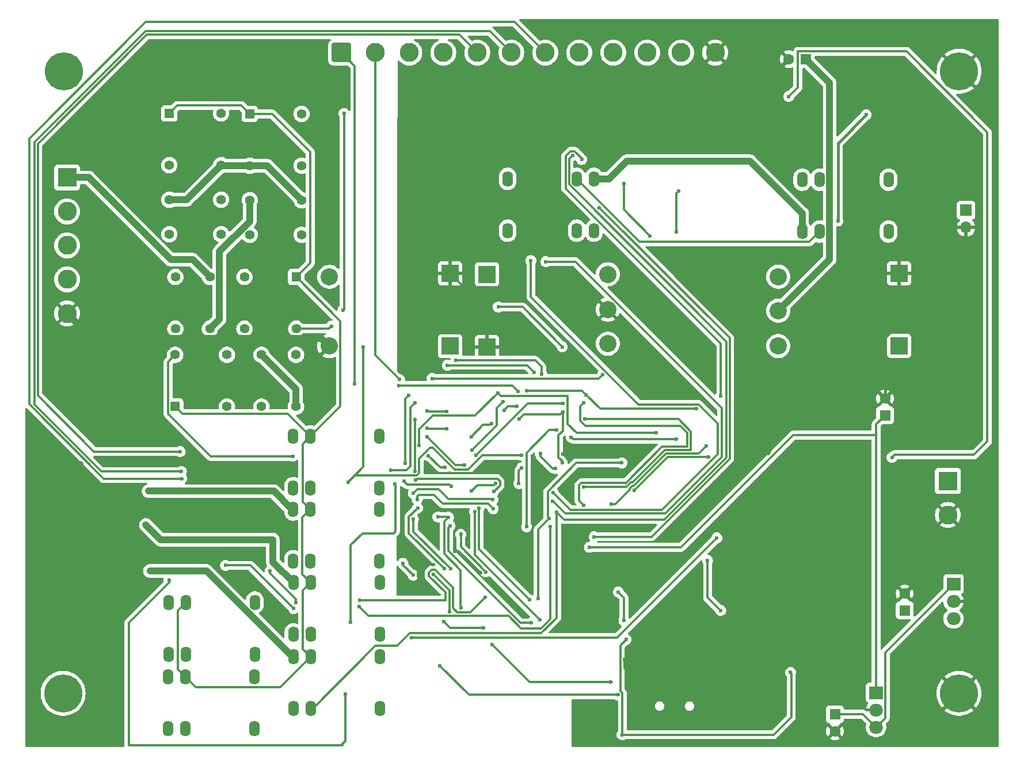
<source format=gbr>
%TF.GenerationSoftware,KiCad,Pcbnew,8.0.8-2.fc41*%
%TF.CreationDate,2025-02-07T10:50:48+08:00*%
%TF.ProjectId,K9AY_switch,4b394159-5f73-4776-9974-63682e6b6963,rev?*%
%TF.SameCoordinates,Original*%
%TF.FileFunction,Copper,L2,Bot*%
%TF.FilePolarity,Positive*%
%FSLAX46Y46*%
G04 Gerber Fmt 4.6, Leading zero omitted, Abs format (unit mm)*
G04 Created by KiCad (PCBNEW 8.0.8-2.fc41) date 2025-02-07 10:50:48*
%MOMM*%
%LPD*%
G01*
G04 APERTURE LIST*
G04 Aperture macros list*
%AMRoundRect*
0 Rectangle with rounded corners*
0 $1 Rounding radius*
0 $2 $3 $4 $5 $6 $7 $8 $9 X,Y pos of 4 corners*
0 Add a 4 corners polygon primitive as box body*
4,1,4,$2,$3,$4,$5,$6,$7,$8,$9,$2,$3,0*
0 Add four circle primitives for the rounded corners*
1,1,$1+$1,$2,$3*
1,1,$1+$1,$4,$5*
1,1,$1+$1,$6,$7*
1,1,$1+$1,$8,$9*
0 Add four rect primitives between the rounded corners*
20,1,$1+$1,$2,$3,$4,$5,0*
20,1,$1+$1,$4,$5,$6,$7,0*
20,1,$1+$1,$6,$7,$8,$9,0*
20,1,$1+$1,$8,$9,$2,$3,0*%
G04 Aperture macros list end*
%TA.AperFunction,ComponentPad*%
%ADD10C,2.540000*%
%TD*%
%TA.AperFunction,ComponentPad*%
%ADD11R,2.540000X2.540000*%
%TD*%
%TA.AperFunction,ComponentPad*%
%ADD12R,1.600000X1.600000*%
%TD*%
%TA.AperFunction,ComponentPad*%
%ADD13C,1.600000*%
%TD*%
%TA.AperFunction,ComponentPad*%
%ADD14R,1.400000X1.400000*%
%TD*%
%TA.AperFunction,ComponentPad*%
%ADD15C,1.400000*%
%TD*%
%TA.AperFunction,ComponentPad*%
%ADD16C,5.600000*%
%TD*%
%TA.AperFunction,ComponentPad*%
%ADD17O,1.600000X2.300000*%
%TD*%
%TA.AperFunction,ComponentPad*%
%ADD18R,2.000000X1.905000*%
%TD*%
%TA.AperFunction,ComponentPad*%
%ADD19O,2.000000X1.905000*%
%TD*%
%TA.AperFunction,ComponentPad*%
%ADD20RoundRect,0.250001X-1.149999X-1.149999X1.149999X-1.149999X1.149999X1.149999X-1.149999X1.149999X0*%
%TD*%
%TA.AperFunction,ComponentPad*%
%ADD21C,2.800000*%
%TD*%
%TA.AperFunction,ComponentPad*%
%ADD22R,2.800000X2.800000*%
%TD*%
%TA.AperFunction,ComponentPad*%
%ADD23R,1.700000X1.700000*%
%TD*%
%TA.AperFunction,ComponentPad*%
%ADD24O,1.700000X1.700000*%
%TD*%
%TA.AperFunction,ViaPad*%
%ADD25C,0.600000*%
%TD*%
%TA.AperFunction,Conductor*%
%ADD26C,0.300000*%
%TD*%
%TA.AperFunction,Conductor*%
%ADD27C,0.400000*%
%TD*%
%TA.AperFunction,Conductor*%
%ADD28C,1.000000*%
%TD*%
G04 APERTURE END LIST*
D10*
%TO.P,T1,1,AA*%
%TO.N,Net-(Q1-G)*%
X136992200Y-73213500D03*
%TO.P,T1,2,AB*%
%TO.N,Net-(Q4-G)*%
X136992200Y-63013500D03*
D11*
%TO.P,T1,3,SA*%
%TO.N,GND*%
X119212200Y-73713500D03*
%TO.P,T1,4,SB*%
%TO.N,Net-(T1-SB)*%
X119212200Y-63013500D03*
D10*
%TO.P,T1,5*%
%TO.N,GND*%
X136992200Y-68213500D03*
%TD*%
D12*
%TO.P,C10,1*%
%TO.N,5V*%
X170408600Y-127736600D03*
D13*
%TO.P,C10,2*%
%TO.N,GND*%
X170408600Y-130236600D03*
%TD*%
D14*
%TO.P,K2,1*%
%TO.N,12V*%
X84328000Y-39420800D03*
D15*
%TO.P,K2,4*%
%TO.N,Net-(K1-Pad13)*%
X84328000Y-47040800D03*
%TO.P,K2,6*%
%TO.N,Net-(K2-Pad13)*%
X84328000Y-52120800D03*
%TO.P,K2,8*%
%TO.N,W*%
X84328000Y-57200800D03*
%TO.P,K2,9*%
%TO.N,E*%
X91948000Y-57200800D03*
%TO.P,K2,11*%
%TO.N,Net-(K1-Pad13)*%
X91948000Y-52120800D03*
%TO.P,K2,13*%
%TO.N,Net-(K2-Pad13)*%
X91948000Y-47040800D03*
%TO.P,K2,16*%
%TO.N,K2*%
X91948000Y-39420800D03*
%TD*%
D16*
%TO.P,,1*%
%TO.N,GND*%
X188670600Y-33147000D03*
%TD*%
D17*
%TO.P,K8,1*%
%TO.N,N/C*%
X103428800Y-119303800D03*
%TO.P,K8,5*%
%TO.N,12V*%
X93268800Y-119303800D03*
%TO.P,K8,6*%
%TO.N,Net-(K8-Pad6)*%
X90728800Y-119303800D03*
%TO.P,K8,7*%
%TO.N,unconnected-(K8-Pad7)*%
X90728800Y-126923800D03*
%TO.P,K8,8*%
%TO.N,470*%
X93268800Y-126923800D03*
%TO.P,K8,12*%
%TO.N,LOAD*%
X103428800Y-126923800D03*
%TD*%
D14*
%TO.P,K4,1*%
%TO.N,12V*%
X73355200Y-82473800D03*
D15*
%TO.P,K4,4*%
%TO.N,Net-(K3-Pad4)*%
X80975200Y-82473800D03*
%TO.P,K4,6*%
%TO.N,LOAD*%
X86055200Y-82473800D03*
%TO.P,K4,8*%
%TO.N,Net-(BN73-202-AA)*%
X91135200Y-82473800D03*
%TO.P,K4,9*%
%TO.N,LOAD*%
X91135200Y-74853800D03*
%TO.P,K4,11*%
%TO.N,Net-(BN73-202-AA)*%
X86055200Y-74853800D03*
%TO.P,K4,13*%
%TO.N,Net-(K3-Pad13)*%
X80975200Y-74853800D03*
%TO.P,K4,16*%
%TO.N,K4*%
X73355200Y-74853800D03*
%TD*%
D18*
%TO.P,U5,1,VI*%
%TO.N,5V*%
X187853200Y-108585000D03*
D19*
%TO.P,U5,2,GND*%
%TO.N,GND*%
X187853200Y-111125000D03*
%TO.P,U5,3,VO*%
%TO.N,3.3V*%
X187853200Y-113665000D03*
%TD*%
D20*
%TO.P,J7,1,Pin_1*%
%TO.N,K1*%
X97791200Y-30403800D03*
D21*
%TO.P,J7,2,Pin_2*%
%TO.N,K2*%
X102791200Y-30403800D03*
%TO.P,J7,3,Pin_3*%
%TO.N,K3*%
X107791200Y-30403800D03*
%TO.P,J7,4,Pin_4*%
%TO.N,K4*%
X112791200Y-30403800D03*
%TO.P,J7,5,Pin_5*%
%TO.N,300*%
X117791200Y-30403800D03*
%TO.P,J7,6,Pin_6*%
%TO.N,390*%
X122791200Y-30403800D03*
%TO.P,J7,7,Pin_7*%
%TO.N,430*%
X127791200Y-30403800D03*
%TO.P,J7,8,Pin_8*%
%TO.N,470*%
X132791200Y-30403800D03*
%TO.P,J7,9,Pin_9*%
%TO.N,510*%
X137791200Y-30403800D03*
%TO.P,J7,10,Pin_10*%
%TO.N,560*%
X142791200Y-30403800D03*
%TO.P,J7,11,Pin_11*%
%TO.N,PA_ON*%
X147791200Y-30403800D03*
%TO.P,J7,12,Pin_12*%
%TO.N,GND*%
X152791200Y-30403800D03*
%TD*%
D17*
%TO.P,K10,1*%
%TO.N,N/C*%
X85039200Y-122250200D03*
%TO.P,K10,5*%
%TO.N,12V*%
X74879200Y-122250200D03*
%TO.P,K10,6*%
%TO.N,Net-(K10-Pad6)*%
X72339200Y-122250200D03*
%TO.P,K10,7*%
%TO.N,unconnected-(K10-Pad7)*%
X72339200Y-129870200D03*
%TO.P,K10,8*%
%TO.N,560*%
X74879200Y-129870200D03*
%TO.P,K10,12*%
%TO.N,LOAD*%
X85039200Y-129870200D03*
%TD*%
%TO.P,K5,1*%
%TO.N,N/C*%
X103403400Y-86868000D03*
%TO.P,K5,5*%
%TO.N,12V*%
X93243400Y-86868000D03*
%TO.P,K5,6*%
%TO.N,Net-(K5-Pad6)*%
X90703400Y-86868000D03*
%TO.P,K5,7*%
%TO.N,unconnected-(K5-Pad7)*%
X90703400Y-94488000D03*
%TO.P,K5,8*%
%TO.N,300*%
X93243400Y-94488000D03*
%TO.P,K5,12*%
%TO.N,LOAD*%
X103403400Y-94488000D03*
%TD*%
D22*
%TO.P,J4,1,Pin_1*%
%TO.N,Net-(D1-A)*%
X187020200Y-93421200D03*
D21*
%TO.P,J4,2,Pin_2*%
%TO.N,GND*%
X187020200Y-98421200D03*
%TD*%
D17*
%TO.P,K9,1*%
%TO.N,N/C*%
X85064600Y-111302800D03*
%TO.P,K9,5*%
%TO.N,12V*%
X74904600Y-111302800D03*
%TO.P,K9,6*%
%TO.N,Net-(K9-Pad6)*%
X72364600Y-111302800D03*
%TO.P,K9,7*%
%TO.N,unconnected-(K9-Pad7)*%
X72364600Y-118922800D03*
%TO.P,K9,8*%
%TO.N,510*%
X74904600Y-118922800D03*
%TO.P,K9,12*%
%TO.N,LOAD*%
X85064600Y-118922800D03*
%TD*%
D14*
%TO.P,K3,1*%
%TO.N,12V*%
X91160600Y-63398400D03*
D15*
%TO.P,K3,4*%
%TO.N,Net-(K3-Pad4)*%
X83540600Y-63398400D03*
%TO.P,K3,6*%
%TO.N,N*%
X78460600Y-63398400D03*
%TO.P,K3,8*%
%TO.N,E*%
X73380600Y-63398400D03*
%TO.P,K3,9*%
%TO.N,W*%
X73380600Y-71018400D03*
%TO.P,K3,11*%
%TO.N,Net-(K2-Pad13)*%
X78460600Y-71018400D03*
%TO.P,K3,13*%
%TO.N,Net-(K3-Pad13)*%
X83540600Y-71018400D03*
%TO.P,K3,16*%
%TO.N,K3*%
X91160600Y-71018400D03*
%TD*%
D22*
%TO.P,J3,1,Pin_1*%
%TO.N,N*%
X57454800Y-48768000D03*
D21*
%TO.P,J3,2,Pin_2*%
%TO.N,S*%
X57454800Y-53768000D03*
%TO.P,J3,3,Pin_3*%
%TO.N,E*%
X57454800Y-58768000D03*
%TO.P,J3,4,Pin_4*%
%TO.N,W*%
X57454800Y-63768000D03*
%TO.P,J3,5,Pin_5*%
%TO.N,GNDPWR*%
X57454800Y-68768000D03*
%TD*%
D10*
%TO.P,BN73-202,1,AA*%
%TO.N,Net-(BN73-202-AA)*%
X96037400Y-63383800D03*
%TO.P,BN73-202,2,AB*%
%TO.N,GNDPWR*%
X96037400Y-73583800D03*
D11*
%TO.P,BN73-202,3,SA*%
%TO.N,GND*%
X113817400Y-62883800D03*
%TO.P,BN73-202,4,SB*%
%TO.N,PA_IN*%
X113817400Y-73583800D03*
%TD*%
D23*
%TO.P,J6,1,Pin_1*%
%TO.N,Net-(J6-Pin_1)*%
X189686800Y-53588600D03*
D24*
%TO.P,J6,2,Pin_2*%
%TO.N,GND*%
X189686800Y-56128600D03*
%TD*%
D17*
%TO.P,K11,1*%
%TO.N,N/C*%
X122275600Y-56591200D03*
%TO.P,K11,5*%
%TO.N,PA_ON*%
X132435600Y-56591200D03*
%TO.P,K11,6*%
%TO.N,Net-(T1-SB)*%
X134975600Y-56591200D03*
%TO.P,K11,7*%
%TO.N,Net-(K11-Pad7)*%
X134975600Y-48971200D03*
%TO.P,K11,8*%
%TO.N,12V*%
X132435600Y-48971200D03*
%TO.P,K11,12*%
%TO.N,PA_IN*%
X122275600Y-48971200D03*
%TD*%
%TO.P,K6,1*%
%TO.N,N/C*%
X103378000Y-97612200D03*
%TO.P,K6,5*%
%TO.N,12V*%
X93218000Y-97612200D03*
%TO.P,K6,6*%
%TO.N,Net-(K6-Pad6)*%
X90678000Y-97612200D03*
%TO.P,K6,7*%
%TO.N,unconnected-(K6-Pad7)*%
X90678000Y-105232200D03*
%TO.P,K6,8*%
%TO.N,390*%
X93218000Y-105232200D03*
%TO.P,K6,12*%
%TO.N,LOAD*%
X103378000Y-105232200D03*
%TD*%
D18*
%TO.P,U6,1,VI*%
%TO.N,12V*%
X176448600Y-124561600D03*
D19*
%TO.P,U6,2,GND*%
%TO.N,GND*%
X176448600Y-127101600D03*
%TO.P,U6,3,VO*%
%TO.N,5V*%
X176448600Y-129641600D03*
%TD*%
D16*
%TO.P,,1*%
%TO.N,GND*%
X188645200Y-124672400D03*
%TD*%
D17*
%TO.P,K12,1*%
%TO.N,N/C*%
X178282600Y-49098200D03*
%TO.P,K12,5*%
%TO.N,PA_ON*%
X168122600Y-49098200D03*
%TO.P,K12,6*%
%TO.N,Net-(T2-SB)*%
X165582600Y-49098200D03*
%TO.P,K12,7*%
%TO.N,Net-(K11-Pad7)*%
X165582600Y-56718200D03*
%TO.P,K12,8*%
%TO.N,12V*%
X168122600Y-56718200D03*
%TO.P,K12,12*%
%TO.N,Net-(J6-Pin_1)*%
X178282600Y-56718200D03*
%TD*%
D12*
%TO.P,C4,1*%
%TO.N,Net-(Q5-D)*%
X166101913Y-31369000D03*
D13*
%TO.P,C4,2*%
%TO.N,GND*%
X163601913Y-31369000D03*
%TD*%
D16*
%TO.P,REF\u002A\u002A,1*%
%TO.N,N/C*%
X56946800Y-33147000D03*
%TD*%
D12*
%TO.P,C1,1*%
%TO.N,12V*%
X177774600Y-83769200D03*
D13*
%TO.P,C1,2*%
%TO.N,GND*%
X177774600Y-81269200D03*
%TD*%
D12*
%TO.P,C7,1*%
%TO.N,3.3V*%
X180670200Y-112471200D03*
D13*
%TO.P,C7,2*%
%TO.N,GND*%
X180670200Y-109971200D03*
%TD*%
D16*
%TO.P,,1*%
%TO.N,N/C*%
X56870600Y-124672400D03*
%TD*%
D14*
%TO.P,K1,1*%
%TO.N,12V*%
X72491600Y-39344600D03*
D15*
%TO.P,K1,4*%
%TO.N,S*%
X72491600Y-46964600D03*
%TO.P,K1,6*%
%TO.N,Net-(K1-Pad13)*%
X72491600Y-52044600D03*
%TO.P,K1,8*%
%TO.N,E*%
X72491600Y-57124600D03*
%TO.P,K1,9*%
%TO.N,W*%
X80111600Y-57124600D03*
%TO.P,K1,11*%
%TO.N,S*%
X80111600Y-52044600D03*
%TO.P,K1,13*%
%TO.N,Net-(K1-Pad13)*%
X80111600Y-46964600D03*
%TO.P,K1,16*%
%TO.N,K1*%
X80111600Y-39344600D03*
%TD*%
D10*
%TO.P,T2,1,AA*%
%TO.N,Net-(T2-AA)*%
X162067400Y-63362300D03*
%TO.P,T2,2,AB*%
%TO.N,Net-(T2-AB)*%
X162067400Y-73562300D03*
D11*
%TO.P,T2,3,SA*%
%TO.N,GND*%
X179847400Y-62862300D03*
%TO.P,T2,4,SB*%
%TO.N,Net-(T2-SB)*%
X179847400Y-73562300D03*
D10*
%TO.P,T2,5*%
%TO.N,Net-(Q5-D)*%
X162067400Y-68362300D03*
%TD*%
D17*
%TO.P,K7,1*%
%TO.N,N/C*%
X103428800Y-108381800D03*
%TO.P,K7,5*%
%TO.N,12V*%
X93268800Y-108381800D03*
%TO.P,K7,6*%
%TO.N,Net-(K7-Pad6)*%
X90728800Y-108381800D03*
%TO.P,K7,7*%
%TO.N,unconnected-(K7-Pad7)*%
X90728800Y-116001800D03*
%TO.P,K7,8*%
%TO.N,430*%
X93268800Y-116001800D03*
%TO.P,K7,12*%
%TO.N,LOAD*%
X103428800Y-116001800D03*
%TD*%
D25*
%TO.N,GND*%
X151688800Y-123037600D03*
X141249400Y-106805200D03*
X130403600Y-89484200D03*
X118244599Y-106925878D03*
X160578800Y-89408000D03*
X148513800Y-109499400D03*
X111342900Y-109829600D03*
X109016800Y-105460800D03*
X148412000Y-122089099D03*
X132054600Y-77139800D03*
X139471400Y-119659400D03*
X142412000Y-123933800D03*
X132308600Y-88290400D03*
X111330470Y-105717070D03*
X110490000Y-91948000D03*
X153441400Y-115544600D03*
X119659400Y-90576400D03*
X127965200Y-74752200D03*
X144907000Y-107594400D03*
X114480220Y-103731180D03*
X167081200Y-81075000D03*
%TO.N,GNDPWR*%
X59343981Y-91012764D03*
X59258200Y-109791000D03*
X59258200Y-100330000D03*
X59258200Y-114681000D03*
X59258200Y-95529400D03*
X59258200Y-104901000D03*
%TO.N,12V*%
X129286000Y-91592400D03*
X134289800Y-103174800D03*
X170840400Y-55168800D03*
X124307600Y-91490800D03*
X127050800Y-89408000D03*
X174995300Y-39547800D03*
X123901200Y-93802200D03*
%TO.N,3.3V*%
X139090400Y-130759200D03*
X106857800Y-105537000D03*
X108356400Y-107264200D03*
X138531600Y-109755200D03*
X139369800Y-113969800D03*
X105039400Y-91846400D03*
X108610400Y-81965800D03*
X139700000Y-116738400D03*
X115366800Y-101269800D03*
X163876800Y-121589800D03*
X119045674Y-106807714D03*
%TO.N,5V*%
X153593800Y-112471200D03*
X98374200Y-124739400D03*
X113003000Y-91453227D03*
X99187000Y-114173000D03*
X72440800Y-108000800D03*
X151663400Y-105090200D03*
X178790600Y-89941400D03*
X105689400Y-93827600D03*
X163601400Y-36855400D03*
X111148600Y-78333600D03*
X136220200Y-77774800D03*
X110584019Y-89699820D03*
%TO.N,K4_5V*%
X150063200Y-82804000D03*
X116890800Y-86893400D03*
X125044200Y-80137000D03*
X133807200Y-80746600D03*
X119862600Y-84963000D03*
%TO.N,K1_5V*%
X109260400Y-88163400D03*
X120802400Y-80467200D03*
X144068800Y-86360000D03*
%TO.N,K2_5V*%
X117043200Y-88873000D03*
X121615200Y-81737200D03*
%TO.N,K3_5V*%
X123611400Y-82423000D03*
X130276600Y-90728800D03*
X130352800Y-83261200D03*
X121716800Y-83007200D03*
X123926600Y-84328000D03*
%TO.N,Net-(D9-K)*%
X137541000Y-96850200D03*
X151460200Y-88290400D03*
%TO.N,Net-(D10-K)*%
X140868400Y-94792800D03*
X151841200Y-89865200D03*
%TO.N,Net-(D14-K)*%
X147040600Y-87249000D03*
X131597400Y-86969600D03*
%TO.N,PA_ON*%
X134975600Y-101625400D03*
X135735180Y-53190020D03*
%TO.N,300*%
X120878600Y-67818000D03*
X74091800Y-89103200D03*
X130302000Y-73685400D03*
X117602000Y-89662000D03*
X130378200Y-82042000D03*
%TO.N,390*%
X74269600Y-92024200D03*
X125679200Y-61010800D03*
X128930400Y-95097600D03*
%TO.N,430*%
X127863600Y-61163200D03*
X128828800Y-96393000D03*
X74320400Y-93065600D03*
%TO.N,470*%
X131800600Y-45542200D03*
X129463800Y-97993200D03*
%TO.N,510*%
X91109800Y-111328200D03*
X87310200Y-106654600D03*
X139065000Y-90754200D03*
X100507800Y-110972600D03*
X126746000Y-110718600D03*
X153619200Y-80949800D03*
X128371600Y-98933000D03*
X133146800Y-46126400D03*
X118973600Y-110515400D03*
%TO.N,560*%
X125044200Y-100152200D03*
X90779600Y-112191800D03*
X80772000Y-105841800D03*
X128524000Y-100152200D03*
X100457000Y-111937800D03*
X143179800Y-57353200D03*
X129489200Y-85928200D03*
X139344400Y-49682400D03*
%TO.N,K4*%
X101041200Y-73736200D03*
X124282200Y-89636600D03*
X90652600Y-89789000D03*
X98780600Y-93624400D03*
%TO.N,K3*%
X98044000Y-68300600D03*
X96342200Y-70637400D03*
X123799600Y-80238600D03*
X106299000Y-79349600D03*
X98196400Y-39344600D03*
%TO.N,K1*%
X99771200Y-79095600D03*
X113411000Y-76403200D03*
X126136400Y-77419200D03*
%TO.N,K2*%
X106349800Y-78486000D03*
X127279400Y-77683600D03*
X114655600Y-75666600D03*
%TO.N,Net-(K6-Pad6)*%
X69443600Y-94919800D03*
%TO.N,Net-(K7-Pad6)*%
X69037200Y-99898200D03*
%TO.N,Net-(K8-Pad6)*%
X69646800Y-106654600D03*
%TO.N,Net-(Q1-S)*%
X147447000Y-50749200D03*
X147091400Y-56769000D03*
%TO.N,Net-(Q2-B)*%
X112268000Y-120599200D03*
X138480800Y-124891800D03*
%TO.N,RTS*%
X112826800Y-114071400D03*
X119989600Y-117449600D03*
X137439400Y-122961400D03*
X118745000Y-115062000D03*
%TO.N,DTR*%
X153035000Y-101803200D03*
X108127800Y-116484400D03*
%TO.N,RCLK*%
X108610400Y-84378800D03*
X108610400Y-91973400D03*
X111999000Y-98704400D03*
X113563400Y-98755200D03*
X115366800Y-112064800D03*
%TO.N,Net-(U1-GPIO2)*%
X113715800Y-112623600D03*
X111353600Y-107137200D03*
%TO.N,OE*%
X117398800Y-97891600D03*
X110377200Y-85683000D03*
X127025400Y-113868200D03*
X113258600Y-85725000D03*
%TO.N,Net-(R23-Pad2)*%
X133426200Y-81965800D03*
X133426200Y-96977200D03*
%TO.N,Net-(R24-Pad2)*%
X133400800Y-94310200D03*
X133604000Y-84302600D03*
%TO.N,SER*%
X110377200Y-86953000D03*
X125450600Y-110896400D03*
X118036280Y-97386080D03*
X115900200Y-91109800D03*
%TO.N,SRCLK*%
X125755400Y-114300000D03*
X110377200Y-83143000D03*
X113792000Y-100025200D03*
X113258600Y-83159600D03*
%TO.N,Net-(U2-QH')*%
X107213400Y-90805000D03*
X106984800Y-93472000D03*
X107696000Y-80822800D03*
X113959400Y-94183200D03*
%TO.N,Net-(U3-QC)*%
X108381800Y-95224600D03*
X120091200Y-96139000D03*
%TO.N,Net-(U3-QD)*%
X120142000Y-97510600D03*
X108966000Y-96139000D03*
%TO.N,Net-(U3-QF)*%
X113842800Y-106324400D03*
X108381800Y-99060000D03*
%TO.N,Net-(U3-QB)*%
X108689634Y-93302073D03*
X120218200Y-94996000D03*
%TO.N,Net-(U3-QA)*%
X120472200Y-93751400D03*
X116967000Y-94869000D03*
%TO.N,Net-(U3-QE)*%
X112913280Y-106314120D03*
X109016800Y-97383600D03*
%TD*%
D26*
%TO.N,GND*%
X110801800Y-92259800D02*
X110490000Y-91948000D01*
X109273070Y-105717070D02*
X109016800Y-105460800D01*
D27*
X179847400Y-70222300D02*
X179847400Y-62862300D01*
D26*
X109016800Y-107503500D02*
X111342900Y-109829600D01*
X127965200Y-74752200D02*
X127990600Y-74777600D01*
X118244599Y-106925878D02*
X115049901Y-103731180D01*
X111330470Y-105717070D02*
X109273070Y-105717070D01*
X109016800Y-105460800D02*
X109016800Y-107503500D01*
X144907000Y-107594400D02*
X142038600Y-107594400D01*
X139471400Y-119659400D02*
X139471400Y-120993200D01*
X151688800Y-123037600D02*
X151638000Y-122986800D01*
X149309701Y-122986800D02*
X148412000Y-122089099D01*
X119659400Y-90576400D02*
X117976000Y-92259800D01*
X153111200Y-115544600D02*
X148513800Y-110947200D01*
X153441400Y-115544600D02*
X153111200Y-115544600D01*
X131114800Y-89484200D02*
X132308600Y-88290400D01*
X129692400Y-74777600D02*
X132054600Y-77139800D01*
X130403600Y-89484200D02*
X131114800Y-89484200D01*
X127990600Y-74777600D02*
X129692400Y-74777600D01*
X115049901Y-103731180D02*
X114480220Y-103731180D01*
D27*
X177774600Y-72295100D02*
X179847400Y-70222300D01*
D26*
X160578800Y-89408000D02*
X160832800Y-89154000D01*
X160832800Y-89154000D02*
X160832800Y-87323400D01*
X119212200Y-73713500D02*
X119212200Y-68278600D01*
X119212200Y-68278600D02*
X113817400Y-62883800D01*
X117976000Y-92259800D02*
X110801800Y-92259800D01*
X160832800Y-87323400D02*
X167081200Y-81075000D01*
X142038600Y-107594400D02*
X141249400Y-106805200D01*
X151638000Y-122986800D02*
X149309701Y-122986800D01*
X148513800Y-110947200D02*
X148513800Y-109499400D01*
D27*
X177774600Y-81269200D02*
X177774600Y-72295100D01*
D26*
X139471400Y-120993200D02*
X142412000Y-123933800D01*
D28*
%TO.N,Net-(BN73-202-AA)*%
X91135200Y-82473800D02*
X91135200Y-79933800D01*
X91135200Y-79933800D02*
X86055200Y-74853800D01*
%TO.N,GNDPWR*%
X59258200Y-95529400D02*
X59258200Y-95021400D01*
X94872000Y-72418400D02*
X61105200Y-72418400D01*
X59258200Y-114681000D02*
X59258200Y-95529400D01*
X61105200Y-72418400D02*
X57454800Y-68768000D01*
X59258200Y-91098545D02*
X59343981Y-91012764D01*
X59258200Y-95529400D02*
X59258200Y-91098545D01*
X96037400Y-73583800D02*
X94872000Y-72418400D01*
D26*
%TO.N,12V*%
X97657400Y-82454000D02*
X93243400Y-86868000D01*
X93268800Y-119303800D02*
X92118800Y-118153800D01*
X176448600Y-86664800D02*
X176448600Y-85095200D01*
X76379200Y-123750200D02*
X74879200Y-122250200D01*
X123901200Y-91897200D02*
X124307600Y-91490800D01*
X73754600Y-121125600D02*
X73754600Y-112452800D01*
X132435600Y-48971200D02*
X141682600Y-58218200D01*
X123901200Y-93802200D02*
X123901200Y-91897200D01*
X176448600Y-124561600D02*
X176448600Y-86664800D01*
X93268800Y-108381800D02*
X92068000Y-107181000D01*
X73754600Y-112452800D02*
X74904600Y-111302800D01*
X87630000Y-39420800D02*
X84328000Y-39420800D01*
X92118800Y-118153800D02*
X92118800Y-109531800D01*
X147731239Y-103174800D02*
X164241239Y-86664800D01*
X83083400Y-38176200D02*
X73660000Y-38176200D01*
X91160600Y-63398400D02*
X93218000Y-61341000D01*
D27*
X170840400Y-43702700D02*
X174995300Y-39547800D01*
D26*
X92093400Y-88018000D02*
X92093400Y-96487600D01*
X134289800Y-103174800D02*
X147731239Y-103174800D01*
X73660000Y-38176200D02*
X72491600Y-39344600D01*
X93268800Y-119303800D02*
X88822400Y-123750200D01*
X164241239Y-86664800D02*
X176448600Y-86664800D01*
X74879200Y-122250200D02*
X73754600Y-121125600D01*
X141682600Y-58218200D02*
X166622600Y-58218200D01*
X176448600Y-85095200D02*
X177774600Y-83769200D01*
X93243400Y-86868000D02*
X92093400Y-88018000D01*
X93218000Y-61341000D02*
X93218000Y-45008800D01*
X93218000Y-45008800D02*
X87630000Y-39420800D01*
X84328000Y-39420800D02*
X83083400Y-38176200D01*
X166622600Y-58218200D02*
X168122600Y-56718200D01*
D27*
X170840400Y-55168800D02*
X170840400Y-43702700D01*
D26*
X88822400Y-123750200D02*
X76379200Y-123750200D01*
X91160600Y-63398400D02*
X97657400Y-69895200D01*
X74405200Y-83523800D02*
X73355200Y-82473800D01*
X92118800Y-109531800D02*
X93268800Y-108381800D01*
X127050800Y-89793094D02*
X128850106Y-91592400D01*
X92068000Y-98762200D02*
X93218000Y-97612200D01*
X128850106Y-91592400D02*
X129286000Y-91592400D01*
X127050800Y-89408000D02*
X127050800Y-89793094D01*
X92093400Y-96487600D02*
X93218000Y-97612200D01*
X97657400Y-69895200D02*
X97657400Y-82454000D01*
X92068000Y-107181000D02*
X92068000Y-98762200D01*
X89899200Y-83523800D02*
X74405200Y-83523800D01*
X93243400Y-86868000D02*
X89899200Y-83523800D01*
D28*
%TO.N,Net-(Q5-D)*%
X162067400Y-68362300D02*
X169622600Y-60807100D01*
X169622600Y-34889687D02*
X166101913Y-31369000D01*
X169622600Y-60807100D02*
X169622600Y-34889687D01*
D26*
%TO.N,3.3V*%
X106857800Y-105537000D02*
X106857800Y-105765600D01*
X105039400Y-91846400D02*
X107391200Y-91846400D01*
X107960400Y-91277200D02*
X107960400Y-82615800D01*
X107960400Y-82615800D02*
X108610400Y-81965800D01*
X139090400Y-130759200D02*
X161340800Y-130759200D01*
X139130800Y-124622561D02*
X139130800Y-130718800D01*
X139700000Y-116738400D02*
X138821400Y-117617000D01*
X139369800Y-113969800D02*
X139369800Y-110593400D01*
X138821400Y-124313161D02*
X139130800Y-124622561D01*
X115366800Y-103128840D02*
X115366800Y-101269800D01*
X139369800Y-110593400D02*
X138531600Y-109755200D01*
X119045674Y-106807714D02*
X115366800Y-103128840D01*
X161340800Y-130759200D02*
X163982400Y-128117600D01*
X139130800Y-130718800D02*
X139090400Y-130759200D01*
X163982400Y-121695400D02*
X163876800Y-121589800D01*
X138821400Y-117617000D02*
X138821400Y-124313161D01*
X106857800Y-105765600D02*
X108356400Y-107264200D01*
X163982400Y-128117600D02*
X163982400Y-121695400D01*
X107391200Y-91846400D02*
X107960400Y-91277200D01*
%TO.N,5V*%
X177798600Y-118639600D02*
X177798600Y-128291600D01*
X177798600Y-128291600D02*
X176448600Y-129641600D01*
X98374200Y-131699000D02*
X98374200Y-124739400D01*
X153593800Y-112471200D02*
X151663400Y-110540800D01*
X164951913Y-35504887D02*
X164951913Y-30219000D01*
X72440800Y-108356400D02*
X66548000Y-114249200D01*
X97993200Y-132080000D02*
X98374200Y-131699000D01*
X164951913Y-30219000D02*
X180917200Y-30219000D01*
X99187000Y-102844600D02*
X99187000Y-114173000D01*
X110584019Y-89699820D02*
X112337426Y-91453227D01*
X192811400Y-87630000D02*
X190881000Y-89560400D01*
X174543600Y-127736600D02*
X176448600Y-129641600D01*
X66548000Y-132283200D02*
X89885746Y-132283200D01*
X192811400Y-42113200D02*
X192811400Y-87630000D01*
X97993200Y-132308600D02*
X97993200Y-132080000D01*
X163601400Y-36855400D02*
X164951913Y-35504887D01*
X89911146Y-132308600D02*
X97993200Y-132308600D01*
X105460800Y-101117400D02*
X100914200Y-101117400D01*
X105689400Y-93827600D02*
X105740200Y-93878400D01*
X66548000Y-114249200D02*
X66548000Y-132283200D01*
X112337426Y-91453227D02*
X113003000Y-91453227D01*
X72440800Y-108000800D02*
X72440800Y-108356400D01*
X190881000Y-89560400D02*
X179171600Y-89560400D01*
X180917200Y-30219000D02*
X192811400Y-42113200D01*
X151663400Y-110540800D02*
X151663400Y-105090200D01*
X136220200Y-77774800D02*
X135661400Y-78333600D01*
X100914200Y-101117400D02*
X99187000Y-102844600D01*
X135661400Y-78333600D02*
X111148600Y-78333600D01*
X105740200Y-93878400D02*
X105740200Y-100838000D01*
X187853200Y-108585000D02*
X177798600Y-118639600D01*
X89885746Y-132283200D02*
X89911146Y-132308600D01*
X170408600Y-127736600D02*
X174543600Y-127736600D01*
X179171600Y-89560400D02*
X178790600Y-89941400D01*
X105740200Y-100838000D02*
X105460800Y-101117400D01*
%TO.N,K4_5V*%
X150063200Y-82804000D02*
X135864600Y-82804000D01*
X133197600Y-80137000D02*
X125044200Y-80137000D01*
X119862600Y-84963000D02*
X119659400Y-85166200D01*
X133807200Y-80746600D02*
X133197600Y-80137000D01*
X119659400Y-85166200D02*
X118618000Y-85166200D01*
X118618000Y-85166200D02*
X116890800Y-86893400D01*
X135864600Y-82804000D02*
X133807200Y-80746600D01*
%TO.N,K1_5V*%
X131064000Y-85039200D02*
X132384800Y-86360000D01*
X111237000Y-83809600D02*
X109260400Y-85786200D01*
X121223800Y-80888600D02*
X131064000Y-80888600D01*
X109260400Y-85786200D02*
X109260400Y-88163400D01*
X132384800Y-86360000D02*
X144068800Y-86360000D01*
X120802400Y-80467200D02*
X117460000Y-83809600D01*
X117460000Y-83809600D02*
X111237000Y-83809600D01*
X131064000Y-80888600D02*
X131064000Y-85039200D01*
X120802400Y-80467200D02*
X121223800Y-80888600D01*
%TO.N,K2_5V*%
X121615200Y-81737200D02*
X120643293Y-82709107D01*
X120643293Y-85272907D02*
X117043200Y-88873000D01*
X120643293Y-82709107D02*
X120643293Y-85272907D01*
%TO.N,K3_5V*%
X129753600Y-89977200D02*
X129753600Y-86679800D01*
X124627400Y-83627200D02*
X123926600Y-84328000D01*
X122301000Y-82423000D02*
X121716800Y-83007200D01*
X130352800Y-86080600D02*
X130352800Y-83261200D01*
X130352800Y-83261200D02*
X129986800Y-83627200D01*
X129753600Y-86679800D02*
X130352800Y-86080600D01*
X123611400Y-82423000D02*
X122301000Y-82423000D01*
X130276600Y-90500200D02*
X129753600Y-89977200D01*
X130276600Y-90728800D02*
X130276600Y-90500200D01*
X129986800Y-83627200D02*
X124627400Y-83627200D01*
%TO.N,Net-(D9-K)*%
X151460200Y-88290400D02*
X150385400Y-89365200D01*
X140599161Y-94142800D02*
X140218400Y-94523561D01*
X145588894Y-89365200D02*
X140811294Y-94142800D01*
X140811294Y-94142800D02*
X140599161Y-94142800D01*
X140218400Y-94523561D02*
X140218400Y-94706200D01*
X140218400Y-94706200D02*
X138074400Y-96850200D01*
X150385400Y-89365200D02*
X145588894Y-89365200D01*
X138074400Y-96850200D02*
X137541000Y-96850200D01*
%TO.N,Net-(D10-K)*%
X151841200Y-89865200D02*
X145796000Y-89865200D01*
X145796000Y-89865200D02*
X140868400Y-94792800D01*
%TO.N,Net-(D14-K)*%
X147040600Y-87249000D02*
X131876800Y-87249000D01*
X131876800Y-87249000D02*
X131597400Y-86969600D01*
%TO.N,PA_ON*%
X154906600Y-72361440D02*
X135735180Y-53190020D01*
X143451013Y-101625400D02*
X154906600Y-90169813D01*
X134975600Y-101625400D02*
X143451013Y-101625400D01*
X154906600Y-90169813D02*
X154906600Y-72361440D01*
%TO.N,300*%
X53136800Y-80848200D02*
X53136800Y-43815000D01*
X124434600Y-67818000D02*
X120878600Y-67818000D01*
X74091800Y-89103200D02*
X61391800Y-89103200D01*
X53136800Y-43815000D02*
X69189600Y-27762200D01*
X69189600Y-27762200D02*
X115149600Y-27762200D01*
X125222000Y-82042000D02*
X130378200Y-82042000D01*
X115149600Y-27762200D02*
X117791200Y-30403800D01*
X117602000Y-89662000D02*
X125222000Y-82042000D01*
X61391800Y-89103200D02*
X53136800Y-80848200D01*
X130302000Y-73685400D02*
X124434600Y-67818000D01*
%TO.N,390*%
X119649600Y-27262200D02*
X122791200Y-30403800D01*
X62458600Y-92024200D02*
X52636800Y-82202400D01*
X74269600Y-92024200D02*
X62458600Y-92024200D01*
X144937239Y-97688400D02*
X131521200Y-97688400D01*
X150332439Y-82154000D02*
X153187400Y-85008961D01*
X125679200Y-66314561D02*
X141518639Y-82154000D01*
X141518639Y-82154000D02*
X150332439Y-82154000D01*
X52636800Y-43607893D02*
X68982493Y-27262200D01*
X52636800Y-82202400D02*
X52636800Y-43607893D01*
X68982493Y-27262200D02*
X119649600Y-27262200D01*
X131521200Y-97688400D02*
X128930400Y-95097600D01*
X125679200Y-61010800D02*
X125679200Y-66314561D01*
X153187400Y-89438239D02*
X144937239Y-97688400D01*
X153187400Y-85008961D02*
X153187400Y-89438239D01*
%TO.N,430*%
X128828800Y-96393000D02*
X128930400Y-96393000D01*
X132232926Y-61163200D02*
X127863600Y-61163200D01*
X153771600Y-89890600D02*
X153771600Y-82701874D01*
X51866800Y-43078400D02*
X69029200Y-25916000D01*
X69029200Y-25916000D02*
X123303400Y-25916000D01*
X62792894Y-93065600D02*
X51866800Y-82139506D01*
X51866800Y-82139506D02*
X51866800Y-43078400D01*
X123303400Y-25916000D02*
X127791200Y-30403800D01*
X145473800Y-98188400D02*
X153771600Y-89890600D01*
X153771600Y-82701874D02*
X132232926Y-61163200D01*
X128930400Y-96393000D02*
X130725800Y-98188400D01*
X74320400Y-93065600D02*
X62792894Y-93065600D01*
X130725800Y-98188400D02*
X145473800Y-98188400D01*
%TO.N,470*%
X154406600Y-89962706D02*
X145283906Y-99085400D01*
X131800600Y-45542200D02*
X131285600Y-46057200D01*
X127188707Y-115834400D02*
X129463800Y-113559307D01*
X93294200Y-127203200D02*
X102819200Y-117678200D01*
X129463800Y-113559307D02*
X129463800Y-97993200D01*
X145283906Y-99085400D02*
X130556000Y-99085400D01*
X131285600Y-46057200D02*
X131285600Y-49797546D01*
X106014761Y-117678200D02*
X107858561Y-115834400D01*
X107858561Y-115834400D02*
X127188707Y-115834400D01*
X93268800Y-127177800D02*
X93294200Y-127203200D01*
X154406600Y-72918546D02*
X154406600Y-89962706D01*
X93268800Y-126923800D02*
X93268800Y-127177800D01*
X131285600Y-49797546D02*
X154406600Y-72918546D01*
X130556000Y-99085400D02*
X129463800Y-97993200D01*
X102819200Y-117678200D02*
X106014761Y-117678200D01*
%TO.N,510*%
X114823000Y-112714800D02*
X116774200Y-112714800D01*
X110703600Y-106867961D02*
X111084361Y-106487200D01*
X126746000Y-110718600D02*
X126746000Y-100558600D01*
X153619200Y-73228200D02*
X153619200Y-80949800D01*
X87310200Y-106969800D02*
X91109800Y-110769400D01*
X113080800Y-109783639D02*
X110703600Y-107406439D01*
X111622839Y-106487200D02*
X114215800Y-109080161D01*
X132354561Y-90754200D02*
X128178800Y-94929961D01*
X130785600Y-50394600D02*
X153619200Y-73228200D01*
X116774200Y-112714800D02*
X118973600Y-110515400D01*
X128178800Y-94929961D02*
X128178800Y-98740200D01*
X126746000Y-100558600D02*
X128371600Y-98933000D01*
X114215800Y-112107600D02*
X114823000Y-112714800D01*
X139065000Y-90754200D02*
X132354561Y-90754200D01*
X130785600Y-45637961D02*
X130785600Y-50394600D01*
X110703600Y-107406439D02*
X110703600Y-106867961D01*
X91109800Y-110769400D02*
X91109800Y-111328200D01*
X113080800Y-110972600D02*
X113080800Y-109783639D01*
X132069839Y-44892200D02*
X131531361Y-44892200D01*
X114215800Y-109080161D02*
X114215800Y-112107600D01*
X100507800Y-110972600D02*
X113080800Y-110972600D01*
X111084361Y-106487200D02*
X111622839Y-106487200D01*
X131531361Y-44892200D02*
X130785600Y-45637961D01*
X133146800Y-46126400D02*
X133146800Y-45969161D01*
X128178800Y-98740200D02*
X128371600Y-98933000D01*
X87310200Y-106654600D02*
X87310200Y-106969800D01*
X133146800Y-45969161D02*
X132069839Y-44892200D01*
%TO.N,560*%
X100457000Y-111937800D02*
X101792800Y-113273600D01*
X127203200Y-115112800D02*
X128524000Y-113792000D01*
X125044200Y-100152200D02*
X125018800Y-100126800D01*
X84429600Y-105841800D02*
X90779600Y-112191800D01*
X125018800Y-89306400D02*
X128397000Y-85928200D01*
X139344400Y-49682400D02*
X139344400Y-53517800D01*
X128524000Y-113792000D02*
X128524000Y-100152200D01*
X80772000Y-105841800D02*
X84429600Y-105841800D01*
X101792800Y-113273600D02*
X122396294Y-113273600D01*
X125018800Y-100126800D02*
X125018800Y-89306400D01*
X122396294Y-113273600D02*
X124235494Y-115112800D01*
X124235494Y-115112800D02*
X127203200Y-115112800D01*
X128397000Y-85928200D02*
X129489200Y-85928200D01*
X139344400Y-53517800D02*
X143179800Y-57353200D01*
D28*
%TO.N,N*%
X60629800Y-48768000D02*
X72720200Y-60858400D01*
X57454800Y-48768000D02*
X60629800Y-48768000D01*
X72720200Y-60858400D02*
X75920600Y-60858400D01*
X75920600Y-60858400D02*
X78460600Y-63398400D01*
D26*
%TO.N,K4*%
X110797219Y-88567380D02*
X111284474Y-88567380D01*
X98780600Y-93624400D02*
X99781600Y-92623400D01*
X101041200Y-73736200D02*
X101041200Y-91363800D01*
X109260400Y-90104199D02*
X110797219Y-88567380D01*
X118546639Y-89636600D02*
X124282200Y-89636600D01*
X99781600Y-92623400D02*
X108879639Y-92623400D01*
X72305200Y-83523800D02*
X78570400Y-89789000D01*
X108879639Y-92623400D02*
X109260400Y-92242639D01*
X72305200Y-75903800D02*
X72305200Y-83523800D01*
X111284474Y-88567380D02*
X114476894Y-91759800D01*
X73355200Y-74853800D02*
X72305200Y-75903800D01*
X109260400Y-92242639D02*
X109260400Y-90104199D01*
X78570400Y-89789000D02*
X90652600Y-89789000D01*
X116423439Y-91759800D02*
X118546639Y-89636600D01*
X101041200Y-91363800D02*
X98780600Y-93624400D01*
X114476894Y-91759800D02*
X116423439Y-91759800D01*
%TO.N,K3*%
X106299000Y-79349600D02*
X122910600Y-79349600D01*
X95961200Y-71018400D02*
X96342200Y-70637400D01*
X98196400Y-68148200D02*
X98044000Y-68300600D01*
X122910600Y-79349600D02*
X123799600Y-80238600D01*
X98196400Y-39344600D02*
X98196400Y-68148200D01*
X91160600Y-71018400D02*
X95961200Y-71018400D01*
%TO.N,K1*%
X97791200Y-30403800D02*
X99771200Y-32383800D01*
X113411000Y-76403200D02*
X125120400Y-76403200D01*
X125120400Y-76403200D02*
X126136400Y-77419200D01*
X99771200Y-32383800D02*
X99771200Y-79095600D01*
%TO.N,K2*%
X126314200Y-75666600D02*
X127177800Y-76530200D01*
X102791200Y-74927400D02*
X106349800Y-78486000D01*
X127279400Y-76631800D02*
X127279400Y-77683600D01*
X114655600Y-75666600D02*
X126314200Y-75666600D01*
X102791200Y-30403800D02*
X102791200Y-74927400D01*
X127177800Y-76530200D02*
X127279400Y-76631800D01*
D28*
%TO.N,Net-(K1-Pad13)*%
X80187800Y-47040800D02*
X80111600Y-46964600D01*
X84328000Y-47040800D02*
X80187800Y-47040800D01*
X86868000Y-47040800D02*
X91948000Y-52120800D01*
X72491600Y-52044600D02*
X75031600Y-52044600D01*
X75031600Y-52044600D02*
X80111600Y-46964600D01*
X84328000Y-47040800D02*
X86868000Y-47040800D01*
%TO.N,Net-(K2-Pad13)*%
X78460600Y-71018400D02*
X79860600Y-69618400D01*
X79860600Y-69618400D02*
X79860600Y-59688301D01*
X79860600Y-59688301D02*
X84328000Y-55220901D01*
X84328000Y-55220901D02*
X84328000Y-52120800D01*
%TO.N,Net-(K6-Pad6)*%
X69443600Y-94919800D02*
X87858600Y-94919800D01*
X87858600Y-94919800D02*
X90551000Y-97612200D01*
X90551000Y-97612200D02*
X90678000Y-97612200D01*
%TO.N,Net-(K7-Pad6)*%
X69037200Y-99898200D02*
X71196200Y-102057200D01*
X87731600Y-102057200D02*
X87731600Y-105384600D01*
X71196200Y-102057200D02*
X87731600Y-102057200D01*
X87731600Y-105384600D02*
X90728800Y-108381800D01*
%TO.N,Net-(K8-Pad6)*%
X90594280Y-119303800D02*
X90728800Y-119303800D01*
X69646800Y-106654600D02*
X77945080Y-106654600D01*
X77945080Y-106654600D02*
X90594280Y-119303800D01*
%TO.N,Net-(K11-Pad7)*%
X157911800Y-46380400D02*
X139776200Y-46380400D01*
X137185400Y-48971200D02*
X134975600Y-48971200D01*
X165582600Y-54051200D02*
X157911800Y-46380400D01*
X139776200Y-46380400D02*
X137185400Y-48971200D01*
X165582600Y-56718200D02*
X165582600Y-54051200D01*
D26*
%TO.N,Net-(Q1-S)*%
X147091400Y-56769000D02*
X147091400Y-51104800D01*
X147091400Y-51104800D02*
X147447000Y-50749200D01*
%TO.N,Net-(Q2-B)*%
X138480800Y-124891800D02*
X116560600Y-124891800D01*
X116560600Y-124891800D02*
X112268000Y-120599200D01*
%TO.N,RTS*%
X113817400Y-115062000D02*
X118745000Y-115062000D01*
X119989600Y-117449600D02*
X125501400Y-122961400D01*
X125501400Y-122961400D02*
X137439400Y-122961400D01*
X112826800Y-114071400D02*
X113817400Y-115062000D01*
X137439400Y-122961400D02*
X137591800Y-122961400D01*
%TO.N,DTR*%
X138353800Y-116484400D02*
X108127800Y-116484400D01*
X153035000Y-101803200D02*
X138353800Y-116484400D01*
%TO.N,RCLK*%
X112928400Y-99390200D02*
X113563400Y-98755200D01*
X115316000Y-106527600D02*
X112928400Y-104140000D01*
X115366800Y-112064800D02*
X115316000Y-112014000D01*
X112928400Y-104140000D02*
X112928400Y-99390200D01*
X108610400Y-84378800D02*
X108610400Y-91973400D01*
X113512600Y-98704400D02*
X113563400Y-98755200D01*
X111999000Y-98704400D02*
X113512600Y-98704400D01*
X115316000Y-112014000D02*
X115316000Y-106527600D01*
%TO.N,Net-(U1-GPIO2)*%
X113715800Y-112623600D02*
X113715800Y-109499400D01*
X113715800Y-109499400D02*
X111353600Y-107137200D01*
%TO.N,OE*%
X113258600Y-85725000D02*
X110419200Y-85725000D01*
X127025400Y-113868200D02*
X117398800Y-104241600D01*
X117398800Y-104241600D02*
X117398800Y-97891600D01*
X110419200Y-85725000D02*
X110377200Y-85683000D01*
%TO.N,Net-(R23-Pad2)*%
X139507200Y-93660200D02*
X139587374Y-93740374D01*
X132750800Y-96301800D02*
X132750800Y-94040961D01*
X133724114Y-85341953D02*
X132954000Y-84571839D01*
X133426200Y-96977200D02*
X132750800Y-96301800D01*
X144962548Y-88365200D02*
X148640800Y-88365200D01*
X132954000Y-82438000D02*
X133426200Y-81965800D01*
X133131561Y-93660200D02*
X139507200Y-93660200D01*
X147703047Y-85341953D02*
X133724114Y-85341953D01*
X148640800Y-87922000D02*
X148666200Y-87896600D01*
X148666200Y-87896600D02*
X148666200Y-86305106D01*
X148640800Y-88365200D02*
X148640800Y-87922000D01*
X148666200Y-86305106D02*
X147703047Y-85341953D01*
X132750800Y-94040961D02*
X133131561Y-93660200D01*
X139587374Y-93740374D02*
X144962548Y-88365200D01*
X132954000Y-84571839D02*
X132954000Y-82438000D01*
%TO.N,Net-(R24-Pad2)*%
X133400800Y-94310200D02*
X139724654Y-94310200D01*
X145381788Y-88865200D02*
X149183600Y-88865200D01*
X140392054Y-93642800D02*
X140604188Y-93642800D01*
X149225000Y-86156800D02*
X147370800Y-84302600D01*
X140604188Y-93642800D02*
X145381788Y-88865200D01*
X147370800Y-84302600D02*
X133604000Y-84302600D01*
X149183600Y-88865200D02*
X149225000Y-88823800D01*
X149225000Y-88823800D02*
X149225000Y-86156800D01*
X139724654Y-94310200D02*
X140392054Y-93642800D01*
%TO.N,SER*%
X118008400Y-103454200D02*
X125450600Y-110896400D01*
X118008400Y-103073200D02*
X118008400Y-103454200D01*
X118048800Y-103032800D02*
X118008400Y-103073200D01*
X118036280Y-97386080D02*
X118048800Y-97398600D01*
X115900200Y-91109800D02*
X114534000Y-91109800D01*
X118048800Y-97398600D02*
X118048800Y-103032800D01*
X114534000Y-91109800D02*
X110377200Y-86953000D01*
%TO.N,SRCLK*%
X113538000Y-103708200D02*
X113538000Y-100279200D01*
X110393800Y-83159600D02*
X110377200Y-83143000D01*
X113258600Y-83159600D02*
X110393800Y-83159600D01*
X124129800Y-114300000D02*
X113538000Y-103708200D01*
X125755400Y-114300000D02*
X124129800Y-114300000D01*
X113538000Y-100279200D02*
X113792000Y-100025200D01*
%TO.N,Net-(U2-QH')*%
X107213400Y-81305400D02*
X107696000Y-80822800D01*
X107213400Y-90805000D02*
X107213400Y-81305400D01*
X113728273Y-93952073D02*
X107464873Y-93952073D01*
X113959400Y-94183200D02*
X113728273Y-93952073D01*
X107464873Y-93952073D02*
X106984800Y-93472000D01*
%TO.N,Net-(U3-QC)*%
X120050800Y-96098600D02*
X120091200Y-96139000D01*
X112141000Y-94665800D02*
X113573800Y-96098600D01*
X113573800Y-96098600D02*
X120050800Y-96098600D01*
X108381800Y-95224600D02*
X108940600Y-94665800D01*
X108940600Y-94665800D02*
X112141000Y-94665800D01*
%TO.N,Net-(U3-QD)*%
X120142000Y-97510600D02*
X119367480Y-96736080D01*
X108966000Y-95681800D02*
X108966000Y-96139000D01*
X112712680Y-96736080D02*
X111429800Y-95453200D01*
X109194600Y-95453200D02*
X108966000Y-95681800D01*
X119367480Y-96736080D02*
X112712680Y-96736080D01*
X111429800Y-95453200D02*
X109194600Y-95453200D01*
%TO.N,Net-(U3-QF)*%
X108381800Y-100863400D02*
X108381800Y-99060000D01*
X113842800Y-106324400D02*
X108381800Y-100863400D01*
%TO.N,Net-(U3-QB)*%
X108689634Y-93302073D02*
X108868307Y-93123400D01*
X120731039Y-93091000D02*
X121122200Y-93482161D01*
X109086746Y-93123400D02*
X109119146Y-93091000D01*
X109119146Y-93091000D02*
X120731039Y-93091000D01*
X108868307Y-93123400D02*
X109086746Y-93123400D01*
X121122200Y-93482161D02*
X121122200Y-94092000D01*
X121122200Y-94092000D02*
X120218200Y-94996000D01*
%TO.N,Net-(U3-QA)*%
X120472200Y-93751400D02*
X120218200Y-94005400D01*
X117830600Y-94005400D02*
X116967000Y-94869000D01*
X120218200Y-94005400D02*
X117830600Y-94005400D01*
%TO.N,Net-(U3-QE)*%
X107731800Y-101132640D02*
X107731800Y-98933000D01*
X109016800Y-97383600D02*
X107731800Y-98668600D01*
X107731800Y-101132640D02*
X107985680Y-101386520D01*
X107731800Y-98668600D02*
X107731800Y-101132640D01*
X112913280Y-106314120D02*
X107731800Y-101132640D01*
%TD*%
%TA.AperFunction,Conductor*%
%TO.N,GND*%
G36*
X194412939Y-25488385D02*
G01*
X194458694Y-25541189D01*
X194469900Y-25592700D01*
X194469900Y-132395300D01*
X194450215Y-132462339D01*
X194397411Y-132508094D01*
X194345900Y-132519300D01*
X131789600Y-132519300D01*
X131722561Y-132499615D01*
X131676806Y-132446811D01*
X131665600Y-132395300D01*
X131665600Y-125666300D01*
X131685285Y-125599261D01*
X131738089Y-125553506D01*
X131789600Y-125542300D01*
X137975732Y-125542300D01*
X138041704Y-125561306D01*
X138131277Y-125617589D01*
X138131281Y-125617590D01*
X138301537Y-125677166D01*
X138301542Y-125677167D01*
X138301545Y-125677168D01*
X138370184Y-125684901D01*
X138434596Y-125711966D01*
X138474152Y-125769560D01*
X138480300Y-125808121D01*
X138480300Y-130189836D01*
X138461294Y-130255808D01*
X138364611Y-130409676D01*
X138305031Y-130579945D01*
X138305030Y-130579950D01*
X138284835Y-130759196D01*
X138284835Y-130759203D01*
X138305030Y-130938449D01*
X138305031Y-130938454D01*
X138364611Y-131108723D01*
X138460584Y-131261462D01*
X138588138Y-131389016D01*
X138740878Y-131484989D01*
X138902566Y-131541566D01*
X138911145Y-131544568D01*
X138911150Y-131544569D01*
X139090396Y-131564765D01*
X139090400Y-131564765D01*
X139090404Y-131564765D01*
X139269649Y-131544569D01*
X139269651Y-131544568D01*
X139269655Y-131544568D01*
X139269658Y-131544566D01*
X139269662Y-131544566D01*
X139359777Y-131513032D01*
X139439922Y-131484989D01*
X139529496Y-131428705D01*
X139595468Y-131409700D01*
X161404871Y-131409700D01*
X161489415Y-131392882D01*
X161530544Y-131384701D01*
X161648927Y-131335665D01*
X161755469Y-131264477D01*
X164487677Y-128532269D01*
X164558866Y-128425726D01*
X164605531Y-128313065D01*
X164607901Y-128307344D01*
X164619062Y-128251239D01*
X164632900Y-128181671D01*
X164632900Y-121873767D01*
X164639858Y-121832813D01*
X164662168Y-121769055D01*
X164664031Y-121752523D01*
X164682365Y-121589803D01*
X164682365Y-121589796D01*
X164662169Y-121410550D01*
X164662168Y-121410545D01*
X164602588Y-121240276D01*
X164506615Y-121087537D01*
X164379062Y-120959984D01*
X164226323Y-120864011D01*
X164056054Y-120804431D01*
X164056049Y-120804430D01*
X163876804Y-120784235D01*
X163876796Y-120784235D01*
X163697550Y-120804430D01*
X163697545Y-120804431D01*
X163527276Y-120864011D01*
X163374537Y-120959984D01*
X163246984Y-121087537D01*
X163151011Y-121240276D01*
X163091431Y-121410545D01*
X163091430Y-121410550D01*
X163071235Y-121589796D01*
X163071235Y-121589803D01*
X163091430Y-121769049D01*
X163091431Y-121769054D01*
X163151011Y-121939323D01*
X163246984Y-122092062D01*
X163295581Y-122140659D01*
X163329066Y-122201982D01*
X163331900Y-122228340D01*
X163331900Y-127796792D01*
X163312215Y-127863831D01*
X163295581Y-127884473D01*
X161107673Y-130072381D01*
X161046350Y-130105866D01*
X161019992Y-130108700D01*
X139905300Y-130108700D01*
X139838261Y-130089015D01*
X139792506Y-130036211D01*
X139781300Y-129984700D01*
X139781300Y-126602795D01*
X143911499Y-126602795D01*
X143938418Y-126738122D01*
X143938421Y-126738132D01*
X143991221Y-126865604D01*
X143991228Y-126865617D01*
X144067885Y-126980341D01*
X144067888Y-126980345D01*
X144165454Y-127077911D01*
X144165458Y-127077914D01*
X144280182Y-127154571D01*
X144280195Y-127154578D01*
X144407667Y-127207378D01*
X144407672Y-127207380D01*
X144407676Y-127207380D01*
X144407677Y-127207381D01*
X144543004Y-127234300D01*
X144543007Y-127234300D01*
X144680995Y-127234300D01*
X144772041Y-127216189D01*
X144816328Y-127207380D01*
X144943811Y-127154575D01*
X145058542Y-127077914D01*
X145156114Y-126980342D01*
X145232775Y-126865611D01*
X145285580Y-126738128D01*
X145312500Y-126602795D01*
X148311499Y-126602795D01*
X148338418Y-126738122D01*
X148338421Y-126738132D01*
X148391221Y-126865604D01*
X148391228Y-126865617D01*
X148467885Y-126980341D01*
X148467888Y-126980345D01*
X148565454Y-127077911D01*
X148565458Y-127077914D01*
X148680182Y-127154571D01*
X148680195Y-127154578D01*
X148807667Y-127207378D01*
X148807672Y-127207380D01*
X148807676Y-127207380D01*
X148807677Y-127207381D01*
X148943004Y-127234300D01*
X148943007Y-127234300D01*
X149080995Y-127234300D01*
X149172041Y-127216189D01*
X149216328Y-127207380D01*
X149343811Y-127154575D01*
X149458542Y-127077914D01*
X149556114Y-126980342D01*
X149632775Y-126865611D01*
X149685580Y-126738128D01*
X149712500Y-126602793D01*
X149712500Y-126464807D01*
X149712500Y-126464804D01*
X149685581Y-126329477D01*
X149685580Y-126329476D01*
X149685580Y-126329472D01*
X149661940Y-126272400D01*
X149632778Y-126201995D01*
X149632771Y-126201982D01*
X149556114Y-126087258D01*
X149556111Y-126087254D01*
X149458545Y-125989688D01*
X149458541Y-125989685D01*
X149343817Y-125913028D01*
X149343804Y-125913021D01*
X149216332Y-125860221D01*
X149216322Y-125860218D01*
X149080995Y-125833300D01*
X149080993Y-125833300D01*
X148943007Y-125833300D01*
X148943005Y-125833300D01*
X148807677Y-125860218D01*
X148807667Y-125860221D01*
X148680195Y-125913021D01*
X148680182Y-125913028D01*
X148565458Y-125989685D01*
X148565454Y-125989688D01*
X148467888Y-126087254D01*
X148467885Y-126087258D01*
X148391228Y-126201982D01*
X148391221Y-126201995D01*
X148338421Y-126329467D01*
X148338418Y-126329477D01*
X148311500Y-126464804D01*
X148311500Y-126464807D01*
X148311500Y-126602793D01*
X148311500Y-126602795D01*
X148311499Y-126602795D01*
X145312500Y-126602795D01*
X145312500Y-126602793D01*
X145312500Y-126464807D01*
X145312500Y-126464804D01*
X145285581Y-126329477D01*
X145285580Y-126329476D01*
X145285580Y-126329472D01*
X145261940Y-126272400D01*
X145232778Y-126201995D01*
X145232771Y-126201982D01*
X145156114Y-126087258D01*
X145156111Y-126087254D01*
X145058545Y-125989688D01*
X145058541Y-125989685D01*
X144943817Y-125913028D01*
X144943804Y-125913021D01*
X144816332Y-125860221D01*
X144816322Y-125860218D01*
X144680995Y-125833300D01*
X144680993Y-125833300D01*
X144543007Y-125833300D01*
X144543005Y-125833300D01*
X144407677Y-125860218D01*
X144407667Y-125860221D01*
X144280195Y-125913021D01*
X144280182Y-125913028D01*
X144165458Y-125989685D01*
X144165454Y-125989688D01*
X144067888Y-126087254D01*
X144067885Y-126087258D01*
X143991228Y-126201982D01*
X143991221Y-126201995D01*
X143938421Y-126329467D01*
X143938418Y-126329477D01*
X143911500Y-126464804D01*
X143911500Y-126464807D01*
X143911500Y-126602793D01*
X143911500Y-126602795D01*
X143911499Y-126602795D01*
X139781300Y-126602795D01*
X139781300Y-124558489D01*
X139756302Y-124432822D01*
X139756301Y-124432821D01*
X139756301Y-124432817D01*
X139707265Y-124314434D01*
X139636077Y-124207892D01*
X139636075Y-124207890D01*
X139636073Y-124207887D01*
X139508219Y-124080033D01*
X139474734Y-124018710D01*
X139471900Y-123992352D01*
X139471900Y-117937807D01*
X139491585Y-117870768D01*
X139508215Y-117850130D01*
X139798224Y-117560120D01*
X139859545Y-117526637D01*
X139872019Y-117524583D01*
X139879255Y-117523768D01*
X140049522Y-117464189D01*
X140202262Y-117368216D01*
X140329816Y-117240662D01*
X140425789Y-117087922D01*
X140485368Y-116917655D01*
X140505565Y-116738400D01*
X140497909Y-116670453D01*
X140485369Y-116559150D01*
X140485368Y-116559145D01*
X140425788Y-116388876D01*
X140329815Y-116236137D01*
X140202262Y-116108584D01*
X140049523Y-116012611D01*
X140010601Y-115998992D01*
X139953825Y-115958270D01*
X139928078Y-115893317D01*
X139941534Y-115824756D01*
X139963872Y-115794272D01*
X150656535Y-105101608D01*
X150717856Y-105068125D01*
X150787548Y-105073109D01*
X150843481Y-105114981D01*
X150867434Y-105175406D01*
X150878031Y-105269451D01*
X150878031Y-105269454D01*
X150937611Y-105439724D01*
X150993893Y-105529294D01*
X151012900Y-105595267D01*
X151012900Y-110604869D01*
X151012900Y-110604871D01*
X151012899Y-110604871D01*
X151033147Y-110706656D01*
X151033147Y-110706657D01*
X151037897Y-110730537D01*
X151037898Y-110730542D01*
X151077657Y-110826527D01*
X151086935Y-110848927D01*
X151158123Y-110955469D01*
X151158126Y-110955473D01*
X151158127Y-110955474D01*
X152772077Y-112569423D01*
X152805562Y-112630746D01*
X152807615Y-112643212D01*
X152808430Y-112650446D01*
X152808432Y-112650455D01*
X152868010Y-112820721D01*
X152892019Y-112858931D01*
X152963984Y-112973462D01*
X153091538Y-113101016D01*
X153244278Y-113196989D01*
X153362578Y-113238384D01*
X153414545Y-113256568D01*
X153414550Y-113256569D01*
X153593796Y-113276765D01*
X153593800Y-113276765D01*
X153593804Y-113276765D01*
X153773049Y-113256569D01*
X153773052Y-113256568D01*
X153773055Y-113256568D01*
X153943322Y-113196989D01*
X154096062Y-113101016D01*
X154223616Y-112973462D01*
X154319589Y-112820722D01*
X154379168Y-112650455D01*
X154379169Y-112650446D01*
X154399365Y-112471203D01*
X154399365Y-112471196D01*
X154379169Y-112291950D01*
X154379168Y-112291945D01*
X154341572Y-112184503D01*
X154319589Y-112121678D01*
X154223616Y-111968938D01*
X154096062Y-111841384D01*
X153984093Y-111771029D01*
X153943321Y-111745410D01*
X153773055Y-111685832D01*
X153773046Y-111685830D01*
X153765812Y-111685015D01*
X153701400Y-111657944D01*
X153692023Y-111649477D01*
X152350219Y-110307673D01*
X152316734Y-110246350D01*
X152313900Y-110219992D01*
X152313900Y-105595267D01*
X152332907Y-105529294D01*
X152389188Y-105439724D01*
X152448768Y-105269454D01*
X152448769Y-105269449D01*
X152468965Y-105090203D01*
X152468965Y-105090196D01*
X152448769Y-104910950D01*
X152448768Y-104910945D01*
X152432172Y-104863517D01*
X152389189Y-104740678D01*
X152293216Y-104587938D01*
X152165662Y-104460384D01*
X152012923Y-104364411D01*
X151842652Y-104304831D01*
X151748606Y-104294234D01*
X151684193Y-104267167D01*
X151644638Y-104209572D01*
X151642501Y-104139735D01*
X151674808Y-104083335D01*
X153133223Y-102624920D01*
X153194544Y-102591437D01*
X153207020Y-102589383D01*
X153214255Y-102588568D01*
X153384522Y-102528989D01*
X153537262Y-102433016D01*
X153664816Y-102305462D01*
X153760789Y-102152722D01*
X153820368Y-101982455D01*
X153840401Y-101804655D01*
X153840565Y-101803203D01*
X153840565Y-101803196D01*
X153820369Y-101623950D01*
X153820368Y-101623945D01*
X153760788Y-101453676D01*
X153664815Y-101300937D01*
X153537262Y-101173384D01*
X153384523Y-101077411D01*
X153214254Y-101017831D01*
X153214249Y-101017830D01*
X153035004Y-100997635D01*
X153034996Y-100997635D01*
X152855750Y-101017830D01*
X152855745Y-101017831D01*
X152685476Y-101077411D01*
X152532737Y-101173384D01*
X152405184Y-101300937D01*
X152309210Y-101453678D01*
X152249632Y-101623944D01*
X152249630Y-101623953D01*
X152248815Y-101631188D01*
X152221743Y-101695600D01*
X152213277Y-101704976D01*
X140283634Y-113634618D01*
X140222311Y-113668103D01*
X140152619Y-113663119D01*
X140096686Y-113621247D01*
X140090959Y-113612909D01*
X140039306Y-113530703D01*
X140020300Y-113464731D01*
X140020300Y-110529328D01*
X139995302Y-110403661D01*
X139995301Y-110403660D01*
X139995301Y-110403656D01*
X139955543Y-110307673D01*
X139946266Y-110285275D01*
X139945208Y-110283691D01*
X139945208Y-110283690D01*
X139875078Y-110178732D01*
X139875072Y-110178725D01*
X139353322Y-109656976D01*
X139319837Y-109595653D01*
X139317782Y-109583173D01*
X139316968Y-109575945D01*
X139257389Y-109405678D01*
X139161416Y-109252938D01*
X139033862Y-109125384D01*
X138881123Y-109029411D01*
X138710854Y-108969831D01*
X138710849Y-108969830D01*
X138531604Y-108949635D01*
X138531596Y-108949635D01*
X138352350Y-108969830D01*
X138352345Y-108969831D01*
X138182076Y-109029411D01*
X138029337Y-109125384D01*
X137901784Y-109252937D01*
X137805811Y-109405676D01*
X137746231Y-109575945D01*
X137746230Y-109575950D01*
X137726035Y-109755196D01*
X137726035Y-109755203D01*
X137746230Y-109934449D01*
X137746231Y-109934454D01*
X137805811Y-110104723D01*
X137893729Y-110244642D01*
X137901784Y-110257462D01*
X138029338Y-110385016D01*
X138182078Y-110480989D01*
X138352345Y-110540568D01*
X138359574Y-110541382D01*
X138423988Y-110568446D01*
X138433376Y-110576922D01*
X138682981Y-110826527D01*
X138716466Y-110887850D01*
X138719300Y-110914208D01*
X138719300Y-113464731D01*
X138700294Y-113530703D01*
X138644011Y-113620277D01*
X138644009Y-113620281D01*
X138584433Y-113790537D01*
X138584430Y-113790550D01*
X138564235Y-113969796D01*
X138564235Y-113969803D01*
X138584430Y-114149049D01*
X138584431Y-114149054D01*
X138644011Y-114319323D01*
X138707851Y-114420923D01*
X138739984Y-114472062D01*
X138867538Y-114599616D01*
X138953854Y-114653852D01*
X139012909Y-114690959D01*
X139059200Y-114743294D01*
X139069848Y-114812348D01*
X139041473Y-114876196D01*
X139034618Y-114883634D01*
X138120673Y-115797581D01*
X138059350Y-115831066D01*
X138032992Y-115833900D01*
X128408515Y-115833900D01*
X128341476Y-115814215D01*
X128295721Y-115761411D01*
X128285777Y-115692253D01*
X128314802Y-115628697D01*
X128320834Y-115622219D01*
X129969071Y-113973982D01*
X129969076Y-113973977D01*
X130040265Y-113867434D01*
X130089301Y-113749051D01*
X130093502Y-113727931D01*
X130105403Y-113668103D01*
X130114300Y-113623378D01*
X130114300Y-99792116D01*
X130133985Y-99725077D01*
X130186789Y-99679322D01*
X130255947Y-99669378D01*
X130285749Y-99677554D01*
X130366256Y-99710901D01*
X130366260Y-99710901D01*
X130366261Y-99710902D01*
X130491928Y-99735900D01*
X130491931Y-99735900D01*
X144121205Y-99735900D01*
X144188244Y-99755585D01*
X144233999Y-99808389D01*
X144243943Y-99877547D01*
X144214918Y-99941103D01*
X144208886Y-99947581D01*
X143217886Y-100938581D01*
X143156563Y-100972066D01*
X143130205Y-100974900D01*
X135480668Y-100974900D01*
X135414696Y-100955894D01*
X135325122Y-100899610D01*
X135325118Y-100899609D01*
X135154862Y-100840033D01*
X135154849Y-100840030D01*
X134975604Y-100819835D01*
X134975596Y-100819835D01*
X134796350Y-100840030D01*
X134796345Y-100840031D01*
X134626076Y-100899611D01*
X134473337Y-100995584D01*
X134345784Y-101123137D01*
X134249811Y-101275876D01*
X134190231Y-101446145D01*
X134190230Y-101446150D01*
X134170035Y-101625396D01*
X134170035Y-101625403D01*
X134190230Y-101804649D01*
X134190231Y-101804654D01*
X134249811Y-101974923D01*
X134345784Y-102127662D01*
X134375676Y-102157554D01*
X134409161Y-102218877D01*
X134404177Y-102288569D01*
X134362305Y-102344502D01*
X134296841Y-102368919D01*
X134290632Y-102369140D01*
X134110550Y-102389430D01*
X134110545Y-102389431D01*
X133940276Y-102449011D01*
X133787537Y-102544984D01*
X133659984Y-102672537D01*
X133564011Y-102825276D01*
X133504431Y-102995545D01*
X133504430Y-102995550D01*
X133484235Y-103174796D01*
X133484235Y-103174803D01*
X133504430Y-103354049D01*
X133504431Y-103354054D01*
X133564011Y-103524323D01*
X133644856Y-103652986D01*
X133659984Y-103677062D01*
X133787538Y-103804616D01*
X133940278Y-103900589D01*
X134110539Y-103960166D01*
X134110545Y-103960168D01*
X134110550Y-103960169D01*
X134289796Y-103980365D01*
X134289800Y-103980365D01*
X134289804Y-103980365D01*
X134469049Y-103960169D01*
X134469051Y-103960168D01*
X134469055Y-103960168D01*
X134469058Y-103960166D01*
X134469062Y-103960166D01*
X134559177Y-103928632D01*
X134639322Y-103900589D01*
X134728896Y-103844305D01*
X134794868Y-103825300D01*
X147795310Y-103825300D01*
X147879854Y-103808482D01*
X147920983Y-103800301D01*
X148039366Y-103751265D01*
X148145908Y-103680077D01*
X164474366Y-87351619D01*
X164535689Y-87318134D01*
X164562047Y-87315300D01*
X175674100Y-87315300D01*
X175741139Y-87334985D01*
X175786894Y-87387789D01*
X175798100Y-87439300D01*
X175798100Y-122984600D01*
X175778415Y-123051639D01*
X175725611Y-123097394D01*
X175674100Y-123108600D01*
X175400730Y-123108600D01*
X175400723Y-123108601D01*
X175341116Y-123115008D01*
X175206271Y-123165302D01*
X175206264Y-123165306D01*
X175091055Y-123251552D01*
X175091052Y-123251555D01*
X175004806Y-123366764D01*
X175004802Y-123366771D01*
X174954508Y-123501617D01*
X174948101Y-123561216D01*
X174948100Y-123561235D01*
X174948100Y-125561970D01*
X174948101Y-125561976D01*
X174954508Y-125621583D01*
X175004802Y-125756428D01*
X175004806Y-125756435D01*
X175091052Y-125871644D01*
X175091055Y-125871647D01*
X175206264Y-125957893D01*
X175206267Y-125957895D01*
X175206268Y-125957895D01*
X175206269Y-125957896D01*
X175234625Y-125968472D01*
X175290558Y-126010342D01*
X175314976Y-126075806D01*
X175300125Y-126144079D01*
X175291610Y-126157539D01*
X175158813Y-126340319D01*
X175055017Y-126544029D01*
X174984365Y-126761471D01*
X174970091Y-126851600D01*
X175957852Y-126851600D01*
X175936082Y-126889308D01*
X175898600Y-127029191D01*
X175898600Y-127174009D01*
X175936082Y-127313892D01*
X175957852Y-127351600D01*
X175129908Y-127351600D01*
X175062869Y-127331915D01*
X175042231Y-127315285D01*
X174958269Y-127231323D01*
X174851727Y-127160135D01*
X174838311Y-127154578D01*
X174733344Y-127111099D01*
X174733338Y-127111097D01*
X174607671Y-127086100D01*
X174607669Y-127086100D01*
X171833099Y-127086100D01*
X171766060Y-127066415D01*
X171720305Y-127013611D01*
X171709099Y-126962100D01*
X171709099Y-126888729D01*
X171709098Y-126888723D01*
X171709097Y-126888716D01*
X171702691Y-126829117D01*
X171700187Y-126822404D01*
X171652397Y-126694271D01*
X171652393Y-126694264D01*
X171566147Y-126579055D01*
X171566144Y-126579052D01*
X171450935Y-126492806D01*
X171450928Y-126492802D01*
X171316082Y-126442508D01*
X171316083Y-126442508D01*
X171256483Y-126436101D01*
X171256481Y-126436100D01*
X171256473Y-126436100D01*
X171256464Y-126436100D01*
X169560729Y-126436100D01*
X169560723Y-126436101D01*
X169501116Y-126442508D01*
X169366271Y-126492802D01*
X169366264Y-126492806D01*
X169251055Y-126579052D01*
X169251052Y-126579055D01*
X169164806Y-126694264D01*
X169164802Y-126694271D01*
X169114508Y-126829117D01*
X169109975Y-126871285D01*
X169108101Y-126888723D01*
X169108100Y-126888735D01*
X169108100Y-128584470D01*
X169108101Y-128584476D01*
X169114508Y-128644083D01*
X169164802Y-128778928D01*
X169164806Y-128778935D01*
X169251052Y-128894144D01*
X169251055Y-128894147D01*
X169366264Y-128980393D01*
X169366271Y-128980397D01*
X169411218Y-128997161D01*
X169501117Y-129030691D01*
X169560727Y-129037100D01*
X169560753Y-129037099D01*
X169564053Y-129037278D01*
X169563972Y-129038783D01*
X169625272Y-129056712D01*
X169671083Y-129109467D01*
X169678616Y-129153064D01*
X170362153Y-129836600D01*
X170355939Y-129836600D01*
X170254206Y-129863859D01*
X170162994Y-129916520D01*
X170088520Y-129990994D01*
X170035859Y-130082206D01*
X170008600Y-130183939D01*
X170008600Y-130190152D01*
X169329574Y-129511126D01*
X169329573Y-129511126D01*
X169278468Y-129584112D01*
X169278466Y-129584116D01*
X169182334Y-129790273D01*
X169182330Y-129790282D01*
X169123460Y-130009989D01*
X169123458Y-130010000D01*
X169103634Y-130236597D01*
X169103634Y-130236602D01*
X169123458Y-130463199D01*
X169123460Y-130463210D01*
X169182330Y-130682917D01*
X169182335Y-130682931D01*
X169278463Y-130889078D01*
X169329574Y-130962072D01*
X170008600Y-130283046D01*
X170008600Y-130289261D01*
X170035859Y-130390994D01*
X170088520Y-130482206D01*
X170162994Y-130556680D01*
X170254206Y-130609341D01*
X170355939Y-130636600D01*
X170362153Y-130636600D01*
X169683126Y-131315625D01*
X169756113Y-131366732D01*
X169756121Y-131366736D01*
X169962268Y-131462864D01*
X169962282Y-131462869D01*
X170181989Y-131521739D01*
X170182000Y-131521741D01*
X170408598Y-131541566D01*
X170408602Y-131541566D01*
X170635199Y-131521741D01*
X170635210Y-131521739D01*
X170854917Y-131462869D01*
X170854931Y-131462864D01*
X171061078Y-131366736D01*
X171134071Y-131315624D01*
X170455047Y-130636600D01*
X170461261Y-130636600D01*
X170562994Y-130609341D01*
X170654206Y-130556680D01*
X170728680Y-130482206D01*
X170781341Y-130390994D01*
X170808600Y-130289261D01*
X170808600Y-130283047D01*
X171487624Y-130962071D01*
X171538736Y-130889078D01*
X171634864Y-130682931D01*
X171634869Y-130682917D01*
X171693739Y-130463210D01*
X171693741Y-130463199D01*
X171713566Y-130236602D01*
X171713566Y-130236597D01*
X171693741Y-130010000D01*
X171693739Y-130009989D01*
X171634869Y-129790282D01*
X171634864Y-129790268D01*
X171538736Y-129584121D01*
X171538732Y-129584113D01*
X171487625Y-129511126D01*
X170808600Y-130190151D01*
X170808600Y-130183939D01*
X170781341Y-130082206D01*
X170728680Y-129990994D01*
X170654206Y-129916520D01*
X170562994Y-129863859D01*
X170461261Y-129836600D01*
X170455045Y-129836600D01*
X171139246Y-129152400D01*
X171149092Y-129103407D01*
X171197707Y-129053224D01*
X171253233Y-129038581D01*
X171253176Y-129037500D01*
X171253171Y-129037454D01*
X171253173Y-129037453D01*
X171253164Y-129037276D01*
X171256457Y-129037099D01*
X171256472Y-129037099D01*
X171316083Y-129030691D01*
X171450931Y-128980396D01*
X171566146Y-128894146D01*
X171652396Y-128778931D01*
X171702691Y-128644083D01*
X171709100Y-128584473D01*
X171709100Y-128511100D01*
X171728785Y-128444061D01*
X171781589Y-128398306D01*
X171833100Y-128387100D01*
X174222792Y-128387100D01*
X174289831Y-128406785D01*
X174310473Y-128423419D01*
X174980304Y-129093250D01*
X175013789Y-129154573D01*
X175010555Y-129219247D01*
X174983877Y-129301355D01*
X174948100Y-129527246D01*
X174948100Y-129755953D01*
X174983878Y-129981846D01*
X174983878Y-129981849D01*
X175054550Y-130199355D01*
X175083890Y-130256938D01*
X175158383Y-130403138D01*
X175292814Y-130588166D01*
X175454534Y-130749886D01*
X175639562Y-130884317D01*
X175745812Y-130938454D01*
X175843344Y-130988149D01*
X176060851Y-131058821D01*
X176060852Y-131058821D01*
X176060855Y-131058822D01*
X176286746Y-131094600D01*
X176286747Y-131094600D01*
X176610453Y-131094600D01*
X176610454Y-131094600D01*
X176836345Y-131058822D01*
X176836348Y-131058821D01*
X176836349Y-131058821D01*
X177053855Y-130988149D01*
X177053855Y-130988148D01*
X177053858Y-130988148D01*
X177257638Y-130884317D01*
X177442666Y-130749886D01*
X177604386Y-130588166D01*
X177738817Y-130403138D01*
X177842648Y-130199358D01*
X177847658Y-130183939D01*
X177913321Y-129981849D01*
X177913321Y-129981848D01*
X177913322Y-129981845D01*
X177949100Y-129755954D01*
X177949100Y-129527246D01*
X177913322Y-129301355D01*
X177886643Y-129219248D01*
X177884649Y-129149409D01*
X177916894Y-129093251D01*
X178303871Y-128706275D01*
X178303871Y-128706274D01*
X178303876Y-128706270D01*
X178375065Y-128599727D01*
X178424101Y-128481344D01*
X178435164Y-128425726D01*
X178438932Y-128406785D01*
X178449100Y-128355670D01*
X178449100Y-124672397D01*
X185340353Y-124672397D01*
X185340353Y-124672402D01*
X185359726Y-125029714D01*
X185359727Y-125029731D01*
X185417615Y-125382831D01*
X185417621Y-125382857D01*
X185513347Y-125727632D01*
X185513349Y-125727639D01*
X185645797Y-126060059D01*
X185645806Y-126060077D01*
X185813418Y-126376227D01*
X186014233Y-126672407D01*
X186141641Y-126822403D01*
X186141642Y-126822404D01*
X187350948Y-125613098D01*
X187424788Y-125714730D01*
X187602870Y-125892812D01*
X187704500Y-125966651D01*
X186492455Y-127178695D01*
X186492456Y-127178696D01*
X186505685Y-127191228D01*
X186505686Y-127191229D01*
X186790567Y-127407788D01*
X186790570Y-127407790D01*
X187097190Y-127592276D01*
X187421939Y-127742522D01*
X187421944Y-127742523D01*
X187761055Y-127856783D01*
X188110539Y-127933711D01*
X188466275Y-127972399D01*
X188466285Y-127972400D01*
X188824115Y-127972400D01*
X188824124Y-127972399D01*
X189179860Y-127933711D01*
X189529344Y-127856783D01*
X189868455Y-127742523D01*
X189868460Y-127742522D01*
X190193209Y-127592276D01*
X190499829Y-127407790D01*
X190499832Y-127407788D01*
X190784704Y-127191236D01*
X190797942Y-127178694D01*
X189585898Y-125966651D01*
X189687530Y-125892812D01*
X189865612Y-125714730D01*
X189939451Y-125613098D01*
X191148756Y-126822403D01*
X191276164Y-126672408D01*
X191276175Y-126672394D01*
X191476981Y-126376227D01*
X191644593Y-126060077D01*
X191644602Y-126060059D01*
X191777050Y-125727639D01*
X191777052Y-125727632D01*
X191872778Y-125382857D01*
X191872784Y-125382831D01*
X191930672Y-125029731D01*
X191930673Y-125029714D01*
X191950047Y-124672402D01*
X191950047Y-124672397D01*
X191930673Y-124315085D01*
X191930672Y-124315068D01*
X191872784Y-123961968D01*
X191872778Y-123961942D01*
X191777052Y-123617167D01*
X191777050Y-123617160D01*
X191644602Y-123284740D01*
X191644593Y-123284722D01*
X191476981Y-122968572D01*
X191276166Y-122672392D01*
X191148757Y-122522395D01*
X191148756Y-122522394D01*
X189939450Y-123731700D01*
X189865612Y-123630070D01*
X189687530Y-123451988D01*
X189585897Y-123378147D01*
X190797943Y-122166103D01*
X190797942Y-122166102D01*
X190784714Y-122153571D01*
X190784713Y-122153570D01*
X190499832Y-121937011D01*
X190499829Y-121937009D01*
X190193209Y-121752523D01*
X189868460Y-121602277D01*
X189868455Y-121602276D01*
X189529344Y-121488016D01*
X189179860Y-121411088D01*
X188824124Y-121372400D01*
X188466275Y-121372400D01*
X188110539Y-121411088D01*
X187761055Y-121488016D01*
X187421944Y-121602276D01*
X187421939Y-121602277D01*
X187097190Y-121752523D01*
X186790570Y-121937009D01*
X186790567Y-121937011D01*
X186505691Y-122153566D01*
X186492456Y-122166103D01*
X186492455Y-122166103D01*
X187704501Y-123378148D01*
X187602870Y-123451988D01*
X187424788Y-123630070D01*
X187350948Y-123731701D01*
X186141642Y-122522394D01*
X186141641Y-122522395D01*
X186014240Y-122672383D01*
X186014233Y-122672393D01*
X185813418Y-122968572D01*
X185645806Y-123284722D01*
X185645797Y-123284740D01*
X185513349Y-123617160D01*
X185513347Y-123617167D01*
X185417621Y-123961942D01*
X185417615Y-123961968D01*
X185359727Y-124315068D01*
X185359726Y-124315085D01*
X185340353Y-124672397D01*
X178449100Y-124672397D01*
X178449100Y-118960407D01*
X178468785Y-118893368D01*
X178485414Y-118872731D01*
X186149075Y-111209069D01*
X186210394Y-111175587D01*
X186280086Y-111180571D01*
X186336019Y-111222443D01*
X186359225Y-111277355D01*
X186388965Y-111465124D01*
X186388965Y-111465125D01*
X186459617Y-111682568D01*
X186563411Y-111886276D01*
X186697797Y-112071242D01*
X186859457Y-112232902D01*
X186859463Y-112232907D01*
X186944063Y-112294372D01*
X186986729Y-112349701D01*
X186992708Y-112419315D01*
X186960103Y-112481110D01*
X186944064Y-112495007D01*
X186859140Y-112556709D01*
X186859131Y-112556716D01*
X186697416Y-112718431D01*
X186697416Y-112718432D01*
X186697414Y-112718434D01*
X186661167Y-112768324D01*
X186562983Y-112903461D01*
X186459150Y-113107244D01*
X186388478Y-113324750D01*
X186388478Y-113324753D01*
X186358578Y-113513535D01*
X186352700Y-113550646D01*
X186352700Y-113779354D01*
X186362969Y-113844187D01*
X186388478Y-114005246D01*
X186388478Y-114005249D01*
X186459150Y-114222755D01*
X186560122Y-114420923D01*
X186562983Y-114426538D01*
X186697414Y-114611566D01*
X186859134Y-114773286D01*
X187044162Y-114907717D01*
X187247942Y-115011548D01*
X187247944Y-115011549D01*
X187465451Y-115082221D01*
X187465452Y-115082221D01*
X187465455Y-115082222D01*
X187691346Y-115118000D01*
X187691347Y-115118000D01*
X188015053Y-115118000D01*
X188015054Y-115118000D01*
X188240945Y-115082222D01*
X188240948Y-115082221D01*
X188240949Y-115082221D01*
X188458455Y-115011549D01*
X188458455Y-115011548D01*
X188458458Y-115011548D01*
X188662238Y-114907717D01*
X188847266Y-114773286D01*
X189008986Y-114611566D01*
X189143417Y-114426538D01*
X189247248Y-114222758D01*
X189247249Y-114222755D01*
X189317921Y-114005249D01*
X189317921Y-114005248D01*
X189317922Y-114005245D01*
X189353700Y-113779354D01*
X189353700Y-113550646D01*
X189317922Y-113324755D01*
X189317921Y-113324751D01*
X189317921Y-113324750D01*
X189247249Y-113107244D01*
X189216287Y-113046477D01*
X189143417Y-112903462D01*
X189008986Y-112718434D01*
X188847266Y-112556714D01*
X188762334Y-112495007D01*
X188719670Y-112439678D01*
X188713691Y-112370064D01*
X188746297Y-112308269D01*
X188762337Y-112294371D01*
X188846939Y-112232905D01*
X189008602Y-112071242D01*
X189142988Y-111886276D01*
X189246782Y-111682570D01*
X189317434Y-111465128D01*
X189331709Y-111375000D01*
X188343948Y-111375000D01*
X188365718Y-111337292D01*
X188403200Y-111197409D01*
X188403200Y-111052591D01*
X188365718Y-110912708D01*
X188343948Y-110875000D01*
X189331709Y-110875000D01*
X189317434Y-110784871D01*
X189246782Y-110567429D01*
X189142988Y-110363723D01*
X189010188Y-110180940D01*
X188986708Y-110115133D01*
X189002533Y-110047079D01*
X189052639Y-109998384D01*
X189067166Y-109991875D01*
X189095531Y-109981296D01*
X189210746Y-109895046D01*
X189296996Y-109779831D01*
X189347291Y-109644983D01*
X189353700Y-109585373D01*
X189353699Y-107584628D01*
X189347291Y-107525017D01*
X189326961Y-107470510D01*
X189296997Y-107390171D01*
X189296993Y-107390164D01*
X189210747Y-107274955D01*
X189210744Y-107274952D01*
X189095535Y-107188706D01*
X189095528Y-107188702D01*
X188960682Y-107138408D01*
X188960683Y-107138408D01*
X188901083Y-107132001D01*
X188901081Y-107132000D01*
X188901073Y-107132000D01*
X188901064Y-107132000D01*
X186805329Y-107132000D01*
X186805323Y-107132001D01*
X186745716Y-107138408D01*
X186610871Y-107188702D01*
X186610864Y-107188706D01*
X186495655Y-107274952D01*
X186495652Y-107274955D01*
X186409406Y-107390164D01*
X186409402Y-107390171D01*
X186359108Y-107525017D01*
X186352701Y-107584616D01*
X186352700Y-107584628D01*
X186352700Y-109114191D01*
X186333015Y-109181230D01*
X186316381Y-109201872D01*
X182182380Y-113335872D01*
X182121057Y-113369357D01*
X182051365Y-113364373D01*
X181995432Y-113322501D01*
X181971015Y-113257037D01*
X181970699Y-113248217D01*
X181970699Y-111623328D01*
X181964291Y-111563717D01*
X181963851Y-111562538D01*
X181913997Y-111428871D01*
X181913993Y-111428864D01*
X181827747Y-111313655D01*
X181827744Y-111313652D01*
X181712535Y-111227406D01*
X181712528Y-111227402D01*
X181577682Y-111177108D01*
X181577683Y-111177108D01*
X181518083Y-111170701D01*
X181518081Y-111170700D01*
X181518073Y-111170700D01*
X181518064Y-111170700D01*
X181514748Y-111170522D01*
X181514827Y-111169047D01*
X181453415Y-111151015D01*
X181407660Y-111098211D01*
X181400169Y-111054722D01*
X180716647Y-110371200D01*
X180722861Y-110371200D01*
X180824594Y-110343941D01*
X180915806Y-110291280D01*
X180990280Y-110216806D01*
X181042941Y-110125594D01*
X181070200Y-110023861D01*
X181070200Y-110017647D01*
X181749224Y-110696671D01*
X181800336Y-110623678D01*
X181896464Y-110417531D01*
X181896469Y-110417517D01*
X181955339Y-110197810D01*
X181955341Y-110197799D01*
X181975166Y-109971202D01*
X181975166Y-109971197D01*
X181955341Y-109744600D01*
X181955339Y-109744589D01*
X181896469Y-109524882D01*
X181896464Y-109524868D01*
X181800336Y-109318721D01*
X181800332Y-109318713D01*
X181749225Y-109245726D01*
X181070200Y-109924751D01*
X181070200Y-109918539D01*
X181042941Y-109816806D01*
X180990280Y-109725594D01*
X180915806Y-109651120D01*
X180824594Y-109598459D01*
X180722861Y-109571200D01*
X180716645Y-109571200D01*
X181395672Y-108892174D01*
X181322678Y-108841063D01*
X181116531Y-108744935D01*
X181116517Y-108744930D01*
X180896810Y-108686060D01*
X180896799Y-108686058D01*
X180670202Y-108666234D01*
X180670198Y-108666234D01*
X180443600Y-108686058D01*
X180443589Y-108686060D01*
X180223882Y-108744930D01*
X180223873Y-108744934D01*
X180017716Y-108841066D01*
X180017712Y-108841068D01*
X179944726Y-108892173D01*
X179944726Y-108892174D01*
X180623753Y-109571200D01*
X180617539Y-109571200D01*
X180515806Y-109598459D01*
X180424594Y-109651120D01*
X180350120Y-109725594D01*
X180297459Y-109816806D01*
X180270200Y-109918539D01*
X180270200Y-109924752D01*
X179591174Y-109245726D01*
X179591173Y-109245726D01*
X179540068Y-109318712D01*
X179540066Y-109318716D01*
X179443934Y-109524873D01*
X179443930Y-109524882D01*
X179385060Y-109744589D01*
X179385058Y-109744600D01*
X179365234Y-109971197D01*
X179365234Y-109971202D01*
X179385058Y-110197799D01*
X179385060Y-110197810D01*
X179443930Y-110417517D01*
X179443935Y-110417531D01*
X179540063Y-110623678D01*
X179591174Y-110696672D01*
X180270200Y-110017646D01*
X180270200Y-110023861D01*
X180297459Y-110125594D01*
X180350120Y-110216806D01*
X180424594Y-110291280D01*
X180515806Y-110343941D01*
X180617539Y-110371200D01*
X180623753Y-110371200D01*
X179939552Y-111055399D01*
X179929706Y-111104394D01*
X179881090Y-111154577D01*
X179825567Y-111169249D01*
X179825623Y-111170299D01*
X179825629Y-111170346D01*
X179825626Y-111170346D01*
X179825636Y-111170524D01*
X179822323Y-111170701D01*
X179762716Y-111177108D01*
X179627871Y-111227402D01*
X179627864Y-111227406D01*
X179512655Y-111313652D01*
X179512652Y-111313655D01*
X179426406Y-111428864D01*
X179426402Y-111428871D01*
X179376108Y-111563717D01*
X179372412Y-111598101D01*
X179369701Y-111623323D01*
X179369700Y-111623335D01*
X179369700Y-113319070D01*
X179369701Y-113319076D01*
X179376108Y-113378683D01*
X179426402Y-113513528D01*
X179426406Y-113513535D01*
X179512652Y-113628744D01*
X179512655Y-113628747D01*
X179627864Y-113714993D01*
X179627871Y-113714997D01*
X179762717Y-113765291D01*
X179762716Y-113765291D01*
X179769644Y-113766035D01*
X179822327Y-113771700D01*
X181447191Y-113771699D01*
X181514230Y-113791384D01*
X181559985Y-113844187D01*
X181569929Y-113913346D01*
X181540904Y-113976902D01*
X181534872Y-113983380D01*
X177310781Y-118207472D01*
X177249458Y-118240957D01*
X177179766Y-118235973D01*
X177123833Y-118194101D01*
X177099416Y-118128637D01*
X177099100Y-118119791D01*
X177099100Y-98421198D01*
X185115347Y-98421198D01*
X185115347Y-98421201D01*
X185134736Y-98692290D01*
X185134737Y-98692297D01*
X185192505Y-98957854D01*
X185287485Y-99212506D01*
X185287487Y-99212510D01*
X185417732Y-99451035D01*
X185417737Y-99451043D01*
X185511521Y-99576323D01*
X185511522Y-99576324D01*
X186380890Y-98706956D01*
X186399868Y-98752774D01*
X186476474Y-98867424D01*
X186573976Y-98964926D01*
X186688626Y-99041532D01*
X186734442Y-99060509D01*
X185865074Y-99929876D01*
X185990363Y-100023666D01*
X185990364Y-100023667D01*
X186228889Y-100153912D01*
X186228893Y-100153914D01*
X186483545Y-100248894D01*
X186749102Y-100306662D01*
X186749109Y-100306663D01*
X187020199Y-100326053D01*
X187020201Y-100326053D01*
X187291290Y-100306663D01*
X187291297Y-100306662D01*
X187556854Y-100248894D01*
X187811506Y-100153914D01*
X187811510Y-100153912D01*
X188050044Y-100023662D01*
X188175323Y-99929877D01*
X188175324Y-99929876D01*
X187305957Y-99060509D01*
X187351774Y-99041532D01*
X187466424Y-98964926D01*
X187563926Y-98867424D01*
X187640532Y-98752774D01*
X187659509Y-98706957D01*
X188528876Y-99576324D01*
X188528877Y-99576323D01*
X188622662Y-99451044D01*
X188752912Y-99212510D01*
X188752914Y-99212506D01*
X188847894Y-98957854D01*
X188905662Y-98692297D01*
X188905663Y-98692290D01*
X188925053Y-98421201D01*
X188925053Y-98421198D01*
X188905663Y-98150109D01*
X188905662Y-98150102D01*
X188847894Y-97884545D01*
X188752914Y-97629893D01*
X188752912Y-97629889D01*
X188622667Y-97391364D01*
X188622666Y-97391363D01*
X188528876Y-97266074D01*
X187659509Y-98135442D01*
X187640532Y-98089626D01*
X187563926Y-97974976D01*
X187466424Y-97877474D01*
X187351774Y-97800868D01*
X187305955Y-97781889D01*
X188175324Y-96912522D01*
X188175323Y-96912521D01*
X188050043Y-96818737D01*
X188050035Y-96818732D01*
X187811510Y-96688487D01*
X187811506Y-96688485D01*
X187556854Y-96593505D01*
X187291297Y-96535737D01*
X187291290Y-96535736D01*
X187020201Y-96516347D01*
X187020199Y-96516347D01*
X186749109Y-96535736D01*
X186749102Y-96535737D01*
X186483545Y-96593505D01*
X186228893Y-96688485D01*
X186228889Y-96688487D01*
X185990364Y-96818732D01*
X185990356Y-96818737D01*
X185865075Y-96912521D01*
X185865074Y-96912522D01*
X186734442Y-97781890D01*
X186688626Y-97800868D01*
X186573976Y-97877474D01*
X186476474Y-97974976D01*
X186399868Y-98089626D01*
X186380890Y-98135442D01*
X185511522Y-97266074D01*
X185511521Y-97266075D01*
X185417737Y-97391356D01*
X185417732Y-97391364D01*
X185287487Y-97629889D01*
X185287485Y-97629893D01*
X185192505Y-97884545D01*
X185134737Y-98150102D01*
X185134736Y-98150109D01*
X185115347Y-98421198D01*
X177099100Y-98421198D01*
X177099100Y-91973335D01*
X185119700Y-91973335D01*
X185119700Y-94869070D01*
X185119701Y-94869076D01*
X185126108Y-94928683D01*
X185176402Y-95063528D01*
X185176406Y-95063535D01*
X185262652Y-95178744D01*
X185262655Y-95178747D01*
X185377864Y-95264993D01*
X185377871Y-95264997D01*
X185512717Y-95315291D01*
X185512716Y-95315291D01*
X185519644Y-95316035D01*
X185572327Y-95321700D01*
X188468072Y-95321699D01*
X188527683Y-95315291D01*
X188662531Y-95264996D01*
X188777746Y-95178746D01*
X188863996Y-95063531D01*
X188914291Y-94928683D01*
X188920700Y-94869073D01*
X188920699Y-91973328D01*
X188914291Y-91913717D01*
X188884234Y-91833131D01*
X188863997Y-91778871D01*
X188863993Y-91778864D01*
X188777747Y-91663655D01*
X188777744Y-91663652D01*
X188662535Y-91577406D01*
X188662528Y-91577402D01*
X188527682Y-91527108D01*
X188527683Y-91527108D01*
X188468083Y-91520701D01*
X188468081Y-91520700D01*
X188468073Y-91520700D01*
X188468064Y-91520700D01*
X185572329Y-91520700D01*
X185572323Y-91520701D01*
X185512716Y-91527108D01*
X185377871Y-91577402D01*
X185377864Y-91577406D01*
X185262655Y-91663652D01*
X185262652Y-91663655D01*
X185176406Y-91778864D01*
X185176402Y-91778871D01*
X185126108Y-91913717D01*
X185119746Y-91972900D01*
X185119701Y-91973323D01*
X185119700Y-91973335D01*
X177099100Y-91973335D01*
X177099100Y-85416006D01*
X177118785Y-85348967D01*
X177135415Y-85328329D01*
X177357726Y-85106017D01*
X177419049Y-85072533D01*
X177445407Y-85069699D01*
X178622471Y-85069699D01*
X178622472Y-85069699D01*
X178682083Y-85063291D01*
X178816931Y-85012996D01*
X178932146Y-84926746D01*
X179018396Y-84811531D01*
X179068691Y-84676683D01*
X179075100Y-84617073D01*
X179075099Y-82921328D01*
X179068691Y-82861717D01*
X179019123Y-82728819D01*
X179018397Y-82726871D01*
X179018393Y-82726864D01*
X178932147Y-82611655D01*
X178932144Y-82611652D01*
X178816935Y-82525406D01*
X178816928Y-82525402D01*
X178682082Y-82475108D01*
X178682083Y-82475108D01*
X178622483Y-82468701D01*
X178622481Y-82468700D01*
X178622473Y-82468700D01*
X178622464Y-82468700D01*
X178619148Y-82468522D01*
X178619227Y-82467047D01*
X178557815Y-82449015D01*
X178512060Y-82396211D01*
X178504569Y-82352722D01*
X177821047Y-81669200D01*
X177827261Y-81669200D01*
X177928994Y-81641941D01*
X178020206Y-81589280D01*
X178094680Y-81514806D01*
X178147341Y-81423594D01*
X178174600Y-81321861D01*
X178174600Y-81315647D01*
X178853624Y-81994671D01*
X178904736Y-81921678D01*
X179000864Y-81715531D01*
X179000869Y-81715517D01*
X179059739Y-81495810D01*
X179059741Y-81495799D01*
X179079566Y-81269202D01*
X179079566Y-81269197D01*
X179059741Y-81042600D01*
X179059739Y-81042589D01*
X179000869Y-80822882D01*
X179000864Y-80822868D01*
X178904736Y-80616721D01*
X178904732Y-80616713D01*
X178853625Y-80543726D01*
X178174600Y-81222751D01*
X178174600Y-81216539D01*
X178147341Y-81114806D01*
X178094680Y-81023594D01*
X178020206Y-80949120D01*
X177928994Y-80896459D01*
X177827261Y-80869200D01*
X177821045Y-80869200D01*
X178500072Y-80190174D01*
X178427078Y-80139063D01*
X178220931Y-80042935D01*
X178220917Y-80042930D01*
X178001210Y-79984060D01*
X178001199Y-79984058D01*
X177774602Y-79964234D01*
X177774598Y-79964234D01*
X177548000Y-79984058D01*
X177547989Y-79984060D01*
X177328282Y-80042930D01*
X177328273Y-80042934D01*
X177122116Y-80139066D01*
X177122112Y-80139068D01*
X177049126Y-80190173D01*
X177049126Y-80190174D01*
X177728153Y-80869200D01*
X177721939Y-80869200D01*
X177620206Y-80896459D01*
X177528994Y-80949120D01*
X177454520Y-81023594D01*
X177401859Y-81114806D01*
X177374600Y-81216539D01*
X177374600Y-81222752D01*
X176695574Y-80543726D01*
X176695573Y-80543726D01*
X176644468Y-80616712D01*
X176644466Y-80616716D01*
X176548334Y-80822873D01*
X176548330Y-80822882D01*
X176489460Y-81042589D01*
X176489458Y-81042600D01*
X176469634Y-81269197D01*
X176469634Y-81269202D01*
X176489458Y-81495799D01*
X176489460Y-81495810D01*
X176548330Y-81715517D01*
X176548335Y-81715531D01*
X176644463Y-81921678D01*
X176695574Y-81994672D01*
X177374600Y-81315646D01*
X177374600Y-81321861D01*
X177401859Y-81423594D01*
X177454520Y-81514806D01*
X177528994Y-81589280D01*
X177620206Y-81641941D01*
X177721939Y-81669200D01*
X177728153Y-81669200D01*
X177043952Y-82353399D01*
X177034106Y-82402394D01*
X176985490Y-82452577D01*
X176929967Y-82467249D01*
X176930023Y-82468299D01*
X176930029Y-82468346D01*
X176930026Y-82468346D01*
X176930036Y-82468524D01*
X176926723Y-82468701D01*
X176867116Y-82475108D01*
X176732271Y-82525402D01*
X176732264Y-82525406D01*
X176617055Y-82611652D01*
X176617052Y-82611655D01*
X176530806Y-82726864D01*
X176530802Y-82726871D01*
X176480508Y-82861717D01*
X176474101Y-82921316D01*
X176474101Y-82921323D01*
X176474100Y-82921335D01*
X176474100Y-84098391D01*
X176454415Y-84165430D01*
X176437781Y-84186072D01*
X175943324Y-84680529D01*
X175943323Y-84680531D01*
X175883708Y-84769754D01*
X175874364Y-84783738D01*
X175874356Y-84783750D01*
X175872134Y-84787073D01*
X175823099Y-84905455D01*
X175823097Y-84905461D01*
X175798100Y-85031128D01*
X175798100Y-85890300D01*
X175778415Y-85957339D01*
X175725611Y-86003094D01*
X175674100Y-86014300D01*
X164177168Y-86014300D01*
X164051500Y-86039297D01*
X164051494Y-86039299D01*
X163933113Y-86088334D01*
X163826565Y-86159526D01*
X163826564Y-86159527D01*
X147498112Y-102487981D01*
X147436789Y-102521466D01*
X147410431Y-102524300D01*
X135480032Y-102524300D01*
X135412993Y-102504615D01*
X135367238Y-102451811D01*
X135357294Y-102382653D01*
X135386319Y-102319097D01*
X135414016Y-102295334D01*
X135414652Y-102294934D01*
X135480668Y-102275900D01*
X143515084Y-102275900D01*
X143599628Y-102259082D01*
X143640757Y-102250901D01*
X143759140Y-102201865D01*
X143865682Y-102130677D01*
X155411877Y-90584482D01*
X155483066Y-90477939D01*
X155523932Y-90379278D01*
X155532101Y-90359557D01*
X155539088Y-90324431D01*
X155557100Y-90233884D01*
X155557100Y-73562295D01*
X160291935Y-73562295D01*
X160291935Y-73562304D01*
X160311763Y-73826909D01*
X160311764Y-73826914D01*
X160370810Y-74085613D01*
X160370812Y-74085622D01*
X160370814Y-74085627D01*
X160467761Y-74332645D01*
X160600442Y-74562455D01*
X160765892Y-74769923D01*
X160960416Y-74950414D01*
X161179668Y-75099898D01*
X161179673Y-75099900D01*
X161179674Y-75099901D01*
X161179676Y-75099902D01*
X161307218Y-75161323D01*
X161418750Y-75215034D01*
X161672322Y-75293250D01*
X161672323Y-75293250D01*
X161672326Y-75293251D01*
X161934711Y-75332799D01*
X161934716Y-75332799D01*
X161934719Y-75332800D01*
X161934720Y-75332800D01*
X162200080Y-75332800D01*
X162200081Y-75332800D01*
X162200088Y-75332799D01*
X162462473Y-75293251D01*
X162462474Y-75293250D01*
X162462478Y-75293250D01*
X162716050Y-75215034D01*
X162955133Y-75099898D01*
X163174384Y-74950414D01*
X163368908Y-74769923D01*
X163534358Y-74562455D01*
X163667039Y-74332645D01*
X163763986Y-74085627D01*
X163823035Y-73826919D01*
X163823036Y-73826909D01*
X163842865Y-73562304D01*
X163842865Y-73562295D01*
X163823036Y-73297690D01*
X163823035Y-73297685D01*
X163823035Y-73297681D01*
X163763986Y-73038973D01*
X163667039Y-72791955D01*
X163534358Y-72562145D01*
X163368908Y-72354677D01*
X163250095Y-72244435D01*
X178076900Y-72244435D01*
X178076900Y-74880170D01*
X178076901Y-74880176D01*
X178083308Y-74939783D01*
X178133602Y-75074628D01*
X178133606Y-75074635D01*
X178219852Y-75189844D01*
X178219855Y-75189847D01*
X178335064Y-75276093D01*
X178335071Y-75276097D01*
X178469917Y-75326391D01*
X178469916Y-75326391D01*
X178476844Y-75327135D01*
X178529527Y-75332800D01*
X181165272Y-75332799D01*
X181224883Y-75326391D01*
X181359731Y-75276096D01*
X181474946Y-75189846D01*
X181561196Y-75074631D01*
X181611491Y-74939783D01*
X181617900Y-74880173D01*
X181617899Y-72244428D01*
X181611491Y-72184817D01*
X181606597Y-72171696D01*
X181561197Y-72049971D01*
X181561193Y-72049964D01*
X181474947Y-71934755D01*
X181474944Y-71934752D01*
X181359735Y-71848506D01*
X181359728Y-71848502D01*
X181224882Y-71798208D01*
X181224883Y-71798208D01*
X181165283Y-71791801D01*
X181165281Y-71791800D01*
X181165273Y-71791800D01*
X181165264Y-71791800D01*
X178529529Y-71791800D01*
X178529523Y-71791801D01*
X178469916Y-71798208D01*
X178335071Y-71848502D01*
X178335064Y-71848506D01*
X178219855Y-71934752D01*
X178219852Y-71934755D01*
X178133606Y-72049964D01*
X178133602Y-72049971D01*
X178083308Y-72184817D01*
X178076901Y-72244416D01*
X178076901Y-72244423D01*
X178076900Y-72244435D01*
X163250095Y-72244435D01*
X163174384Y-72174186D01*
X163170739Y-72171701D01*
X162955136Y-72024704D01*
X162955125Y-72024697D01*
X162716055Y-71909568D01*
X162716036Y-71909561D01*
X162462483Y-71831351D01*
X162462473Y-71831348D01*
X162200088Y-71791800D01*
X162200081Y-71791800D01*
X161934719Y-71791800D01*
X161934711Y-71791800D01*
X161672326Y-71831348D01*
X161672316Y-71831351D01*
X161418763Y-71909561D01*
X161418744Y-71909568D01*
X161179676Y-72024697D01*
X161179674Y-72024698D01*
X160960415Y-72174186D01*
X160765894Y-72354675D01*
X160765892Y-72354677D01*
X160600442Y-72562145D01*
X160467761Y-72791954D01*
X160370816Y-73038967D01*
X160370810Y-73038986D01*
X160311764Y-73297685D01*
X160311763Y-73297690D01*
X160291935Y-73562295D01*
X155557100Y-73562295D01*
X155557100Y-72297368D01*
X155532102Y-72171701D01*
X155532101Y-72171700D01*
X155532101Y-72171696D01*
X155490586Y-72071471D01*
X155483066Y-72053315D01*
X155483061Y-72053306D01*
X155411877Y-71946772D01*
X155374666Y-71909561D01*
X155321269Y-71856164D01*
X146827401Y-63362295D01*
X160291935Y-63362295D01*
X160291935Y-63362304D01*
X160311763Y-63626909D01*
X160311764Y-63626914D01*
X160370810Y-63885613D01*
X160370812Y-63885622D01*
X160370814Y-63885627D01*
X160467761Y-64132645D01*
X160600442Y-64362455D01*
X160765892Y-64569923D01*
X160960416Y-64750414D01*
X161179668Y-64899898D01*
X161418750Y-65015034D01*
X161672322Y-65093250D01*
X161672323Y-65093250D01*
X161672326Y-65093251D01*
X161934711Y-65132799D01*
X161934716Y-65132799D01*
X161934719Y-65132800D01*
X161934720Y-65132800D01*
X162200080Y-65132800D01*
X162200081Y-65132800D01*
X162200088Y-65132799D01*
X162462473Y-65093251D01*
X162462474Y-65093250D01*
X162462478Y-65093250D01*
X162716050Y-65015034D01*
X162955133Y-64899898D01*
X163174384Y-64750414D01*
X163368908Y-64569923D01*
X163534358Y-64362455D01*
X163667039Y-64132645D01*
X163763986Y-63885627D01*
X163823035Y-63626919D01*
X163829786Y-63536832D01*
X163842865Y-63362304D01*
X163842865Y-63362295D01*
X163823036Y-63097690D01*
X163823035Y-63097685D01*
X163823035Y-63097681D01*
X163763986Y-62838973D01*
X163667039Y-62591955D01*
X163534358Y-62362145D01*
X163368908Y-62154677D01*
X163174384Y-61974186D01*
X163049425Y-61888990D01*
X162955136Y-61824704D01*
X162955125Y-61824697D01*
X162716055Y-61709568D01*
X162716036Y-61709561D01*
X162462483Y-61631351D01*
X162462473Y-61631348D01*
X162200088Y-61591800D01*
X162200081Y-61591800D01*
X161934719Y-61591800D01*
X161934711Y-61591800D01*
X161672326Y-61631348D01*
X161672316Y-61631351D01*
X161418763Y-61709561D01*
X161418744Y-61709568D01*
X161179676Y-61824697D01*
X161179674Y-61824698D01*
X160960415Y-61974186D01*
X160765894Y-62154675D01*
X160765892Y-62154677D01*
X160600442Y-62362145D01*
X160467761Y-62591954D01*
X160370816Y-62838967D01*
X160370810Y-62838986D01*
X160311764Y-63097685D01*
X160311763Y-63097690D01*
X160291935Y-63362295D01*
X146827401Y-63362295D01*
X142545487Y-59080381D01*
X142512002Y-59019058D01*
X142516986Y-58949366D01*
X142558858Y-58893433D01*
X142624322Y-58869016D01*
X142633168Y-58868700D01*
X166686671Y-58868700D01*
X166771215Y-58851882D01*
X166812344Y-58843701D01*
X166930727Y-58794665D01*
X167037269Y-58723477D01*
X167469548Y-58291196D01*
X167530867Y-58257714D01*
X167600559Y-58262698D01*
X167613524Y-58268397D01*
X167623381Y-58273420D01*
X167779275Y-58324073D01*
X167818065Y-58336677D01*
X167919157Y-58352688D01*
X168020248Y-58368700D01*
X168020249Y-58368700D01*
X168224951Y-58368700D01*
X168224952Y-58368700D01*
X168427134Y-58336677D01*
X168427139Y-58336675D01*
X168427141Y-58336675D01*
X168459780Y-58326070D01*
X168529621Y-58324073D01*
X168589455Y-58360153D01*
X168620284Y-58422853D01*
X168622100Y-58444000D01*
X168622100Y-60341317D01*
X168602415Y-60408356D01*
X168585781Y-60428998D01*
X162438046Y-66576732D01*
X162376723Y-66610217D01*
X162331883Y-66611666D01*
X162200086Y-66591800D01*
X162200081Y-66591800D01*
X161934719Y-66591800D01*
X161934711Y-66591800D01*
X161672326Y-66631348D01*
X161672316Y-66631351D01*
X161418763Y-66709561D01*
X161418744Y-66709568D01*
X161179676Y-66824697D01*
X161179674Y-66824698D01*
X160960415Y-66974186D01*
X160765894Y-67154675D01*
X160765892Y-67154677D01*
X160600442Y-67362145D01*
X160467761Y-67591954D01*
X160370816Y-67838967D01*
X160370810Y-67838986D01*
X160311764Y-68097685D01*
X160311763Y-68097690D01*
X160291935Y-68362295D01*
X160291935Y-68362304D01*
X160311763Y-68626909D01*
X160311764Y-68626914D01*
X160370810Y-68885613D01*
X160370812Y-68885622D01*
X160370814Y-68885627D01*
X160467761Y-69132645D01*
X160600442Y-69362455D01*
X160765892Y-69569923D01*
X160960416Y-69750414D01*
X161179668Y-69899898D01*
X161418750Y-70015034D01*
X161672322Y-70093250D01*
X161672323Y-70093250D01*
X161672326Y-70093251D01*
X161934711Y-70132799D01*
X161934716Y-70132799D01*
X161934719Y-70132800D01*
X161934720Y-70132800D01*
X162200080Y-70132800D01*
X162200081Y-70132800D01*
X162200088Y-70132799D01*
X162462473Y-70093251D01*
X162462474Y-70093250D01*
X162462478Y-70093250D01*
X162716050Y-70015034D01*
X162955133Y-69899898D01*
X163174384Y-69750414D01*
X163368908Y-69569923D01*
X163534358Y-69362455D01*
X163667039Y-69132645D01*
X163763986Y-68885627D01*
X163823035Y-68626919D01*
X163823036Y-68626909D01*
X163842865Y-68362304D01*
X163842865Y-68362295D01*
X163823036Y-68097696D01*
X163823035Y-68097681D01*
X163823031Y-68097664D01*
X163822400Y-68093477D01*
X163831858Y-68024251D01*
X163857327Y-67987292D01*
X170300166Y-61544455D01*
X178077400Y-61544455D01*
X178077400Y-62612300D01*
X179402840Y-62612300D01*
X179372155Y-62665447D01*
X179337400Y-62795157D01*
X179337400Y-62929443D01*
X179372155Y-63059153D01*
X179402840Y-63112300D01*
X178077400Y-63112300D01*
X178077400Y-64180144D01*
X178083801Y-64239672D01*
X178083803Y-64239679D01*
X178134045Y-64374386D01*
X178134049Y-64374393D01*
X178220209Y-64489487D01*
X178220212Y-64489490D01*
X178335306Y-64575650D01*
X178335313Y-64575654D01*
X178470020Y-64625896D01*
X178470027Y-64625898D01*
X178529555Y-64632299D01*
X178529572Y-64632300D01*
X179597400Y-64632300D01*
X179597400Y-63306860D01*
X179650547Y-63337545D01*
X179780257Y-63372300D01*
X179914543Y-63372300D01*
X180044253Y-63337545D01*
X180097400Y-63306860D01*
X180097400Y-64632300D01*
X181165228Y-64632300D01*
X181165244Y-64632299D01*
X181224772Y-64625898D01*
X181224779Y-64625896D01*
X181359486Y-64575654D01*
X181359493Y-64575650D01*
X181474587Y-64489490D01*
X181474590Y-64489487D01*
X181560750Y-64374393D01*
X181560754Y-64374386D01*
X181610996Y-64239679D01*
X181610998Y-64239672D01*
X181617399Y-64180144D01*
X181617400Y-64180127D01*
X181617400Y-63112300D01*
X180291960Y-63112300D01*
X180322645Y-63059153D01*
X180357400Y-62929443D01*
X180357400Y-62795157D01*
X180322645Y-62665447D01*
X180291960Y-62612300D01*
X181617400Y-62612300D01*
X181617400Y-61544472D01*
X181617399Y-61544455D01*
X181610998Y-61484927D01*
X181610996Y-61484920D01*
X181560754Y-61350213D01*
X181560750Y-61350206D01*
X181474590Y-61235112D01*
X181474587Y-61235109D01*
X181359493Y-61148949D01*
X181359486Y-61148945D01*
X181224779Y-61098703D01*
X181224772Y-61098701D01*
X181165244Y-61092300D01*
X180097400Y-61092300D01*
X180097400Y-62417739D01*
X180044253Y-62387055D01*
X179914543Y-62352300D01*
X179780257Y-62352300D01*
X179650547Y-62387055D01*
X179597400Y-62417739D01*
X179597400Y-61092300D01*
X178529555Y-61092300D01*
X178470027Y-61098701D01*
X178470020Y-61098703D01*
X178335313Y-61148945D01*
X178335306Y-61148949D01*
X178220212Y-61235109D01*
X178220209Y-61235112D01*
X178134049Y-61350206D01*
X178134045Y-61350213D01*
X178083803Y-61484920D01*
X178083801Y-61484927D01*
X178077400Y-61544455D01*
X170300166Y-61544455D01*
X170399739Y-61444882D01*
X170456240Y-61360322D01*
X170509232Y-61281014D01*
X170584651Y-61098935D01*
X170623100Y-60905641D01*
X170623100Y-56265848D01*
X176982100Y-56265848D01*
X176982100Y-57170552D01*
X176982638Y-57173950D01*
X177014122Y-57372734D01*
X177077381Y-57567423D01*
X177170315Y-57749813D01*
X177290628Y-57915413D01*
X177435386Y-58060171D01*
X177554100Y-58146420D01*
X177600990Y-58180487D01*
X177717207Y-58239703D01*
X177783376Y-58273418D01*
X177783378Y-58273418D01*
X177783381Y-58273420D01*
X177887737Y-58307327D01*
X177978065Y-58336677D01*
X178079157Y-58352688D01*
X178180248Y-58368700D01*
X178180249Y-58368700D01*
X178384951Y-58368700D01*
X178384952Y-58368700D01*
X178587134Y-58336677D01*
X178781819Y-58273420D01*
X178964210Y-58180487D01*
X179057190Y-58112932D01*
X179129813Y-58060171D01*
X179129815Y-58060168D01*
X179129819Y-58060166D01*
X179274566Y-57915419D01*
X179274568Y-57915415D01*
X179274571Y-57915413D01*
X179366836Y-57788419D01*
X179394887Y-57749810D01*
X179487820Y-57567419D01*
X179551077Y-57372734D01*
X179583100Y-57170552D01*
X179583100Y-56265848D01*
X179551077Y-56063666D01*
X179487820Y-55868981D01*
X179487818Y-55868978D01*
X179487818Y-55868976D01*
X179423110Y-55741981D01*
X179394887Y-55686590D01*
X179369960Y-55652280D01*
X179274571Y-55520986D01*
X179129813Y-55376228D01*
X178964213Y-55255915D01*
X178964212Y-55255914D01*
X178964210Y-55255913D01*
X178907253Y-55226891D01*
X178781823Y-55162981D01*
X178587134Y-55099722D01*
X178412595Y-55072078D01*
X178384952Y-55067700D01*
X178180248Y-55067700D01*
X178155929Y-55071551D01*
X177978065Y-55099722D01*
X177783376Y-55162981D01*
X177600986Y-55255915D01*
X177435386Y-55376228D01*
X177290628Y-55520986D01*
X177170315Y-55686586D01*
X177077381Y-55868976D01*
X177014122Y-56063665D01*
X176993412Y-56194426D01*
X176982100Y-56265848D01*
X170623100Y-56265848D01*
X170623100Y-56088637D01*
X170642785Y-56021598D01*
X170695589Y-55975843D01*
X170760984Y-55965417D01*
X170840398Y-55974365D01*
X170840400Y-55974365D01*
X170840404Y-55974365D01*
X171019649Y-55954169D01*
X171019652Y-55954168D01*
X171019655Y-55954168D01*
X171189922Y-55894589D01*
X171342662Y-55798616D01*
X171470216Y-55671062D01*
X171566189Y-55518322D01*
X171625768Y-55348055D01*
X171636150Y-55255913D01*
X171645965Y-55168803D01*
X171645965Y-55168796D01*
X171625769Y-54989550D01*
X171625766Y-54989537D01*
X171566190Y-54819279D01*
X171559906Y-54809278D01*
X171540900Y-54743307D01*
X171540900Y-52690735D01*
X188336300Y-52690735D01*
X188336300Y-54486470D01*
X188336301Y-54486476D01*
X188342708Y-54546083D01*
X188393002Y-54680928D01*
X188393006Y-54680935D01*
X188479252Y-54796144D01*
X188479255Y-54796147D01*
X188594464Y-54882393D01*
X188594471Y-54882397D01*
X188594474Y-54882398D01*
X188726398Y-54931602D01*
X188782331Y-54973473D01*
X188806749Y-55038937D01*
X188791898Y-55107210D01*
X188770747Y-55135465D01*
X188648686Y-55257526D01*
X188513200Y-55451020D01*
X188513199Y-55451022D01*
X188413370Y-55665107D01*
X188413367Y-55665113D01*
X188356164Y-55878599D01*
X188356164Y-55878600D01*
X189253788Y-55878600D01*
X189220875Y-55935607D01*
X189186800Y-56062774D01*
X189186800Y-56194426D01*
X189220875Y-56321593D01*
X189253788Y-56378600D01*
X188356164Y-56378600D01*
X188413367Y-56592086D01*
X188413370Y-56592092D01*
X188513199Y-56806178D01*
X188648694Y-56999682D01*
X188815717Y-57166705D01*
X189009221Y-57302200D01*
X189223307Y-57402029D01*
X189223316Y-57402033D01*
X189436800Y-57459234D01*
X189436800Y-56561612D01*
X189493807Y-56594525D01*
X189620974Y-56628600D01*
X189752626Y-56628600D01*
X189879793Y-56594525D01*
X189936800Y-56561612D01*
X189936800Y-57459233D01*
X190150283Y-57402033D01*
X190150292Y-57402029D01*
X190364378Y-57302200D01*
X190557882Y-57166705D01*
X190724905Y-56999682D01*
X190860400Y-56806178D01*
X190960229Y-56592092D01*
X190960232Y-56592086D01*
X191017436Y-56378600D01*
X190119812Y-56378600D01*
X190152725Y-56321593D01*
X190186800Y-56194426D01*
X190186800Y-56062774D01*
X190152725Y-55935607D01*
X190119812Y-55878600D01*
X191017436Y-55878600D01*
X191017435Y-55878599D01*
X190960232Y-55665113D01*
X190960229Y-55665107D01*
X190860400Y-55451022D01*
X190860399Y-55451020D01*
X190724913Y-55257526D01*
X190724908Y-55257520D01*
X190602853Y-55135465D01*
X190569368Y-55074142D01*
X190574352Y-55004450D01*
X190616224Y-54948517D01*
X190647200Y-54931602D01*
X190779131Y-54882396D01*
X190894346Y-54796146D01*
X190980596Y-54680931D01*
X191030891Y-54546083D01*
X191037300Y-54486473D01*
X191037299Y-52690728D01*
X191030891Y-52631117D01*
X190980596Y-52496269D01*
X190980595Y-52496268D01*
X190980593Y-52496264D01*
X190894347Y-52381055D01*
X190894344Y-52381052D01*
X190779135Y-52294806D01*
X190779128Y-52294802D01*
X190644282Y-52244508D01*
X190644283Y-52244508D01*
X190584683Y-52238101D01*
X190584681Y-52238100D01*
X190584673Y-52238100D01*
X190584664Y-52238100D01*
X188788929Y-52238100D01*
X188788923Y-52238101D01*
X188729316Y-52244508D01*
X188594471Y-52294802D01*
X188594464Y-52294806D01*
X188479255Y-52381052D01*
X188479252Y-52381055D01*
X188393006Y-52496264D01*
X188393002Y-52496271D01*
X188342708Y-52631117D01*
X188336619Y-52687758D01*
X188336301Y-52690723D01*
X188336300Y-52690735D01*
X171540900Y-52690735D01*
X171540900Y-48645848D01*
X176982100Y-48645848D01*
X176982100Y-49550551D01*
X177014122Y-49752734D01*
X177077381Y-49947423D01*
X177170315Y-50129813D01*
X177290628Y-50295413D01*
X177435386Y-50440171D01*
X177590349Y-50552756D01*
X177600990Y-50560487D01*
X177711247Y-50616666D01*
X177783376Y-50653418D01*
X177783378Y-50653418D01*
X177783381Y-50653420D01*
X177842408Y-50672599D01*
X177978065Y-50716677D01*
X178079157Y-50732688D01*
X178180248Y-50748700D01*
X178180249Y-50748700D01*
X178384951Y-50748700D01*
X178384952Y-50748700D01*
X178587134Y-50716677D01*
X178781819Y-50653420D01*
X178964210Y-50560487D01*
X179057190Y-50492932D01*
X179129813Y-50440171D01*
X179129815Y-50440168D01*
X179129819Y-50440166D01*
X179274566Y-50295419D01*
X179274568Y-50295415D01*
X179274571Y-50295413D01*
X179366836Y-50168419D01*
X179394887Y-50129810D01*
X179487820Y-49947419D01*
X179551077Y-49752734D01*
X179583100Y-49550552D01*
X179583100Y-48645848D01*
X179551077Y-48443666D01*
X179487820Y-48248981D01*
X179487818Y-48248978D01*
X179487818Y-48248976D01*
X179423110Y-48121981D01*
X179394887Y-48066590D01*
X179369960Y-48032280D01*
X179274571Y-47900986D01*
X179129813Y-47756228D01*
X178964213Y-47635915D01*
X178964212Y-47635914D01*
X178964210Y-47635913D01*
X178907253Y-47606891D01*
X178781823Y-47542981D01*
X178587134Y-47479722D01*
X178412595Y-47452078D01*
X178384952Y-47447700D01*
X178180248Y-47447700D01*
X178155929Y-47451551D01*
X177978065Y-47479722D01*
X177783376Y-47542981D01*
X177600986Y-47635915D01*
X177435386Y-47756228D01*
X177290628Y-47900986D01*
X177170315Y-48066586D01*
X177077381Y-48248976D01*
X177014122Y-48443665D01*
X176982100Y-48645848D01*
X171540900Y-48645848D01*
X171540900Y-44044218D01*
X171560585Y-43977179D01*
X171577214Y-43956542D01*
X175194590Y-40339165D01*
X175241313Y-40309807D01*
X175344822Y-40273589D01*
X175497562Y-40177616D01*
X175625116Y-40050062D01*
X175721089Y-39897322D01*
X175780668Y-39727055D01*
X175800865Y-39547800D01*
X175780668Y-39368545D01*
X175721089Y-39198278D01*
X175625116Y-39045538D01*
X175497562Y-38917984D01*
X175344823Y-38822011D01*
X175174554Y-38762431D01*
X175174549Y-38762430D01*
X174995304Y-38742235D01*
X174995296Y-38742235D01*
X174816050Y-38762430D01*
X174816045Y-38762431D01*
X174645776Y-38822011D01*
X174493037Y-38917984D01*
X174365484Y-39045537D01*
X174269512Y-39198275D01*
X174269511Y-39198276D01*
X174233292Y-39301784D01*
X174203932Y-39348509D01*
X170834781Y-42717661D01*
X170773458Y-42751146D01*
X170703766Y-42746162D01*
X170647833Y-42704290D01*
X170623416Y-42638826D01*
X170623100Y-42629980D01*
X170623100Y-34791143D01*
X170584652Y-34597857D01*
X170584651Y-34597856D01*
X170584651Y-34597852D01*
X170558476Y-34534659D01*
X170509235Y-34415779D01*
X170509228Y-34415766D01*
X170399740Y-34251906D01*
X170337164Y-34189330D01*
X170260382Y-34112548D01*
X170260381Y-34112547D01*
X168837018Y-32689184D01*
X167438731Y-31290897D01*
X167405246Y-31229574D01*
X167402412Y-31203216D01*
X167402412Y-30993500D01*
X167422097Y-30926461D01*
X167474901Y-30880706D01*
X167526412Y-30869500D01*
X180596392Y-30869500D01*
X180663431Y-30889185D01*
X180684073Y-30905819D01*
X192124581Y-42346327D01*
X192158066Y-42407650D01*
X192160900Y-42434008D01*
X192160900Y-87309192D01*
X192141215Y-87376231D01*
X192124581Y-87396873D01*
X190647873Y-88873581D01*
X190586550Y-88907066D01*
X190560192Y-88909900D01*
X179107529Y-88909900D01*
X178991594Y-88932962D01*
X178981856Y-88934899D01*
X178981855Y-88934899D01*
X178863470Y-88983935D01*
X178756935Y-89055120D01*
X178756926Y-89055127D01*
X178692372Y-89119679D01*
X178631048Y-89153163D01*
X178618588Y-89155215D01*
X178611352Y-89156030D01*
X178611344Y-89156032D01*
X178441078Y-89215610D01*
X178288337Y-89311584D01*
X178160784Y-89439137D01*
X178064811Y-89591876D01*
X178005231Y-89762145D01*
X178005230Y-89762150D01*
X177985035Y-89941396D01*
X177985035Y-89941403D01*
X178005230Y-90120649D01*
X178005231Y-90120654D01*
X178064811Y-90290923D01*
X178153747Y-90432463D01*
X178160784Y-90443662D01*
X178288338Y-90571216D01*
X178375108Y-90625737D01*
X178425414Y-90657347D01*
X178441078Y-90667189D01*
X178594584Y-90720903D01*
X178611345Y-90726768D01*
X178611350Y-90726769D01*
X178790596Y-90746965D01*
X178790600Y-90746965D01*
X178790604Y-90746965D01*
X178969849Y-90726769D01*
X178969852Y-90726768D01*
X178969855Y-90726768D01*
X179140122Y-90667189D01*
X179292862Y-90571216D01*
X179420416Y-90443662D01*
X179516389Y-90290922D01*
X179516389Y-90290919D01*
X179516392Y-90290916D01*
X179519412Y-90284647D01*
X179521336Y-90285573D01*
X179556048Y-90237173D01*
X179621000Y-90211423D01*
X179632373Y-90210900D01*
X190945071Y-90210900D01*
X191029615Y-90194082D01*
X191070744Y-90185901D01*
X191189127Y-90136865D01*
X191213386Y-90120656D01*
X191213387Y-90120656D01*
X191274958Y-90079515D01*
X191295669Y-90065677D01*
X193316677Y-88044669D01*
X193387865Y-87938127D01*
X193436901Y-87819744D01*
X193443188Y-87788138D01*
X193457796Y-87714700D01*
X193461900Y-87694071D01*
X193461900Y-42049128D01*
X193436902Y-41923461D01*
X193436901Y-41923460D01*
X193436901Y-41923456D01*
X193387865Y-41805073D01*
X193316677Y-41698531D01*
X193316675Y-41698529D01*
X193316673Y-41698526D01*
X188262129Y-36643982D01*
X188228644Y-36582659D01*
X188233628Y-36512967D01*
X188275500Y-36457034D01*
X188340964Y-36432617D01*
X188363217Y-36433028D01*
X188491677Y-36446999D01*
X188491685Y-36447000D01*
X188849515Y-36447000D01*
X188849524Y-36446999D01*
X189205260Y-36408311D01*
X189554744Y-36331383D01*
X189893855Y-36217123D01*
X189893860Y-36217122D01*
X190218609Y-36066876D01*
X190525229Y-35882390D01*
X190525232Y-35882388D01*
X190810104Y-35665836D01*
X190823342Y-35653294D01*
X189611298Y-34441251D01*
X189712930Y-34367412D01*
X189891012Y-34189330D01*
X189964851Y-34087698D01*
X191174156Y-35297003D01*
X191301564Y-35147008D01*
X191301575Y-35146994D01*
X191502381Y-34850827D01*
X191669993Y-34534677D01*
X191670002Y-34534659D01*
X191802450Y-34202239D01*
X191802452Y-34202232D01*
X191898178Y-33857457D01*
X191898184Y-33857431D01*
X191956072Y-33504331D01*
X191956073Y-33504314D01*
X191975447Y-33147002D01*
X191975447Y-33146997D01*
X191956073Y-32789685D01*
X191956072Y-32789668D01*
X191898184Y-32436568D01*
X191898178Y-32436542D01*
X191802452Y-32091767D01*
X191802450Y-32091760D01*
X191670002Y-31759340D01*
X191669993Y-31759322D01*
X191502381Y-31443172D01*
X191301566Y-31146992D01*
X191174157Y-30996995D01*
X191174156Y-30996994D01*
X189964850Y-32206300D01*
X189891012Y-32104670D01*
X189712930Y-31926588D01*
X189611297Y-31852747D01*
X190823343Y-30640703D01*
X190823342Y-30640702D01*
X190810114Y-30628171D01*
X190810113Y-30628170D01*
X190525232Y-30411611D01*
X190525229Y-30411609D01*
X190218609Y-30227123D01*
X189893860Y-30076877D01*
X189893855Y-30076876D01*
X189554744Y-29962616D01*
X189205260Y-29885688D01*
X188849524Y-29847000D01*
X188491675Y-29847000D01*
X188135939Y-29885688D01*
X187786455Y-29962616D01*
X187447344Y-30076876D01*
X187447339Y-30076877D01*
X187122590Y-30227123D01*
X186815970Y-30411609D01*
X186815967Y-30411611D01*
X186531091Y-30628166D01*
X186517856Y-30640703D01*
X186517855Y-30640703D01*
X187729901Y-31852748D01*
X187628270Y-31926588D01*
X187450188Y-32104670D01*
X187376348Y-32206301D01*
X186167042Y-30996994D01*
X186167041Y-30996995D01*
X186039640Y-31146983D01*
X186039633Y-31146993D01*
X185838818Y-31443172D01*
X185671206Y-31759322D01*
X185671197Y-31759340D01*
X185538749Y-32091760D01*
X185538747Y-32091767D01*
X185443021Y-32436542D01*
X185443015Y-32436568D01*
X185385127Y-32789668D01*
X185385126Y-32789685D01*
X185365753Y-33146997D01*
X185365753Y-33147002D01*
X185382647Y-33458608D01*
X185366621Y-33526615D01*
X185316371Y-33575161D01*
X185247852Y-33588834D01*
X185182819Y-33563293D01*
X185171148Y-33553002D01*
X181331874Y-29713727D01*
X181331873Y-29713726D01*
X181331869Y-29713723D01*
X181225327Y-29642535D01*
X181225322Y-29642533D01*
X181106944Y-29593499D01*
X181106938Y-29593497D01*
X180981271Y-29568500D01*
X180981269Y-29568500D01*
X165015982Y-29568500D01*
X164887844Y-29568500D01*
X164887842Y-29568500D01*
X164762174Y-29593497D01*
X164762168Y-29593499D01*
X164643788Y-29642533D01*
X164643779Y-29642538D01*
X164537244Y-29713723D01*
X164537240Y-29713726D01*
X164446639Y-29804327D01*
X164446636Y-29804331D01*
X164375451Y-29910866D01*
X164375446Y-29910875D01*
X164326412Y-30029255D01*
X164326410Y-30029260D01*
X164312967Y-30096841D01*
X164280581Y-30158752D01*
X164219864Y-30193325D01*
X164150095Y-30189584D01*
X164138946Y-30185030D01*
X164048244Y-30142735D01*
X164048230Y-30142730D01*
X163828523Y-30083860D01*
X163828512Y-30083858D01*
X163601915Y-30064034D01*
X163601911Y-30064034D01*
X163375313Y-30083858D01*
X163375302Y-30083860D01*
X163155595Y-30142730D01*
X163155586Y-30142734D01*
X162949429Y-30238866D01*
X162949425Y-30238868D01*
X162876439Y-30289973D01*
X162876439Y-30289974D01*
X163555466Y-30969000D01*
X163549252Y-30969000D01*
X163447519Y-30996259D01*
X163356307Y-31048920D01*
X163281833Y-31123394D01*
X163229172Y-31214606D01*
X163201913Y-31316339D01*
X163201913Y-31322552D01*
X162522887Y-30643526D01*
X162522886Y-30643526D01*
X162471781Y-30716512D01*
X162471779Y-30716516D01*
X162375647Y-30922673D01*
X162375643Y-30922682D01*
X162316773Y-31142389D01*
X162316771Y-31142400D01*
X162296947Y-31368997D01*
X162296947Y-31369002D01*
X162316771Y-31595599D01*
X162316773Y-31595610D01*
X162375643Y-31815317D01*
X162375648Y-31815331D01*
X162471776Y-32021478D01*
X162522887Y-32094472D01*
X163201913Y-31415446D01*
X163201913Y-31421661D01*
X163229172Y-31523394D01*
X163281833Y-31614606D01*
X163356307Y-31689080D01*
X163447519Y-31741741D01*
X163549252Y-31769000D01*
X163555465Y-31769000D01*
X162876439Y-32448025D01*
X162949426Y-32499132D01*
X162949434Y-32499136D01*
X163155581Y-32595264D01*
X163155595Y-32595269D01*
X163375302Y-32654139D01*
X163375313Y-32654141D01*
X163601911Y-32673966D01*
X163601915Y-32673966D01*
X163828512Y-32654141D01*
X163828523Y-32654139D01*
X164048230Y-32595269D01*
X164048239Y-32595266D01*
X164125008Y-32559468D01*
X164194085Y-32548976D01*
X164257869Y-32577495D01*
X164296109Y-32635972D01*
X164301413Y-32671850D01*
X164301413Y-35184078D01*
X164281728Y-35251117D01*
X164265094Y-35271759D01*
X163503175Y-36033677D01*
X163441852Y-36067162D01*
X163429388Y-36069215D01*
X163422152Y-36070030D01*
X163422144Y-36070032D01*
X163251878Y-36129610D01*
X163099137Y-36225584D01*
X162971584Y-36353137D01*
X162875611Y-36505876D01*
X162816031Y-36676145D01*
X162816030Y-36676150D01*
X162795835Y-36855396D01*
X162795835Y-36855403D01*
X162816030Y-37034649D01*
X162816031Y-37034654D01*
X162875611Y-37204923D01*
X162971584Y-37357662D01*
X163099138Y-37485216D01*
X163251878Y-37581189D01*
X163422145Y-37640768D01*
X163422150Y-37640769D01*
X163601396Y-37660965D01*
X163601400Y-37660965D01*
X163601404Y-37660965D01*
X163780649Y-37640769D01*
X163780652Y-37640768D01*
X163780655Y-37640768D01*
X163950922Y-37581189D01*
X164103662Y-37485216D01*
X164231216Y-37357662D01*
X164327189Y-37204922D01*
X164386768Y-37034655D01*
X164387582Y-37027425D01*
X164414645Y-36963011D01*
X164423112Y-36953632D01*
X165457190Y-35919556D01*
X165528378Y-35813014D01*
X165577414Y-35694630D01*
X165577414Y-35694626D01*
X165577416Y-35694623D01*
X165582945Y-35666827D01*
X165582945Y-35666826D01*
X165602413Y-35568958D01*
X165602413Y-32793499D01*
X165622098Y-32726460D01*
X165674902Y-32680705D01*
X165726413Y-32669499D01*
X165936130Y-32669499D01*
X166003169Y-32689184D01*
X166023811Y-32705818D01*
X168585781Y-35267788D01*
X168619266Y-35329111D01*
X168622100Y-35355469D01*
X168622100Y-47372399D01*
X168602415Y-47439438D01*
X168549611Y-47485193D01*
X168480453Y-47495137D01*
X168459783Y-47490330D01*
X168427142Y-47479724D01*
X168427135Y-47479723D01*
X168326043Y-47463711D01*
X168224952Y-47447700D01*
X168020248Y-47447700D01*
X167995929Y-47451551D01*
X167818065Y-47479722D01*
X167623376Y-47542981D01*
X167440986Y-47635915D01*
X167275386Y-47756228D01*
X167130628Y-47900986D01*
X167010315Y-48066586D01*
X166963085Y-48159280D01*
X166915110Y-48210076D01*
X166847289Y-48226871D01*
X166781154Y-48204334D01*
X166742115Y-48159280D01*
X166723110Y-48121981D01*
X166694887Y-48066590D01*
X166669960Y-48032280D01*
X166574571Y-47900986D01*
X166429813Y-47756228D01*
X166264213Y-47635915D01*
X166264212Y-47635914D01*
X166264210Y-47635913D01*
X166207253Y-47606891D01*
X166081823Y-47542981D01*
X165887134Y-47479722D01*
X165712595Y-47452078D01*
X165684952Y-47447700D01*
X165480248Y-47447700D01*
X165455929Y-47451551D01*
X165278065Y-47479722D01*
X165083376Y-47542981D01*
X164900986Y-47635915D01*
X164735386Y-47756228D01*
X164590628Y-47900986D01*
X164470315Y-48066586D01*
X164377381Y-48248976D01*
X164314122Y-48443665D01*
X164282100Y-48645848D01*
X164282100Y-49550551D01*
X164314122Y-49752734D01*
X164377381Y-49947423D01*
X164470315Y-50129813D01*
X164590628Y-50295413D01*
X164735386Y-50440171D01*
X164890349Y-50552756D01*
X164900990Y-50560487D01*
X165011247Y-50616666D01*
X165083376Y-50653418D01*
X165083378Y-50653418D01*
X165083381Y-50653420D01*
X165142408Y-50672599D01*
X165278065Y-50716677D01*
X165379157Y-50732688D01*
X165480248Y-50748700D01*
X165480249Y-50748700D01*
X165684951Y-50748700D01*
X165684952Y-50748700D01*
X165887134Y-50716677D01*
X166081819Y-50653420D01*
X166264210Y-50560487D01*
X166357190Y-50492932D01*
X166429813Y-50440171D01*
X166429815Y-50440168D01*
X166429819Y-50440166D01*
X166574566Y-50295419D01*
X166574568Y-50295415D01*
X166574571Y-50295413D01*
X166694884Y-50129814D01*
X166694885Y-50129813D01*
X166694887Y-50129810D01*
X166742116Y-50037117D01*
X166790089Y-49986323D01*
X166857910Y-49969528D01*
X166924045Y-49992065D01*
X166963085Y-50037119D01*
X167010315Y-50129814D01*
X167130628Y-50295413D01*
X167275386Y-50440171D01*
X167430349Y-50552756D01*
X167440990Y-50560487D01*
X167551247Y-50616666D01*
X167623376Y-50653418D01*
X167623378Y-50653418D01*
X167623381Y-50653420D01*
X167682408Y-50672599D01*
X167818065Y-50716677D01*
X167919157Y-50732688D01*
X168020248Y-50748700D01*
X168020249Y-50748700D01*
X168224951Y-50748700D01*
X168224952Y-50748700D01*
X168427134Y-50716677D01*
X168427139Y-50716675D01*
X168427141Y-50716675D01*
X168459780Y-50706070D01*
X168529621Y-50704073D01*
X168589455Y-50740153D01*
X168620284Y-50802853D01*
X168622100Y-50824000D01*
X168622100Y-54992399D01*
X168602415Y-55059438D01*
X168549611Y-55105193D01*
X168480453Y-55115137D01*
X168459783Y-55110330D01*
X168427142Y-55099724D01*
X168427135Y-55099723D01*
X168326043Y-55083711D01*
X168224952Y-55067700D01*
X168020248Y-55067700D01*
X167995929Y-55071551D01*
X167818065Y-55099722D01*
X167623376Y-55162981D01*
X167440986Y-55255915D01*
X167275386Y-55376228D01*
X167130628Y-55520986D01*
X167010315Y-55686586D01*
X166963085Y-55779280D01*
X166915110Y-55830076D01*
X166847289Y-55846871D01*
X166781154Y-55824334D01*
X166742115Y-55779280D01*
X166723110Y-55741981D01*
X166694887Y-55686590D01*
X166652755Y-55628600D01*
X166606782Y-55565322D01*
X166583302Y-55499516D01*
X166583100Y-55492437D01*
X166583100Y-53952656D01*
X166544652Y-53759370D01*
X166544651Y-53759369D01*
X166544651Y-53759365D01*
X166523186Y-53707544D01*
X166469235Y-53577292D01*
X166469228Y-53577279D01*
X166359740Y-53413419D01*
X166359739Y-53413418D01*
X166220382Y-53274061D01*
X166220381Y-53274060D01*
X158696008Y-45749688D01*
X158696006Y-45749685D01*
X158696006Y-45749686D01*
X158688939Y-45742619D01*
X158688939Y-45742618D01*
X158549582Y-45603261D01*
X158549581Y-45603260D01*
X158549580Y-45603259D01*
X158385720Y-45493771D01*
X158385707Y-45493764D01*
X158235866Y-45431699D01*
X158203637Y-45418349D01*
X158203629Y-45418347D01*
X158106988Y-45399124D01*
X158010344Y-45379900D01*
X158010341Y-45379900D01*
X139874740Y-45379900D01*
X139677659Y-45379900D01*
X139677656Y-45379900D01*
X139484371Y-45418347D01*
X139484363Y-45418349D01*
X139412257Y-45448217D01*
X139302289Y-45493766D01*
X139302280Y-45493771D01*
X139211406Y-45554492D01*
X139211405Y-45554492D01*
X139138422Y-45603257D01*
X139138414Y-45603263D01*
X136807299Y-47934381D01*
X136745976Y-47967866D01*
X136719618Y-47970700D01*
X136173671Y-47970700D01*
X136106632Y-47951015D01*
X136073354Y-47919586D01*
X135967566Y-47773981D01*
X135822819Y-47629234D01*
X135822813Y-47629228D01*
X135657213Y-47508915D01*
X135657212Y-47508914D01*
X135657210Y-47508913D01*
X135599920Y-47479722D01*
X135474823Y-47415981D01*
X135280134Y-47352722D01*
X135105595Y-47325078D01*
X135077952Y-47320700D01*
X134873248Y-47320700D01*
X134848929Y-47324551D01*
X134671065Y-47352722D01*
X134476376Y-47415981D01*
X134293986Y-47508915D01*
X134128386Y-47629228D01*
X133983628Y-47773986D01*
X133863315Y-47939586D01*
X133816085Y-48032280D01*
X133768110Y-48083076D01*
X133700289Y-48099871D01*
X133634154Y-48077334D01*
X133595115Y-48032280D01*
X133562294Y-47967866D01*
X133547887Y-47939590D01*
X133519836Y-47900981D01*
X133427571Y-47773986D01*
X133282813Y-47629228D01*
X133117213Y-47508915D01*
X133117212Y-47508914D01*
X133117210Y-47508913D01*
X133059920Y-47479722D01*
X132934823Y-47415981D01*
X132740134Y-47352722D01*
X132565595Y-47325078D01*
X132537952Y-47320700D01*
X132333248Y-47320700D01*
X132279304Y-47329244D01*
X132131064Y-47352723D01*
X132131057Y-47352724D01*
X132098417Y-47363330D01*
X132028576Y-47365325D01*
X131968743Y-47329244D01*
X131937916Y-47266543D01*
X131936100Y-47245399D01*
X131936100Y-46430861D01*
X131955785Y-46363822D01*
X132008589Y-46318067D01*
X132019136Y-46313822D01*
X132150122Y-46267989D01*
X132180883Y-46248660D01*
X132248118Y-46229660D01*
X132314953Y-46250027D01*
X132360168Y-46303294D01*
X132363897Y-46312700D01*
X132421010Y-46475921D01*
X132516984Y-46628662D01*
X132644538Y-46756216D01*
X132797278Y-46852189D01*
X132967545Y-46911768D01*
X132967550Y-46911769D01*
X133146796Y-46931965D01*
X133146800Y-46931965D01*
X133146804Y-46931965D01*
X133326049Y-46911769D01*
X133326052Y-46911768D01*
X133326055Y-46911768D01*
X133496322Y-46852189D01*
X133649062Y-46756216D01*
X133776616Y-46628662D01*
X133872589Y-46475922D01*
X133932168Y-46305655D01*
X133940731Y-46229660D01*
X133952365Y-46126403D01*
X133952365Y-46126396D01*
X133932169Y-45947150D01*
X133932168Y-45947145D01*
X133872588Y-45776876D01*
X133776615Y-45624137D01*
X133649062Y-45496584D01*
X133513192Y-45411211D01*
X133491483Y-45393898D01*
X132484513Y-44386927D01*
X132484512Y-44386926D01*
X132484508Y-44386923D01*
X132377966Y-44315735D01*
X132259583Y-44266699D01*
X132259577Y-44266697D01*
X132133910Y-44241700D01*
X132133908Y-44241700D01*
X131467292Y-44241700D01*
X131467290Y-44241700D01*
X131341622Y-44266697D01*
X131341616Y-44266699D01*
X131223231Y-44315735D01*
X131116692Y-44386922D01*
X131116685Y-44386928D01*
X130280326Y-45223287D01*
X130280323Y-45223292D01*
X130215150Y-45320833D01*
X130215149Y-45320834D01*
X130215148Y-45320833D01*
X130209135Y-45329833D01*
X130209134Y-45329835D01*
X130160099Y-45448216D01*
X130160099Y-45448217D01*
X130135100Y-45573889D01*
X130135100Y-45573892D01*
X130135100Y-50458669D01*
X130135100Y-50458671D01*
X130135099Y-50458671D01*
X130157234Y-50569942D01*
X130160098Y-50584339D01*
X130160099Y-50584344D01*
X130175572Y-50621700D01*
X130203917Y-50690131D01*
X130209135Y-50702727D01*
X130276036Y-50802853D01*
X130280326Y-50809273D01*
X130280327Y-50809274D01*
X134376004Y-54904950D01*
X134409489Y-54966273D01*
X134404505Y-55035965D01*
X134362633Y-55091898D01*
X134344619Y-55103115D01*
X134293988Y-55128913D01*
X134128386Y-55249228D01*
X133983628Y-55393986D01*
X133863315Y-55559586D01*
X133816085Y-55652280D01*
X133768110Y-55703076D01*
X133700289Y-55719871D01*
X133634154Y-55697334D01*
X133595115Y-55652280D01*
X133583049Y-55628600D01*
X133547887Y-55559590D01*
X133517905Y-55518323D01*
X133427571Y-55393986D01*
X133282813Y-55249228D01*
X133117213Y-55128915D01*
X133117212Y-55128914D01*
X133117210Y-55128913D01*
X133044564Y-55091898D01*
X132934823Y-55035981D01*
X132740134Y-54972722D01*
X132565595Y-54945078D01*
X132537952Y-54940700D01*
X132333248Y-54940700D01*
X132308929Y-54944551D01*
X132131065Y-54972722D01*
X131936376Y-55035981D01*
X131753986Y-55128915D01*
X131588386Y-55249228D01*
X131443628Y-55393986D01*
X131323315Y-55559586D01*
X131230381Y-55741976D01*
X131167122Y-55936665D01*
X131135100Y-56138848D01*
X131135100Y-57043551D01*
X131167122Y-57245734D01*
X131230381Y-57440423D01*
X131323315Y-57622813D01*
X131443628Y-57788413D01*
X131588386Y-57933171D01*
X131743349Y-58045756D01*
X131753990Y-58053487D01*
X131870207Y-58112703D01*
X131936376Y-58146418D01*
X131936378Y-58146418D01*
X131936381Y-58146420D01*
X132040737Y-58180327D01*
X132131065Y-58209677D01*
X132232157Y-58225688D01*
X132333248Y-58241700D01*
X132333249Y-58241700D01*
X132537951Y-58241700D01*
X132537952Y-58241700D01*
X132740134Y-58209677D01*
X132934819Y-58146420D01*
X133117210Y-58053487D01*
X133210190Y-57985932D01*
X133282813Y-57933171D01*
X133282815Y-57933168D01*
X133282819Y-57933166D01*
X133427566Y-57788419D01*
X133427568Y-57788415D01*
X133427571Y-57788413D01*
X133547884Y-57622814D01*
X133547885Y-57622813D01*
X133547887Y-57622810D01*
X133595116Y-57530117D01*
X133643089Y-57479323D01*
X133710910Y-57462528D01*
X133777045Y-57485065D01*
X133816085Y-57530119D01*
X133863315Y-57622814D01*
X133983628Y-57788413D01*
X134128386Y-57933171D01*
X134283349Y-58045756D01*
X134293990Y-58053487D01*
X134410207Y-58112703D01*
X134476376Y-58146418D01*
X134476378Y-58146418D01*
X134476381Y-58146420D01*
X134580737Y-58180327D01*
X134671065Y-58209677D01*
X134772157Y-58225688D01*
X134873248Y-58241700D01*
X134873249Y-58241700D01*
X135077951Y-58241700D01*
X135077952Y-58241700D01*
X135280134Y-58209677D01*
X135474819Y-58146420D01*
X135657210Y-58053487D01*
X135750190Y-57985932D01*
X135822813Y-57933171D01*
X135822815Y-57933168D01*
X135822819Y-57933166D01*
X135967566Y-57788419D01*
X135967568Y-57788415D01*
X135967571Y-57788413D01*
X136020332Y-57715790D01*
X136087887Y-57622810D01*
X136180820Y-57440419D01*
X136244077Y-57245734D01*
X136270640Y-57078022D01*
X136300569Y-57014888D01*
X136359881Y-56977957D01*
X136429743Y-56978955D01*
X136480794Y-57009740D01*
X152932381Y-73461327D01*
X152965866Y-73522650D01*
X152968700Y-73549008D01*
X152968700Y-80444731D01*
X152949694Y-80510703D01*
X152893411Y-80600277D01*
X152893409Y-80600281D01*
X152879928Y-80638808D01*
X152839207Y-80695584D01*
X152774254Y-80721331D01*
X152705692Y-80707875D01*
X152675206Y-80685534D01*
X136985353Y-64995681D01*
X136951868Y-64934358D01*
X136956852Y-64864666D01*
X136998724Y-64808733D01*
X137064188Y-64784316D01*
X137073034Y-64784000D01*
X137124880Y-64784000D01*
X137124881Y-64784000D01*
X137124888Y-64783999D01*
X137387273Y-64744451D01*
X137387274Y-64744450D01*
X137387278Y-64744450D01*
X137640850Y-64666234D01*
X137840842Y-64569923D01*
X137879925Y-64551102D01*
X137879925Y-64551101D01*
X137879933Y-64551098D01*
X138099184Y-64401614D01*
X138293708Y-64221123D01*
X138459158Y-64013655D01*
X138591839Y-63783845D01*
X138688786Y-63536827D01*
X138747835Y-63278119D01*
X138747836Y-63278109D01*
X138767665Y-63013504D01*
X138767665Y-63013495D01*
X138747836Y-62748890D01*
X138747835Y-62748885D01*
X138747835Y-62748881D01*
X138688786Y-62490173D01*
X138591839Y-62243155D01*
X138459158Y-62013345D01*
X138293708Y-61805877D01*
X138099184Y-61625386D01*
X138012040Y-61565972D01*
X137879936Y-61475904D01*
X137879925Y-61475897D01*
X137640855Y-61360768D01*
X137640836Y-61360761D01*
X137387283Y-61282551D01*
X137387273Y-61282548D01*
X137124888Y-61243000D01*
X137124881Y-61243000D01*
X136859519Y-61243000D01*
X136859511Y-61243000D01*
X136597126Y-61282548D01*
X136597116Y-61282551D01*
X136343563Y-61360761D01*
X136343544Y-61360768D01*
X136104476Y-61475897D01*
X136104474Y-61475898D01*
X135885215Y-61625386D01*
X135690694Y-61805875D01*
X135690692Y-61805877D01*
X135525242Y-62013345D01*
X135392561Y-62243154D01*
X135295616Y-62490167D01*
X135295610Y-62490186D01*
X135236564Y-62748885D01*
X135236563Y-62748889D01*
X135222045Y-62942625D01*
X135197406Y-63008006D01*
X135141330Y-63049686D01*
X135071622Y-63054434D01*
X135010711Y-63021039D01*
X132647600Y-60657927D01*
X132647599Y-60657926D01*
X132647595Y-60657923D01*
X132541053Y-60586735D01*
X132422670Y-60537699D01*
X132422664Y-60537697D01*
X132296997Y-60512700D01*
X132296995Y-60512700D01*
X128368668Y-60512700D01*
X128302696Y-60493694D01*
X128213122Y-60437410D01*
X128213118Y-60437409D01*
X128042862Y-60377833D01*
X128042849Y-60377830D01*
X127863604Y-60357635D01*
X127863596Y-60357635D01*
X127684350Y-60377830D01*
X127684345Y-60377831D01*
X127514076Y-60437411D01*
X127361337Y-60533384D01*
X127233784Y-60660937D01*
X127137811Y-60813676D01*
X127078231Y-60983945D01*
X127078230Y-60983950D01*
X127058035Y-61163196D01*
X127058035Y-61163203D01*
X127078230Y-61342449D01*
X127078231Y-61342454D01*
X127137811Y-61512723D01*
X127215282Y-61636016D01*
X127233784Y-61665462D01*
X127361338Y-61793016D01*
X127514078Y-61888989D01*
X127684339Y-61948566D01*
X127684345Y-61948568D01*
X127684350Y-61948569D01*
X127863596Y-61968765D01*
X127863600Y-61968765D01*
X127863604Y-61968765D01*
X128042849Y-61948569D01*
X128042851Y-61948568D01*
X128042855Y-61948568D01*
X128042858Y-61948566D01*
X128042862Y-61948566D01*
X128132977Y-61917032D01*
X128213122Y-61888989D01*
X128302696Y-61832705D01*
X128368668Y-61813700D01*
X131912118Y-61813700D01*
X131979157Y-61833385D01*
X131999799Y-61850019D01*
X136478915Y-66329135D01*
X136512400Y-66390458D01*
X136507416Y-66460150D01*
X136465544Y-66516083D01*
X136427785Y-66535307D01*
X136343727Y-66561236D01*
X136104724Y-66676334D01*
X136104711Y-66676341D01*
X135928638Y-66796384D01*
X136854625Y-67722371D01*
X136795347Y-67738255D01*
X136679053Y-67805398D01*
X136584098Y-67900353D01*
X136516955Y-68016647D01*
X136501071Y-68075925D01*
X135575842Y-67150696D01*
X135525657Y-67213627D01*
X135393014Y-67443371D01*
X135296096Y-67690314D01*
X135296090Y-67690333D01*
X135237061Y-67948959D01*
X135237060Y-67948964D01*
X135217237Y-68213495D01*
X135217237Y-68213504D01*
X135237060Y-68478035D01*
X135237061Y-68478040D01*
X135296090Y-68736666D01*
X135296096Y-68736685D01*
X135393014Y-68983628D01*
X135393013Y-68983628D01*
X135525656Y-69213371D01*
X135575841Y-69276303D01*
X136501071Y-68351074D01*
X136516955Y-68410353D01*
X136584098Y-68526647D01*
X136679053Y-68621602D01*
X136795347Y-68688745D01*
X136854625Y-68704628D01*
X135928638Y-69630613D01*
X136104718Y-69750662D01*
X136104726Y-69750667D01*
X136343730Y-69865764D01*
X136343728Y-69865764D01*
X136597225Y-69943958D01*
X136597231Y-69943959D01*
X136859551Y-69983499D01*
X136859558Y-69983500D01*
X137124842Y-69983500D01*
X137124848Y-69983499D01*
X137387168Y-69943959D01*
X137387174Y-69943958D01*
X137640670Y-69865764D01*
X137879674Y-69750667D01*
X137879684Y-69750660D01*
X138055760Y-69630613D01*
X137129774Y-68704628D01*
X137189053Y-68688745D01*
X137305347Y-68621602D01*
X137400302Y-68526647D01*
X137467445Y-68410353D01*
X137483328Y-68351074D01*
X138408557Y-69276303D01*
X138458742Y-69213371D01*
X138591382Y-68983634D01*
X138674963Y-68770672D01*
X138717779Y-68715458D01*
X138783649Y-68692157D01*
X138851660Y-68708167D01*
X138878073Y-68728293D01*
X153084781Y-82935001D01*
X153118266Y-82996324D01*
X153121100Y-83022682D01*
X153121100Y-83723352D01*
X153101415Y-83790391D01*
X153048611Y-83836146D01*
X152979453Y-83846090D01*
X152915897Y-83817065D01*
X152909419Y-83811033D01*
X150747112Y-81648726D01*
X150744089Y-81646706D01*
X150640566Y-81577535D01*
X150560776Y-81544485D01*
X150522183Y-81528499D01*
X150522181Y-81528498D01*
X150515457Y-81527161D01*
X150510954Y-81526265D01*
X150510952Y-81526264D01*
X150510952Y-81526265D01*
X150396510Y-81503500D01*
X150396508Y-81503500D01*
X141839447Y-81503500D01*
X141772408Y-81483815D01*
X141751766Y-81467181D01*
X133498080Y-73213495D01*
X135216735Y-73213495D01*
X135216735Y-73213504D01*
X135236563Y-73478109D01*
X135236564Y-73478114D01*
X135295610Y-73736813D01*
X135295612Y-73736822D01*
X135295614Y-73736827D01*
X135392561Y-73983845D01*
X135525242Y-74213655D01*
X135690692Y-74421123D01*
X135885216Y-74601614D01*
X136104468Y-74751098D01*
X136104473Y-74751100D01*
X136104474Y-74751101D01*
X136104476Y-74751102D01*
X136241086Y-74816890D01*
X136343550Y-74866234D01*
X136597122Y-74944450D01*
X136597123Y-74944450D01*
X136597126Y-74944451D01*
X136859511Y-74983999D01*
X136859516Y-74983999D01*
X136859519Y-74984000D01*
X136859520Y-74984000D01*
X137124880Y-74984000D01*
X137124881Y-74984000D01*
X137124888Y-74983999D01*
X137387273Y-74944451D01*
X137387274Y-74944450D01*
X137387278Y-74944450D01*
X137640850Y-74866234D01*
X137840842Y-74769923D01*
X137879925Y-74751102D01*
X137879925Y-74751101D01*
X137879933Y-74751098D01*
X138099184Y-74601614D01*
X138293708Y-74421123D01*
X138459158Y-74213655D01*
X138591839Y-73983845D01*
X138688786Y-73736827D01*
X138747835Y-73478119D01*
X138748931Y-73463500D01*
X138767665Y-73213504D01*
X138767665Y-73213495D01*
X138747836Y-72948890D01*
X138747835Y-72948885D01*
X138747835Y-72948881D01*
X138688786Y-72690173D01*
X138591839Y-72443155D01*
X138459158Y-72213345D01*
X138293708Y-72005877D01*
X138099184Y-71825386D01*
X138090857Y-71819709D01*
X137879936Y-71675904D01*
X137879925Y-71675897D01*
X137640855Y-71560768D01*
X137640836Y-71560761D01*
X137387283Y-71482551D01*
X137387273Y-71482548D01*
X137124888Y-71443000D01*
X137124881Y-71443000D01*
X136859519Y-71443000D01*
X136859511Y-71443000D01*
X136597126Y-71482548D01*
X136597116Y-71482551D01*
X136343563Y-71560761D01*
X136343544Y-71560768D01*
X136104476Y-71675897D01*
X136104474Y-71675898D01*
X135885215Y-71825386D01*
X135690694Y-72005875D01*
X135690692Y-72005877D01*
X135525242Y-72213345D01*
X135392561Y-72443154D01*
X135295616Y-72690167D01*
X135295610Y-72690186D01*
X135236564Y-72948885D01*
X135236563Y-72948890D01*
X135216735Y-73213495D01*
X133498080Y-73213495D01*
X126366019Y-66081434D01*
X126332534Y-66020111D01*
X126329700Y-65993753D01*
X126329700Y-61515867D01*
X126348707Y-61449894D01*
X126404989Y-61360323D01*
X126464568Y-61190054D01*
X126464569Y-61190049D01*
X126484765Y-61010803D01*
X126484765Y-61010796D01*
X126464569Y-60831550D01*
X126464568Y-60831545D01*
X126404988Y-60661276D01*
X126309015Y-60508537D01*
X126181462Y-60380984D01*
X126028723Y-60285011D01*
X125858454Y-60225431D01*
X125858449Y-60225430D01*
X125679204Y-60205235D01*
X125679196Y-60205235D01*
X125499950Y-60225430D01*
X125499945Y-60225431D01*
X125329676Y-60285011D01*
X125176937Y-60380984D01*
X125049384Y-60508537D01*
X124953411Y-60661276D01*
X124893831Y-60831545D01*
X124893830Y-60831550D01*
X124873635Y-61010796D01*
X124873635Y-61010803D01*
X124893830Y-61190049D01*
X124893831Y-61190054D01*
X124953411Y-61360323D01*
X125009693Y-61449894D01*
X125028700Y-61515867D01*
X125028700Y-66378630D01*
X125028700Y-66378632D01*
X125028699Y-66378632D01*
X125053697Y-66504299D01*
X125053699Y-66504305D01*
X125098169Y-66611666D01*
X125102735Y-66622688D01*
X125173923Y-66729230D01*
X125173926Y-66729234D01*
X125173927Y-66729235D01*
X135569408Y-77124715D01*
X135602893Y-77186038D01*
X135597909Y-77255730D01*
X135586721Y-77278368D01*
X135494410Y-77425278D01*
X135459807Y-77524170D01*
X135434832Y-77595545D01*
X135434831Y-77595548D01*
X135433255Y-77600054D01*
X135392533Y-77656830D01*
X135327581Y-77682578D01*
X135316213Y-77683100D01*
X128195722Y-77683100D01*
X128128683Y-77663415D01*
X128082928Y-77610611D01*
X128072502Y-77572983D01*
X128064769Y-77504350D01*
X128064768Y-77504348D01*
X128064768Y-77504345D01*
X128005189Y-77334078D01*
X128005188Y-77334076D01*
X127948906Y-77244503D01*
X127929900Y-77178531D01*
X127929900Y-76567728D01*
X127904902Y-76442061D01*
X127904901Y-76442060D01*
X127904901Y-76442056D01*
X127855865Y-76323673D01*
X127851473Y-76317100D01*
X127851472Y-76317098D01*
X127851472Y-76317099D01*
X127784677Y-76217131D01*
X127784675Y-76217129D01*
X127784673Y-76217126D01*
X127784672Y-76217125D01*
X127592469Y-76024923D01*
X126728874Y-75161327D01*
X126728873Y-75161326D01*
X126662749Y-75117144D01*
X126622327Y-75090135D01*
X126503944Y-75041099D01*
X126503938Y-75041097D01*
X126378271Y-75016100D01*
X126378269Y-75016100D01*
X121106200Y-75016100D01*
X121039161Y-74996415D01*
X120993406Y-74943611D01*
X120982200Y-74892100D01*
X120982200Y-73963500D01*
X119656760Y-73963500D01*
X119687445Y-73910353D01*
X119722200Y-73780643D01*
X119722200Y-73646357D01*
X119687445Y-73516647D01*
X119656760Y-73463500D01*
X120982200Y-73463500D01*
X120982200Y-72395672D01*
X120982199Y-72395655D01*
X120975798Y-72336127D01*
X120975796Y-72336120D01*
X120925554Y-72201413D01*
X120925550Y-72201406D01*
X120839390Y-72086312D01*
X120839387Y-72086309D01*
X120724293Y-72000149D01*
X120724286Y-72000145D01*
X120589579Y-71949903D01*
X120589572Y-71949901D01*
X120530044Y-71943500D01*
X119462200Y-71943500D01*
X119462200Y-73268939D01*
X119409053Y-73238255D01*
X119279343Y-73203500D01*
X119145057Y-73203500D01*
X119015347Y-73238255D01*
X118962200Y-73268939D01*
X118962200Y-71943500D01*
X117894355Y-71943500D01*
X117834827Y-71949901D01*
X117834820Y-71949903D01*
X117700113Y-72000145D01*
X117700106Y-72000149D01*
X117585012Y-72086309D01*
X117585009Y-72086312D01*
X117498849Y-72201406D01*
X117498845Y-72201413D01*
X117448603Y-72336120D01*
X117448601Y-72336127D01*
X117442200Y-72395655D01*
X117442200Y-73463500D01*
X118767640Y-73463500D01*
X118736955Y-73516647D01*
X118702200Y-73646357D01*
X118702200Y-73780643D01*
X118736955Y-73910353D01*
X118767640Y-73963500D01*
X117442200Y-73963500D01*
X117442200Y-74892100D01*
X117422515Y-74959139D01*
X117369711Y-75004894D01*
X117318200Y-75016100D01*
X115711900Y-75016100D01*
X115644861Y-74996415D01*
X115599106Y-74943611D01*
X115587900Y-74892100D01*
X115587899Y-72265929D01*
X115587898Y-72265923D01*
X115587897Y-72265916D01*
X115582699Y-72217557D01*
X115581491Y-72206316D01*
X115531197Y-72071471D01*
X115531193Y-72071464D01*
X115444947Y-71956255D01*
X115444944Y-71956252D01*
X115329735Y-71870006D01*
X115329728Y-71870002D01*
X115194882Y-71819708D01*
X115194883Y-71819708D01*
X115135283Y-71813301D01*
X115135281Y-71813300D01*
X115135273Y-71813300D01*
X115135264Y-71813300D01*
X112499529Y-71813300D01*
X112499523Y-71813301D01*
X112439916Y-71819708D01*
X112305071Y-71870002D01*
X112305064Y-71870006D01*
X112189855Y-71956252D01*
X112189852Y-71956255D01*
X112103606Y-72071464D01*
X112103602Y-72071471D01*
X112053308Y-72206317D01*
X112046901Y-72265916D01*
X112046901Y-72265923D01*
X112046900Y-72265935D01*
X112046900Y-74901670D01*
X112046901Y-74901676D01*
X112053308Y-74961283D01*
X112103602Y-75096128D01*
X112103606Y-75096135D01*
X112189852Y-75211344D01*
X112189855Y-75211347D01*
X112305064Y-75297593D01*
X112305071Y-75297597D01*
X112439917Y-75347891D01*
X112439916Y-75347891D01*
X112446844Y-75348635D01*
X112499527Y-75354300D01*
X113362638Y-75354299D01*
X113412252Y-75368867D01*
X113437967Y-75356159D01*
X113459357Y-75354299D01*
X113746466Y-75354299D01*
X113813505Y-75373984D01*
X113859260Y-75426788D01*
X113869686Y-75492183D01*
X113862876Y-75552621D01*
X113835809Y-75617035D01*
X113778214Y-75656590D01*
X113708377Y-75658727D01*
X113698701Y-75655778D01*
X113590262Y-75617833D01*
X113590249Y-75617830D01*
X113445478Y-75601519D01*
X113412519Y-75587670D01*
X113397572Y-75597276D01*
X113376521Y-75601519D01*
X113231749Y-75617830D01*
X113231745Y-75617831D01*
X113061476Y-75677411D01*
X112908737Y-75773384D01*
X112781184Y-75900937D01*
X112685211Y-76053676D01*
X112625631Y-76223945D01*
X112625630Y-76223950D01*
X112605435Y-76403196D01*
X112605435Y-76403203D01*
X112625630Y-76582449D01*
X112625631Y-76582454D01*
X112685211Y-76752723D01*
X112781184Y-76905462D01*
X112908738Y-77033016D01*
X113061478Y-77128989D01*
X113118878Y-77149074D01*
X113231745Y-77188568D01*
X113231750Y-77188569D01*
X113410996Y-77208765D01*
X113411000Y-77208765D01*
X113411004Y-77208765D01*
X113590249Y-77188569D01*
X113590251Y-77188568D01*
X113590255Y-77188568D01*
X113590258Y-77188566D01*
X113590262Y-77188566D01*
X113703122Y-77149074D01*
X113760522Y-77128989D01*
X113850096Y-77072705D01*
X113916068Y-77053700D01*
X124799592Y-77053700D01*
X124866631Y-77073385D01*
X124887273Y-77090019D01*
X125268673Y-77471419D01*
X125302158Y-77532742D01*
X125297174Y-77602434D01*
X125255302Y-77658367D01*
X125189838Y-77682784D01*
X125180992Y-77683100D01*
X111653668Y-77683100D01*
X111587696Y-77664094D01*
X111498122Y-77607810D01*
X111498118Y-77607809D01*
X111327862Y-77548233D01*
X111327849Y-77548230D01*
X111148604Y-77528035D01*
X111148596Y-77528035D01*
X110969350Y-77548230D01*
X110969345Y-77548231D01*
X110799076Y-77607811D01*
X110646337Y-77703784D01*
X110518784Y-77831337D01*
X110422811Y-77984076D01*
X110363231Y-78154345D01*
X110363230Y-78154350D01*
X110343035Y-78333596D01*
X110343035Y-78333603D01*
X110363230Y-78512849D01*
X110363232Y-78512859D01*
X110370681Y-78534144D01*
X110374244Y-78603923D01*
X110339515Y-78664551D01*
X110277522Y-78696778D01*
X110253640Y-78699100D01*
X107270111Y-78699100D01*
X107203072Y-78679415D01*
X107157317Y-78626611D01*
X107146891Y-78561217D01*
X107155365Y-78486004D01*
X107155365Y-78485996D01*
X107135169Y-78306750D01*
X107135168Y-78306745D01*
X107075589Y-78136478D01*
X106979616Y-77983738D01*
X106852062Y-77856184D01*
X106812518Y-77831337D01*
X106699321Y-77760210D01*
X106529055Y-77700632D01*
X106529046Y-77700630D01*
X106521812Y-77699815D01*
X106457400Y-77672744D01*
X106448023Y-77664277D01*
X106020693Y-77236947D01*
X105987208Y-77175624D01*
X105984375Y-77149074D01*
X105999766Y-67817996D01*
X120073035Y-67817996D01*
X120073035Y-67818003D01*
X120093230Y-67997249D01*
X120093231Y-67997254D01*
X120152811Y-68167523D01*
X120181703Y-68213504D01*
X120248784Y-68320262D01*
X120376338Y-68447816D01*
X120424431Y-68478035D01*
X120501796Y-68526647D01*
X120529078Y-68543789D01*
X120595566Y-68567054D01*
X120699345Y-68603368D01*
X120699350Y-68603369D01*
X120878596Y-68623565D01*
X120878600Y-68623565D01*
X120878604Y-68623565D01*
X121057849Y-68603369D01*
X121057851Y-68603368D01*
X121057855Y-68603368D01*
X121057858Y-68603366D01*
X121057862Y-68603366D01*
X121161634Y-68567054D01*
X121228122Y-68543789D01*
X121317696Y-68487505D01*
X121383668Y-68468500D01*
X124113792Y-68468500D01*
X124180831Y-68488185D01*
X124201473Y-68504819D01*
X129480277Y-73783623D01*
X129513762Y-73844946D01*
X129515815Y-73857412D01*
X129516630Y-73864646D01*
X129516632Y-73864655D01*
X129576210Y-74034921D01*
X129608062Y-74085613D01*
X129672184Y-74187662D01*
X129799738Y-74315216D01*
X129952478Y-74411189D01*
X129980868Y-74421123D01*
X130122745Y-74470768D01*
X130122750Y-74470769D01*
X130301996Y-74490965D01*
X130302000Y-74490965D01*
X130302004Y-74490965D01*
X130481249Y-74470769D01*
X130481252Y-74470768D01*
X130481255Y-74470768D01*
X130651522Y-74411189D01*
X130804262Y-74315216D01*
X130931816Y-74187662D01*
X131027789Y-74034922D01*
X131087368Y-73864655D01*
X131091620Y-73826919D01*
X131107565Y-73685403D01*
X131107565Y-73685396D01*
X131087369Y-73506150D01*
X131087368Y-73506145D01*
X131077561Y-73478119D01*
X131027789Y-73335878D01*
X130931816Y-73183138D01*
X130804262Y-73055584D01*
X130651521Y-72959610D01*
X130481255Y-72900032D01*
X130481246Y-72900030D01*
X130474012Y-72899215D01*
X130409600Y-72872144D01*
X130400223Y-72863677D01*
X124849274Y-67312727D01*
X124849273Y-67312726D01*
X124849269Y-67312723D01*
X124742727Y-67241535D01*
X124675351Y-67213627D01*
X124624344Y-67192499D01*
X124624338Y-67192497D01*
X124498671Y-67167500D01*
X124498669Y-67167500D01*
X121383668Y-67167500D01*
X121317696Y-67148494D01*
X121228122Y-67092210D01*
X121228118Y-67092209D01*
X121057862Y-67032633D01*
X121057849Y-67032630D01*
X120878604Y-67012435D01*
X120878596Y-67012435D01*
X120699350Y-67032630D01*
X120699345Y-67032631D01*
X120529076Y-67092211D01*
X120376337Y-67188184D01*
X120248784Y-67315737D01*
X120152811Y-67468476D01*
X120093231Y-67638745D01*
X120093230Y-67638750D01*
X120073035Y-67817996D01*
X105999766Y-67817996D01*
X106010078Y-61565955D01*
X112047400Y-61565955D01*
X112047400Y-62633800D01*
X113372840Y-62633800D01*
X113342155Y-62686947D01*
X113307400Y-62816657D01*
X113307400Y-62950943D01*
X113342155Y-63080653D01*
X113372840Y-63133800D01*
X112047400Y-63133800D01*
X112047400Y-64201644D01*
X112053801Y-64261172D01*
X112053803Y-64261179D01*
X112104045Y-64395886D01*
X112104049Y-64395893D01*
X112190209Y-64510987D01*
X112190212Y-64510990D01*
X112305306Y-64597150D01*
X112305313Y-64597154D01*
X112440020Y-64647396D01*
X112440027Y-64647398D01*
X112499555Y-64653799D01*
X112499572Y-64653800D01*
X113567400Y-64653800D01*
X113567400Y-63328360D01*
X113620547Y-63359045D01*
X113750257Y-63393800D01*
X113884543Y-63393800D01*
X114014253Y-63359045D01*
X114067400Y-63328360D01*
X114067400Y-64653800D01*
X115135228Y-64653800D01*
X115135244Y-64653799D01*
X115194772Y-64647398D01*
X115194779Y-64647396D01*
X115329486Y-64597154D01*
X115329493Y-64597150D01*
X115444587Y-64510990D01*
X115444590Y-64510987D01*
X115530750Y-64395893D01*
X115530754Y-64395886D01*
X115580996Y-64261179D01*
X115580998Y-64261172D01*
X115587399Y-64201644D01*
X115587400Y-64201627D01*
X115587400Y-63133800D01*
X114261960Y-63133800D01*
X114292645Y-63080653D01*
X114327400Y-62950943D01*
X114327400Y-62816657D01*
X114292645Y-62686947D01*
X114261960Y-62633800D01*
X115587400Y-62633800D01*
X115587400Y-61695635D01*
X117441700Y-61695635D01*
X117441700Y-64331370D01*
X117441701Y-64331376D01*
X117448108Y-64390983D01*
X117498402Y-64525828D01*
X117498406Y-64525835D01*
X117584652Y-64641044D01*
X117584655Y-64641047D01*
X117699864Y-64727293D01*
X117699871Y-64727297D01*
X117834717Y-64777591D01*
X117834716Y-64777591D01*
X117841644Y-64778335D01*
X117894327Y-64784000D01*
X120530072Y-64783999D01*
X120589683Y-64777591D01*
X120724531Y-64727296D01*
X120839746Y-64641046D01*
X120925996Y-64525831D01*
X120976291Y-64390983D01*
X120982700Y-64331373D01*
X120982699Y-61695628D01*
X120976291Y-61636017D01*
X120974550Y-61631350D01*
X120925997Y-61501171D01*
X120925993Y-61501164D01*
X120839747Y-61385955D01*
X120839744Y-61385952D01*
X120724535Y-61299706D01*
X120724528Y-61299702D01*
X120589682Y-61249408D01*
X120589683Y-61249408D01*
X120530083Y-61243001D01*
X120530081Y-61243000D01*
X120530073Y-61243000D01*
X120530064Y-61243000D01*
X117894329Y-61243000D01*
X117894323Y-61243001D01*
X117834716Y-61249408D01*
X117699871Y-61299702D01*
X117699864Y-61299706D01*
X117584655Y-61385952D01*
X117584652Y-61385955D01*
X117498406Y-61501164D01*
X117498402Y-61501171D01*
X117448108Y-61636017D01*
X117444943Y-61665462D01*
X117441701Y-61695623D01*
X117441700Y-61695635D01*
X115587400Y-61695635D01*
X115587400Y-61565972D01*
X115587399Y-61565955D01*
X115580998Y-61506427D01*
X115580996Y-61506420D01*
X115530754Y-61371713D01*
X115530750Y-61371706D01*
X115444590Y-61256612D01*
X115444587Y-61256609D01*
X115329493Y-61170449D01*
X115329486Y-61170445D01*
X115194779Y-61120203D01*
X115194772Y-61120201D01*
X115135244Y-61113800D01*
X114067400Y-61113800D01*
X114067400Y-62439239D01*
X114014253Y-62408555D01*
X113884543Y-62373800D01*
X113750257Y-62373800D01*
X113620547Y-62408555D01*
X113567400Y-62439239D01*
X113567400Y-61113800D01*
X112499555Y-61113800D01*
X112440027Y-61120201D01*
X112440020Y-61120203D01*
X112305313Y-61170445D01*
X112305306Y-61170449D01*
X112190212Y-61256609D01*
X112190209Y-61256612D01*
X112104049Y-61371706D01*
X112104045Y-61371713D01*
X112053803Y-61506420D01*
X112053801Y-61506427D01*
X112047400Y-61565955D01*
X106010078Y-61565955D01*
X106019030Y-56138848D01*
X120975100Y-56138848D01*
X120975100Y-57043551D01*
X121007122Y-57245734D01*
X121070381Y-57440423D01*
X121163315Y-57622813D01*
X121283628Y-57788413D01*
X121428386Y-57933171D01*
X121583349Y-58045756D01*
X121593990Y-58053487D01*
X121710207Y-58112703D01*
X121776376Y-58146418D01*
X121776378Y-58146418D01*
X121776381Y-58146420D01*
X121880737Y-58180327D01*
X121971065Y-58209677D01*
X122072157Y-58225688D01*
X122173248Y-58241700D01*
X122173249Y-58241700D01*
X122377951Y-58241700D01*
X122377952Y-58241700D01*
X122580134Y-58209677D01*
X122774819Y-58146420D01*
X122957210Y-58053487D01*
X123050190Y-57985932D01*
X123122813Y-57933171D01*
X123122815Y-57933168D01*
X123122819Y-57933166D01*
X123267566Y-57788419D01*
X123267568Y-57788415D01*
X123267571Y-57788413D01*
X123320332Y-57715790D01*
X123387887Y-57622810D01*
X123480820Y-57440419D01*
X123544077Y-57245734D01*
X123576100Y-57043552D01*
X123576100Y-56138848D01*
X123545600Y-55946281D01*
X123544077Y-55936665D01*
X123507578Y-55824334D01*
X123480820Y-55741981D01*
X123480818Y-55741978D01*
X123480818Y-55741976D01*
X123441651Y-55665107D01*
X123387887Y-55559590D01*
X123357905Y-55518323D01*
X123267571Y-55393986D01*
X123122813Y-55249228D01*
X122957213Y-55128915D01*
X122957212Y-55128914D01*
X122957210Y-55128913D01*
X122884564Y-55091898D01*
X122774823Y-55035981D01*
X122580134Y-54972722D01*
X122405595Y-54945078D01*
X122377952Y-54940700D01*
X122173248Y-54940700D01*
X122148929Y-54944551D01*
X121971065Y-54972722D01*
X121776376Y-55035981D01*
X121593986Y-55128915D01*
X121428386Y-55249228D01*
X121283628Y-55393986D01*
X121163315Y-55559586D01*
X121070381Y-55741976D01*
X121007122Y-55936665D01*
X120975100Y-56138848D01*
X106019030Y-56138848D01*
X106031598Y-48518848D01*
X120975100Y-48518848D01*
X120975100Y-49423551D01*
X121007122Y-49625734D01*
X121070381Y-49820423D01*
X121116614Y-49911159D01*
X121157838Y-49992065D01*
X121163315Y-50002813D01*
X121283628Y-50168413D01*
X121428386Y-50313171D01*
X121583349Y-50425756D01*
X121593990Y-50433487D01*
X121710207Y-50492703D01*
X121776376Y-50526418D01*
X121776378Y-50526418D01*
X121776381Y-50526420D01*
X121880737Y-50560327D01*
X121971065Y-50589677D01*
X122072157Y-50605688D01*
X122173248Y-50621700D01*
X122173249Y-50621700D01*
X122377951Y-50621700D01*
X122377952Y-50621700D01*
X122580134Y-50589677D01*
X122774819Y-50526420D01*
X122957210Y-50433487D01*
X123050190Y-50365932D01*
X123122813Y-50313171D01*
X123122815Y-50313168D01*
X123122819Y-50313166D01*
X123267566Y-50168419D01*
X123267568Y-50168415D01*
X123267571Y-50168413D01*
X123362960Y-50037119D01*
X123387887Y-50002810D01*
X123480820Y-49820419D01*
X123544077Y-49625734D01*
X123576100Y-49423552D01*
X123576100Y-48518848D01*
X123544077Y-48316666D01*
X123480820Y-48121981D01*
X123480818Y-48121978D01*
X123480818Y-48121976D01*
X123402294Y-47967866D01*
X123387887Y-47939590D01*
X123359836Y-47900981D01*
X123267571Y-47773986D01*
X123122813Y-47629228D01*
X122957213Y-47508915D01*
X122957212Y-47508914D01*
X122957210Y-47508913D01*
X122899920Y-47479722D01*
X122774823Y-47415981D01*
X122580134Y-47352722D01*
X122405595Y-47325078D01*
X122377952Y-47320700D01*
X122173248Y-47320700D01*
X122148929Y-47324551D01*
X121971065Y-47352722D01*
X121776376Y-47415981D01*
X121593986Y-47508915D01*
X121428386Y-47629228D01*
X121283628Y-47773986D01*
X121163315Y-47939586D01*
X121070381Y-48121976D01*
X121007122Y-48316665D01*
X120975100Y-48518848D01*
X106031598Y-48518848D01*
X106059447Y-31634117D01*
X106079241Y-31567116D01*
X106132121Y-31521448D01*
X106201295Y-31511618D01*
X106264803Y-31540748D01*
X106282713Y-31560016D01*
X106351229Y-31651542D01*
X106351233Y-31651546D01*
X106351238Y-31651552D01*
X106543447Y-31843761D01*
X106543453Y-31843766D01*
X106543458Y-31843771D01*
X106761087Y-32006687D01*
X106761091Y-32006689D01*
X106761092Y-32006690D01*
X106999681Y-32136969D01*
X106999680Y-32136969D01*
X106999684Y-32136970D01*
X106999687Y-32136972D01*
X107254399Y-32231975D01*
X107520040Y-32289761D01*
X107771805Y-32307767D01*
X107791199Y-32309155D01*
X107791200Y-32309155D01*
X107791201Y-32309155D01*
X107809300Y-32307860D01*
X108062360Y-32289761D01*
X108328001Y-32231975D01*
X108582713Y-32136972D01*
X108582717Y-32136969D01*
X108582719Y-32136969D01*
X108794225Y-32021478D01*
X108821313Y-32006687D01*
X109038942Y-31843771D01*
X109231171Y-31651542D01*
X109394087Y-31433913D01*
X109478182Y-31279904D01*
X109524369Y-31195319D01*
X109524369Y-31195317D01*
X109524372Y-31195313D01*
X109619375Y-30940601D01*
X109677161Y-30674960D01*
X109695996Y-30411611D01*
X109696555Y-30403801D01*
X109696555Y-30403798D01*
X109688414Y-30289973D01*
X109677161Y-30132640D01*
X109619375Y-29866999D01*
X109524372Y-29612287D01*
X109524370Y-29612284D01*
X109524369Y-29612280D01*
X109394090Y-29373692D01*
X109394089Y-29373691D01*
X109394087Y-29373687D01*
X109231171Y-29156058D01*
X109231166Y-29156053D01*
X109231161Y-29156047D01*
X109038952Y-28963838D01*
X109038946Y-28963833D01*
X109038942Y-28963829D01*
X108821313Y-28800913D01*
X108821308Y-28800910D01*
X108821307Y-28800909D01*
X108582718Y-28670630D01*
X108582719Y-28670630D01*
X108567063Y-28664791D01*
X108535131Y-28652881D01*
X108479200Y-28611010D01*
X108454783Y-28545546D01*
X108469635Y-28477273D01*
X108519040Y-28427868D01*
X108578467Y-28412700D01*
X112003933Y-28412700D01*
X112070972Y-28432385D01*
X112116727Y-28485189D01*
X112126671Y-28554347D01*
X112097646Y-28617903D01*
X112047268Y-28652880D01*
X112026201Y-28660738D01*
X111999680Y-28670630D01*
X111761092Y-28800909D01*
X111761091Y-28800910D01*
X111543459Y-28963828D01*
X111543447Y-28963838D01*
X111351238Y-29156047D01*
X111351228Y-29156059D01*
X111188310Y-29373691D01*
X111188309Y-29373692D01*
X111058030Y-29612280D01*
X111036078Y-29671137D01*
X110963025Y-29866999D01*
X110963024Y-29867002D01*
X110963023Y-29867006D01*
X110905240Y-30132632D01*
X110905239Y-30132639D01*
X110885845Y-30403798D01*
X110885845Y-30403801D01*
X110905239Y-30674960D01*
X110905240Y-30674967D01*
X110956083Y-30908688D01*
X110963025Y-30940601D01*
X111024172Y-31104542D01*
X111058030Y-31195319D01*
X111188309Y-31433907D01*
X111188310Y-31433908D01*
X111188313Y-31433913D01*
X111351229Y-31651542D01*
X111351233Y-31651546D01*
X111351238Y-31651552D01*
X111543447Y-31843761D01*
X111543453Y-31843766D01*
X111543458Y-31843771D01*
X111761087Y-32006687D01*
X111761091Y-32006689D01*
X111761092Y-32006690D01*
X111999681Y-32136969D01*
X111999680Y-32136969D01*
X111999684Y-32136970D01*
X111999687Y-32136972D01*
X112254399Y-32231975D01*
X112520040Y-32289761D01*
X112771805Y-32307767D01*
X112791199Y-32309155D01*
X112791200Y-32309155D01*
X112791201Y-32309155D01*
X112809300Y-32307860D01*
X113062360Y-32289761D01*
X113328001Y-32231975D01*
X113582713Y-32136972D01*
X113582717Y-32136969D01*
X113582719Y-32136969D01*
X113794225Y-32021478D01*
X113821313Y-32006687D01*
X114038942Y-31843771D01*
X114231171Y-31651542D01*
X114394087Y-31433913D01*
X114478182Y-31279904D01*
X114524369Y-31195319D01*
X114524369Y-31195317D01*
X114524372Y-31195313D01*
X114619375Y-30940601D01*
X114677161Y-30674960D01*
X114695996Y-30411611D01*
X114696555Y-30403801D01*
X114696555Y-30403798D01*
X114688414Y-30289973D01*
X114677161Y-30132640D01*
X114619375Y-29866999D01*
X114524372Y-29612287D01*
X114524370Y-29612284D01*
X114524369Y-29612280D01*
X114394090Y-29373692D01*
X114394089Y-29373691D01*
X114394087Y-29373687D01*
X114231171Y-29156058D01*
X114231166Y-29156053D01*
X114231161Y-29156047D01*
X114038952Y-28963838D01*
X114038946Y-28963833D01*
X114038942Y-28963829D01*
X113821313Y-28800913D01*
X113821308Y-28800910D01*
X113821307Y-28800909D01*
X113582718Y-28670630D01*
X113582719Y-28670630D01*
X113567063Y-28664791D01*
X113535131Y-28652881D01*
X113479200Y-28611010D01*
X113454783Y-28545546D01*
X113469635Y-28477273D01*
X113519040Y-28427868D01*
X113578467Y-28412700D01*
X114828792Y-28412700D01*
X114895831Y-28432385D01*
X114916473Y-28449019D01*
X116007577Y-29540123D01*
X116041062Y-29601446D01*
X116036078Y-29671137D01*
X115963023Y-29867003D01*
X115905240Y-30132632D01*
X115905239Y-30132639D01*
X115885845Y-30403798D01*
X115885845Y-30403801D01*
X115905239Y-30674960D01*
X115905240Y-30674967D01*
X115956083Y-30908688D01*
X115963025Y-30940601D01*
X116024172Y-31104542D01*
X116058030Y-31195319D01*
X116188309Y-31433907D01*
X116188310Y-31433908D01*
X116188313Y-31433913D01*
X116351229Y-31651542D01*
X116351233Y-31651546D01*
X116351238Y-31651552D01*
X116543447Y-31843761D01*
X116543453Y-31843766D01*
X116543458Y-31843771D01*
X116761087Y-32006687D01*
X116761091Y-32006689D01*
X116761092Y-32006690D01*
X116999681Y-32136969D01*
X116999680Y-32136969D01*
X116999684Y-32136970D01*
X116999687Y-32136972D01*
X117254399Y-32231975D01*
X117520040Y-32289761D01*
X117771805Y-32307767D01*
X117791199Y-32309155D01*
X117791200Y-32309155D01*
X117791201Y-32309155D01*
X117809300Y-32307860D01*
X118062360Y-32289761D01*
X118328001Y-32231975D01*
X118582713Y-32136972D01*
X118582717Y-32136969D01*
X118582719Y-32136969D01*
X118794225Y-32021478D01*
X118821313Y-32006687D01*
X119038942Y-31843771D01*
X119231171Y-31651542D01*
X119394087Y-31433913D01*
X119478182Y-31279904D01*
X119524369Y-31195319D01*
X119524369Y-31195317D01*
X119524372Y-31195313D01*
X119619375Y-30940601D01*
X119677161Y-30674960D01*
X119695996Y-30411611D01*
X119696555Y-30403801D01*
X119696555Y-30403798D01*
X119688414Y-30289973D01*
X119677161Y-30132640D01*
X119619375Y-29866999D01*
X119524372Y-29612287D01*
X119524370Y-29612284D01*
X119524369Y-29612280D01*
X119394090Y-29373692D01*
X119394089Y-29373691D01*
X119394087Y-29373687D01*
X119231171Y-29156058D01*
X119231166Y-29156053D01*
X119231161Y-29156047D01*
X119038952Y-28963838D01*
X119038946Y-28963833D01*
X119038942Y-28963829D01*
X118821313Y-28800913D01*
X118821308Y-28800910D01*
X118821307Y-28800909D01*
X118582718Y-28670630D01*
X118582719Y-28670630D01*
X118523863Y-28648678D01*
X118328001Y-28575625D01*
X118327994Y-28575623D01*
X118327993Y-28575623D01*
X118062367Y-28517840D01*
X118062360Y-28517839D01*
X117791201Y-28498445D01*
X117791199Y-28498445D01*
X117520039Y-28517839D01*
X117520032Y-28517840D01*
X117254403Y-28575623D01*
X117058537Y-28648678D01*
X116988846Y-28653662D01*
X116927523Y-28620177D01*
X116431727Y-28124381D01*
X116398242Y-28063058D01*
X116403226Y-27993366D01*
X116445098Y-27937433D01*
X116510562Y-27913016D01*
X116519408Y-27912700D01*
X119328792Y-27912700D01*
X119395831Y-27932385D01*
X119416473Y-27949019D01*
X121007577Y-29540123D01*
X121041062Y-29601446D01*
X121036078Y-29671137D01*
X120963023Y-29867003D01*
X120905240Y-30132632D01*
X120905239Y-30132639D01*
X120885845Y-30403798D01*
X120885845Y-30403801D01*
X120905239Y-30674960D01*
X120905240Y-30674967D01*
X120956083Y-30908688D01*
X120963025Y-30940601D01*
X121024172Y-31104542D01*
X121058030Y-31195319D01*
X121188309Y-31433907D01*
X121188310Y-31433908D01*
X121188313Y-31433913D01*
X121351229Y-31651542D01*
X121351233Y-31651546D01*
X121351238Y-31651552D01*
X121543447Y-31843761D01*
X121543453Y-31843766D01*
X121543458Y-31843771D01*
X121761087Y-32006687D01*
X121761091Y-32006689D01*
X121761092Y-32006690D01*
X121999681Y-32136969D01*
X121999680Y-32136969D01*
X121999684Y-32136970D01*
X121999687Y-32136972D01*
X122254399Y-32231975D01*
X122520040Y-32289761D01*
X122771805Y-32307767D01*
X122791199Y-32309155D01*
X122791200Y-32309155D01*
X122791201Y-32309155D01*
X122809300Y-32307860D01*
X123062360Y-32289761D01*
X123328001Y-32231975D01*
X123582713Y-32136972D01*
X123582717Y-32136969D01*
X123582719Y-32136969D01*
X123794225Y-32021478D01*
X123821313Y-32006687D01*
X124038942Y-31843771D01*
X124231171Y-31651542D01*
X124394087Y-31433913D01*
X124478182Y-31279904D01*
X124524369Y-31195319D01*
X124524369Y-31195317D01*
X124524372Y-31195313D01*
X124619375Y-30940601D01*
X124677161Y-30674960D01*
X124695996Y-30411611D01*
X124696555Y-30403801D01*
X124696555Y-30403798D01*
X124688414Y-30289973D01*
X124677161Y-30132640D01*
X124619375Y-29866999D01*
X124524372Y-29612287D01*
X124524370Y-29612284D01*
X124524369Y-29612280D01*
X124394090Y-29373692D01*
X124394089Y-29373691D01*
X124394087Y-29373687D01*
X124231171Y-29156058D01*
X124231166Y-29156053D01*
X124231161Y-29156047D01*
X124038952Y-28963838D01*
X124038946Y-28963833D01*
X124038942Y-28963829D01*
X123821313Y-28800913D01*
X123821308Y-28800910D01*
X123821307Y-28800909D01*
X123582718Y-28670630D01*
X123582719Y-28670630D01*
X123523863Y-28648678D01*
X123328001Y-28575625D01*
X123327994Y-28575623D01*
X123327993Y-28575623D01*
X123062367Y-28517840D01*
X123062360Y-28517839D01*
X122791201Y-28498445D01*
X122791199Y-28498445D01*
X122520039Y-28517839D01*
X122520032Y-28517840D01*
X122254403Y-28575623D01*
X122058537Y-28648678D01*
X121988846Y-28653662D01*
X121927523Y-28620177D01*
X120085528Y-26778181D01*
X120052043Y-26716858D01*
X120057027Y-26647166D01*
X120098899Y-26591233D01*
X120164363Y-26566816D01*
X120173209Y-26566500D01*
X122982592Y-26566500D01*
X123049631Y-26586185D01*
X123070273Y-26602819D01*
X126007577Y-29540123D01*
X126041062Y-29601446D01*
X126036078Y-29671137D01*
X125963023Y-29867003D01*
X125905240Y-30132632D01*
X125905239Y-30132639D01*
X125885845Y-30403798D01*
X125885845Y-30403801D01*
X125905239Y-30674960D01*
X125905240Y-30674967D01*
X125956083Y-30908688D01*
X125963025Y-30940601D01*
X126024172Y-31104542D01*
X126058030Y-31195319D01*
X126188309Y-31433907D01*
X126188310Y-31433908D01*
X126188313Y-31433913D01*
X126351229Y-31651542D01*
X126351233Y-31651546D01*
X126351238Y-31651552D01*
X126543447Y-31843761D01*
X126543453Y-31843766D01*
X126543458Y-31843771D01*
X126761087Y-32006687D01*
X126761091Y-32006689D01*
X126761092Y-32006690D01*
X126999681Y-32136969D01*
X126999680Y-32136969D01*
X126999684Y-32136970D01*
X126999687Y-32136972D01*
X127254399Y-32231975D01*
X127520040Y-32289761D01*
X127771805Y-32307767D01*
X127791199Y-32309155D01*
X127791200Y-32309155D01*
X127791201Y-32309155D01*
X127809300Y-32307860D01*
X128062360Y-32289761D01*
X128328001Y-32231975D01*
X128582713Y-32136972D01*
X128582717Y-32136969D01*
X128582719Y-32136969D01*
X128794225Y-32021478D01*
X128821313Y-32006687D01*
X129038942Y-31843771D01*
X129231171Y-31651542D01*
X129394087Y-31433913D01*
X129478182Y-31279904D01*
X129524369Y-31195319D01*
X129524369Y-31195317D01*
X129524372Y-31195313D01*
X129619375Y-30940601D01*
X129677161Y-30674960D01*
X129695996Y-30411611D01*
X129696555Y-30403801D01*
X129696555Y-30403798D01*
X130885845Y-30403798D01*
X130885845Y-30403801D01*
X130905239Y-30674960D01*
X130905240Y-30674967D01*
X130956083Y-30908688D01*
X130963025Y-30940601D01*
X131024172Y-31104542D01*
X131058030Y-31195319D01*
X131188309Y-31433907D01*
X131188310Y-31433908D01*
X131188313Y-31433913D01*
X131351229Y-31651542D01*
X131351233Y-31651546D01*
X131351238Y-31651552D01*
X131543447Y-31843761D01*
X131543453Y-31843766D01*
X131543458Y-31843771D01*
X131761087Y-32006687D01*
X131761091Y-32006689D01*
X131761092Y-32006690D01*
X131999681Y-32136969D01*
X131999680Y-32136969D01*
X131999684Y-32136970D01*
X131999687Y-32136972D01*
X132254399Y-32231975D01*
X132520040Y-32289761D01*
X132771805Y-32307767D01*
X132791199Y-32309155D01*
X132791200Y-32309155D01*
X132791201Y-32309155D01*
X132809300Y-32307860D01*
X133062360Y-32289761D01*
X133328001Y-32231975D01*
X133582713Y-32136972D01*
X133582717Y-32136969D01*
X133582719Y-32136969D01*
X133794225Y-32021478D01*
X133821313Y-32006687D01*
X134038942Y-31843771D01*
X134231171Y-31651542D01*
X134394087Y-31433913D01*
X134478182Y-31279904D01*
X134524369Y-31195319D01*
X134524369Y-31195317D01*
X134524372Y-31195313D01*
X134619375Y-30940601D01*
X134677161Y-30674960D01*
X134695996Y-30411611D01*
X134696555Y-30403801D01*
X134696555Y-30403798D01*
X135885845Y-30403798D01*
X135885845Y-30403801D01*
X135905239Y-30674960D01*
X135905240Y-30674967D01*
X135956083Y-30908688D01*
X135963025Y-30940601D01*
X136024172Y-31104542D01*
X136058030Y-31195319D01*
X136188309Y-31433907D01*
X136188310Y-31433908D01*
X136188313Y-31433913D01*
X136351229Y-31651542D01*
X136351233Y-31651546D01*
X136351238Y-31651552D01*
X136543447Y-31843761D01*
X136543453Y-31843766D01*
X136543458Y-31843771D01*
X136761087Y-32006687D01*
X136761091Y-32006689D01*
X136761092Y-32006690D01*
X136999681Y-32136969D01*
X136999680Y-32136969D01*
X136999684Y-32136970D01*
X136999687Y-32136972D01*
X137254399Y-32231975D01*
X137520040Y-32289761D01*
X137771805Y-32307767D01*
X137791199Y-32309155D01*
X137791200Y-32309155D01*
X137791201Y-32309155D01*
X137809300Y-32307860D01*
X138062360Y-32289761D01*
X138328001Y-32231975D01*
X138582713Y-32136972D01*
X138582717Y-32136969D01*
X138582719Y-32136969D01*
X138794225Y-32021478D01*
X138821313Y-32006687D01*
X139038942Y-31843771D01*
X139231171Y-31651542D01*
X139394087Y-31433913D01*
X139478182Y-31279904D01*
X139524369Y-31195319D01*
X139524369Y-31195317D01*
X139524372Y-31195313D01*
X139619375Y-30940601D01*
X139677161Y-30674960D01*
X139695996Y-30411611D01*
X139696555Y-30403801D01*
X139696555Y-30403798D01*
X140885845Y-30403798D01*
X140885845Y-30403801D01*
X140905239Y-30674960D01*
X140905240Y-30674967D01*
X140956083Y-30908688D01*
X140963025Y-30940601D01*
X141024172Y-31104542D01*
X141058030Y-31195319D01*
X141188309Y-31433907D01*
X141188310Y-31433908D01*
X141188313Y-31433913D01*
X141351229Y-31651542D01*
X141351233Y-31651546D01*
X141351238Y-31651552D01*
X141543447Y-31843761D01*
X141543453Y-31843766D01*
X141543458Y-31843771D01*
X141761087Y-32006687D01*
X141761091Y-32006689D01*
X141761092Y-32006690D01*
X141999681Y-32136969D01*
X141999680Y-32136969D01*
X141999684Y-32136970D01*
X141999687Y-32136972D01*
X142254399Y-32231975D01*
X142520040Y-32289761D01*
X142771805Y-32307767D01*
X142791199Y-32309155D01*
X142791200Y-32309155D01*
X142791201Y-32309155D01*
X142809300Y-32307860D01*
X143062360Y-32289761D01*
X143328001Y-32231975D01*
X143582713Y-32136972D01*
X143582717Y-32136969D01*
X143582719Y-32136969D01*
X143794225Y-32021478D01*
X143821313Y-32006687D01*
X144038942Y-31843771D01*
X144231171Y-31651542D01*
X144394087Y-31433913D01*
X144478182Y-31279904D01*
X144524369Y-31195319D01*
X144524369Y-31195317D01*
X144524372Y-31195313D01*
X144619375Y-30940601D01*
X144677161Y-30674960D01*
X144695996Y-30411611D01*
X144696555Y-30403801D01*
X144696555Y-30403798D01*
X145885845Y-30403798D01*
X145885845Y-30403801D01*
X145905239Y-30674960D01*
X145905240Y-30674967D01*
X145956083Y-30908688D01*
X145963025Y-30940601D01*
X146024172Y-31104542D01*
X146058030Y-31195319D01*
X146188309Y-31433907D01*
X146188310Y-31433908D01*
X146188313Y-31433913D01*
X146351229Y-31651542D01*
X146351233Y-31651546D01*
X146351238Y-31651552D01*
X146543447Y-31843761D01*
X146543453Y-31843766D01*
X146543458Y-31843771D01*
X146761087Y-32006687D01*
X146761091Y-32006689D01*
X146761092Y-32006690D01*
X146999681Y-32136969D01*
X146999680Y-32136969D01*
X146999684Y-32136970D01*
X146999687Y-32136972D01*
X147254399Y-32231975D01*
X147520040Y-32289761D01*
X147771805Y-32307767D01*
X147791199Y-32309155D01*
X147791200Y-32309155D01*
X147791201Y-32309155D01*
X147809300Y-32307860D01*
X148062360Y-32289761D01*
X148328001Y-32231975D01*
X148582713Y-32136972D01*
X148582717Y-32136969D01*
X148582719Y-32136969D01*
X148794225Y-32021478D01*
X148821313Y-32006687D01*
X149038942Y-31843771D01*
X149231171Y-31651542D01*
X149394087Y-31433913D01*
X149478182Y-31279904D01*
X149524369Y-31195319D01*
X149524369Y-31195317D01*
X149524372Y-31195313D01*
X149619375Y-30940601D01*
X149677161Y-30674960D01*
X149695996Y-30411611D01*
X149696555Y-30403801D01*
X149696555Y-30403798D01*
X150886347Y-30403798D01*
X150886347Y-30403801D01*
X150905736Y-30674890D01*
X150905737Y-30674897D01*
X150963505Y-30940454D01*
X151058485Y-31195106D01*
X151058487Y-31195110D01*
X151188732Y-31433635D01*
X151188737Y-31433643D01*
X151282521Y-31558923D01*
X151282522Y-31558924D01*
X152190158Y-30651288D01*
X152215178Y-30711690D01*
X152286312Y-30818151D01*
X152376849Y-30908688D01*
X152483310Y-30979822D01*
X152543711Y-31004841D01*
X151636074Y-31912476D01*
X151761363Y-32006266D01*
X151761364Y-32006267D01*
X151999889Y-32136512D01*
X151999893Y-32136514D01*
X152254545Y-32231494D01*
X152520102Y-32289262D01*
X152520109Y-32289263D01*
X152791199Y-32308653D01*
X152791201Y-32308653D01*
X153062290Y-32289263D01*
X153062297Y-32289262D01*
X153327854Y-32231494D01*
X153582506Y-32136514D01*
X153582510Y-32136512D01*
X153821044Y-32006262D01*
X153946323Y-31912477D01*
X153946324Y-31912476D01*
X153038688Y-31004841D01*
X153099090Y-30979822D01*
X153205551Y-30908688D01*
X153296088Y-30818151D01*
X153367222Y-30711690D01*
X153392241Y-30651289D01*
X154299876Y-31558924D01*
X154299877Y-31558923D01*
X154393662Y-31433644D01*
X154523912Y-31195110D01*
X154523914Y-31195106D01*
X154618894Y-30940454D01*
X154676662Y-30674897D01*
X154676663Y-30674890D01*
X154696053Y-30403801D01*
X154696053Y-30403798D01*
X154676663Y-30132709D01*
X154676662Y-30132702D01*
X154618894Y-29867145D01*
X154523914Y-29612493D01*
X154523912Y-29612489D01*
X154393667Y-29373964D01*
X154393666Y-29373963D01*
X154299876Y-29248674D01*
X153392241Y-30156310D01*
X153367222Y-30095910D01*
X153296088Y-29989449D01*
X153205551Y-29898912D01*
X153099090Y-29827778D01*
X153038687Y-29802757D01*
X153946324Y-28895122D01*
X153946323Y-28895121D01*
X153821043Y-28801337D01*
X153821035Y-28801332D01*
X153582510Y-28671087D01*
X153582506Y-28671085D01*
X153327854Y-28576105D01*
X153062297Y-28518337D01*
X153062290Y-28518336D01*
X152791201Y-28498947D01*
X152791199Y-28498947D01*
X152520109Y-28518336D01*
X152520102Y-28518337D01*
X152254545Y-28576105D01*
X151999893Y-28671085D01*
X151999889Y-28671087D01*
X151761364Y-28801332D01*
X151761356Y-28801337D01*
X151636075Y-28895121D01*
X151636074Y-28895122D01*
X152543711Y-29802758D01*
X152483310Y-29827778D01*
X152376849Y-29898912D01*
X152286312Y-29989449D01*
X152215178Y-30095910D01*
X152190158Y-30156311D01*
X151282522Y-29248674D01*
X151282521Y-29248675D01*
X151188737Y-29373956D01*
X151188732Y-29373964D01*
X151058487Y-29612489D01*
X151058485Y-29612493D01*
X150963505Y-29867145D01*
X150905737Y-30132702D01*
X150905736Y-30132709D01*
X150886347Y-30403798D01*
X149696555Y-30403798D01*
X149688414Y-30289973D01*
X149677161Y-30132640D01*
X149619375Y-29866999D01*
X149524372Y-29612287D01*
X149524370Y-29612284D01*
X149524369Y-29612280D01*
X149394090Y-29373692D01*
X149394089Y-29373691D01*
X149394087Y-29373687D01*
X149231171Y-29156058D01*
X149231166Y-29156053D01*
X149231161Y-29156047D01*
X149038952Y-28963838D01*
X149038946Y-28963833D01*
X149038942Y-28963829D01*
X148821313Y-28800913D01*
X148821308Y-28800910D01*
X148821307Y-28800909D01*
X148582718Y-28670630D01*
X148582719Y-28670630D01*
X148523863Y-28648678D01*
X148328001Y-28575625D01*
X148327994Y-28575623D01*
X148327993Y-28575623D01*
X148062367Y-28517840D01*
X148062360Y-28517839D01*
X147791201Y-28498445D01*
X147791199Y-28498445D01*
X147520039Y-28517839D01*
X147520032Y-28517840D01*
X147254406Y-28575623D01*
X147254402Y-28575624D01*
X147254399Y-28575625D01*
X147141048Y-28617903D01*
X146999680Y-28670630D01*
X146761092Y-28800909D01*
X146761091Y-28800910D01*
X146543459Y-28963828D01*
X146543447Y-28963838D01*
X146351238Y-29156047D01*
X146351228Y-29156059D01*
X146188310Y-29373691D01*
X146188309Y-29373692D01*
X146058030Y-29612280D01*
X146036078Y-29671137D01*
X145963025Y-29866999D01*
X145963024Y-29867002D01*
X145963023Y-29867006D01*
X145905240Y-30132632D01*
X145905239Y-30132639D01*
X145885845Y-30403798D01*
X144696555Y-30403798D01*
X144688414Y-30289973D01*
X144677161Y-30132640D01*
X144619375Y-29866999D01*
X144524372Y-29612287D01*
X144524370Y-29612284D01*
X144524369Y-29612280D01*
X144394090Y-29373692D01*
X144394089Y-29373691D01*
X144394087Y-29373687D01*
X144231171Y-29156058D01*
X144231166Y-29156053D01*
X144231161Y-29156047D01*
X144038952Y-28963838D01*
X144038946Y-28963833D01*
X144038942Y-28963829D01*
X143821313Y-28800913D01*
X143821308Y-28800910D01*
X143821307Y-28800909D01*
X143582718Y-28670630D01*
X143582719Y-28670630D01*
X143523863Y-28648678D01*
X143328001Y-28575625D01*
X143327994Y-28575623D01*
X143327993Y-28575623D01*
X143062367Y-28517840D01*
X143062360Y-28517839D01*
X142791201Y-28498445D01*
X142791199Y-28498445D01*
X142520039Y-28517839D01*
X142520032Y-28517840D01*
X142254406Y-28575623D01*
X142254402Y-28575624D01*
X142254399Y-28575625D01*
X142141048Y-28617903D01*
X141999680Y-28670630D01*
X141761092Y-28800909D01*
X141761091Y-28800910D01*
X141543459Y-28963828D01*
X141543447Y-28963838D01*
X141351238Y-29156047D01*
X141351228Y-29156059D01*
X141188310Y-29373691D01*
X141188309Y-29373692D01*
X141058030Y-29612280D01*
X141036078Y-29671137D01*
X140963025Y-29866999D01*
X140963024Y-29867002D01*
X140963023Y-29867006D01*
X140905240Y-30132632D01*
X140905239Y-30132639D01*
X140885845Y-30403798D01*
X139696555Y-30403798D01*
X139688414Y-30289973D01*
X139677161Y-30132640D01*
X139619375Y-29866999D01*
X139524372Y-29612287D01*
X139524370Y-29612284D01*
X139524369Y-29612280D01*
X139394090Y-29373692D01*
X139394089Y-29373691D01*
X139394087Y-29373687D01*
X139231171Y-29156058D01*
X139231166Y-29156053D01*
X139231161Y-29156047D01*
X139038952Y-28963838D01*
X139038946Y-28963833D01*
X139038942Y-28963829D01*
X138821313Y-28800913D01*
X138821308Y-28800910D01*
X138821307Y-28800909D01*
X138582718Y-28670630D01*
X138582719Y-28670630D01*
X138523863Y-28648678D01*
X138328001Y-28575625D01*
X138327994Y-28575623D01*
X138327993Y-28575623D01*
X138062367Y-28517840D01*
X138062360Y-28517839D01*
X137791201Y-28498445D01*
X137791199Y-28498445D01*
X137520039Y-28517839D01*
X137520032Y-28517840D01*
X137254406Y-28575623D01*
X137254402Y-28575624D01*
X137254399Y-28575625D01*
X137141048Y-28617903D01*
X136999680Y-28670630D01*
X136761092Y-28800909D01*
X136761091Y-28800910D01*
X136543459Y-28963828D01*
X136543447Y-28963838D01*
X136351238Y-29156047D01*
X136351228Y-29156059D01*
X136188310Y-29373691D01*
X136188309Y-29373692D01*
X136058030Y-29612280D01*
X136036078Y-29671137D01*
X135963025Y-29866999D01*
X135963024Y-29867002D01*
X135963023Y-29867006D01*
X135905240Y-30132632D01*
X135905239Y-30132639D01*
X135885845Y-30403798D01*
X134696555Y-30403798D01*
X134688414Y-30289973D01*
X134677161Y-30132640D01*
X134619375Y-29866999D01*
X134524372Y-29612287D01*
X134524370Y-29612284D01*
X134524369Y-29612280D01*
X134394090Y-29373692D01*
X134394089Y-29373691D01*
X134394087Y-29373687D01*
X134231171Y-29156058D01*
X134231166Y-29156053D01*
X134231161Y-29156047D01*
X134038952Y-28963838D01*
X134038946Y-28963833D01*
X134038942Y-28963829D01*
X133821313Y-28800913D01*
X133821308Y-28800910D01*
X133821307Y-28800909D01*
X133582718Y-28670630D01*
X133582719Y-28670630D01*
X133523863Y-28648678D01*
X133328001Y-28575625D01*
X133327994Y-28575623D01*
X133327993Y-28575623D01*
X133062367Y-28517840D01*
X133062360Y-28517839D01*
X132791201Y-28498445D01*
X132791199Y-28498445D01*
X132520039Y-28517839D01*
X132520032Y-28517840D01*
X132254406Y-28575623D01*
X132254402Y-28575624D01*
X132254399Y-28575625D01*
X132141048Y-28617903D01*
X131999680Y-28670630D01*
X131761092Y-28800909D01*
X131761091Y-28800910D01*
X131543459Y-28963828D01*
X131543447Y-28963838D01*
X131351238Y-29156047D01*
X131351228Y-29156059D01*
X131188310Y-29373691D01*
X131188309Y-29373692D01*
X131058030Y-29612280D01*
X131036078Y-29671137D01*
X130963025Y-29866999D01*
X130963024Y-29867002D01*
X130963023Y-29867006D01*
X130905240Y-30132632D01*
X130905239Y-30132639D01*
X130885845Y-30403798D01*
X129696555Y-30403798D01*
X129688414Y-30289973D01*
X129677161Y-30132640D01*
X129619375Y-29866999D01*
X129524372Y-29612287D01*
X129524370Y-29612284D01*
X129524369Y-29612280D01*
X129394090Y-29373692D01*
X129394089Y-29373691D01*
X129394087Y-29373687D01*
X129231171Y-29156058D01*
X129231166Y-29156053D01*
X129231161Y-29156047D01*
X129038952Y-28963838D01*
X129038946Y-28963833D01*
X129038942Y-28963829D01*
X128821313Y-28800913D01*
X128821308Y-28800910D01*
X128821307Y-28800909D01*
X128582718Y-28670630D01*
X128582719Y-28670630D01*
X128523863Y-28648678D01*
X128328001Y-28575625D01*
X128327994Y-28575623D01*
X128327993Y-28575623D01*
X128062367Y-28517840D01*
X128062360Y-28517839D01*
X127791201Y-28498445D01*
X127791199Y-28498445D01*
X127520039Y-28517839D01*
X127520032Y-28517840D01*
X127254403Y-28575623D01*
X127058537Y-28648678D01*
X126988846Y-28653662D01*
X126927523Y-28620177D01*
X123987727Y-25680381D01*
X123954242Y-25619058D01*
X123959226Y-25549366D01*
X124001098Y-25493433D01*
X124066562Y-25469016D01*
X124075408Y-25468700D01*
X194345900Y-25468700D01*
X194412939Y-25488385D01*
G37*
%TD.AperFunction*%
%TA.AperFunction,Conductor*%
G36*
X111176031Y-96123385D02*
G01*
X111196673Y-96140019D01*
X112298004Y-97241351D01*
X112298007Y-97241354D01*
X112298010Y-97241356D01*
X112363818Y-97285327D01*
X112404553Y-97312545D01*
X112522936Y-97361581D01*
X112522940Y-97361581D01*
X112522941Y-97361582D01*
X112648608Y-97386580D01*
X112648611Y-97386580D01*
X116552660Y-97386580D01*
X116619699Y-97406265D01*
X116665454Y-97459069D01*
X116675398Y-97528227D01*
X116669701Y-97551535D01*
X116613433Y-97712337D01*
X116613430Y-97712350D01*
X116593235Y-97891596D01*
X116593235Y-97891603D01*
X116613430Y-98070849D01*
X116613431Y-98070854D01*
X116673011Y-98241124D01*
X116729293Y-98330694D01*
X116748300Y-98396667D01*
X116748300Y-103291032D01*
X116728615Y-103358071D01*
X116675811Y-103403826D01*
X116606653Y-103413770D01*
X116543097Y-103384745D01*
X116536619Y-103378713D01*
X116053619Y-102895713D01*
X116020134Y-102834390D01*
X116017300Y-102808032D01*
X116017300Y-101774867D01*
X116036307Y-101708894D01*
X116092588Y-101619324D01*
X116097509Y-101605261D01*
X116152168Y-101449055D01*
X116152169Y-101449049D01*
X116172365Y-101269803D01*
X116172365Y-101269796D01*
X116152169Y-101090550D01*
X116152168Y-101090545D01*
X116130193Y-101027744D01*
X116092589Y-100920278D01*
X116079602Y-100899610D01*
X116029476Y-100819835D01*
X115996616Y-100767538D01*
X115869062Y-100639984D01*
X115853607Y-100630273D01*
X115716323Y-100544011D01*
X115546054Y-100484431D01*
X115546049Y-100484430D01*
X115366804Y-100464235D01*
X115366796Y-100464235D01*
X115187550Y-100484430D01*
X115187545Y-100484431D01*
X115017276Y-100544011D01*
X114864537Y-100639984D01*
X114736984Y-100767537D01*
X114641011Y-100920276D01*
X114581431Y-101090545D01*
X114581430Y-101090550D01*
X114561235Y-101269796D01*
X114561235Y-101269803D01*
X114581430Y-101449049D01*
X114581431Y-101449054D01*
X114641011Y-101619324D01*
X114697293Y-101708894D01*
X114716300Y-101774867D01*
X114716300Y-103192910D01*
X114730532Y-103264455D01*
X114730532Y-103264457D01*
X114741297Y-103318576D01*
X114741299Y-103318584D01*
X114776607Y-103403826D01*
X114790335Y-103436967D01*
X114848703Y-103524322D01*
X114861526Y-103543513D01*
X114861527Y-103543514D01*
X118223951Y-106905937D01*
X118257436Y-106967260D01*
X118259489Y-106979726D01*
X118260304Y-106986960D01*
X118260306Y-106986969D01*
X118319884Y-107157235D01*
X118393851Y-107274952D01*
X118415858Y-107309976D01*
X118543412Y-107437530D01*
X118633754Y-107494296D01*
X118682646Y-107525017D01*
X118696152Y-107533503D01*
X118842256Y-107584627D01*
X118866419Y-107593082D01*
X118866424Y-107593083D01*
X119045670Y-107613279D01*
X119045674Y-107613279D01*
X119045678Y-107613279D01*
X119224923Y-107593083D01*
X119224926Y-107593082D01*
X119224929Y-107593082D01*
X119395196Y-107533503D01*
X119408702Y-107525017D01*
X119428850Y-107512356D01*
X119542107Y-107441192D01*
X119609342Y-107422192D01*
X119676177Y-107442559D01*
X119695759Y-107458505D01*
X125566787Y-113329533D01*
X125600272Y-113390856D01*
X125595288Y-113460548D01*
X125553416Y-113516481D01*
X125520061Y-113534255D01*
X125405881Y-113574209D01*
X125405877Y-113574210D01*
X125316304Y-113630494D01*
X125250332Y-113649500D01*
X124450607Y-113649500D01*
X124383568Y-113629815D01*
X124362926Y-113613181D01*
X114224819Y-103475073D01*
X114191334Y-103413750D01*
X114188500Y-103387392D01*
X114188500Y-100790002D01*
X114208185Y-100722963D01*
X114246525Y-100685010D01*
X114294262Y-100655016D01*
X114421816Y-100527462D01*
X114517789Y-100374722D01*
X114577368Y-100204455D01*
X114583063Y-100153912D01*
X114597565Y-100025203D01*
X114597565Y-100025196D01*
X114577369Y-99845950D01*
X114577368Y-99845945D01*
X114562228Y-99802677D01*
X114517789Y-99675678D01*
X114513830Y-99669378D01*
X114448287Y-99565067D01*
X114421816Y-99522938D01*
X114294262Y-99395384D01*
X114294259Y-99395382D01*
X114264679Y-99376795D01*
X114218388Y-99324460D01*
X114207741Y-99255406D01*
X114225659Y-99205829D01*
X114289188Y-99104724D01*
X114306964Y-99053923D01*
X114348768Y-98934455D01*
X114354492Y-98883654D01*
X114368965Y-98755203D01*
X114368965Y-98755196D01*
X114348769Y-98575950D01*
X114348768Y-98575945D01*
X114298831Y-98433234D01*
X114289189Y-98405678D01*
X114279274Y-98389899D01*
X114220254Y-98295969D01*
X114193216Y-98252938D01*
X114065662Y-98125384D01*
X114008754Y-98089626D01*
X113912923Y-98029411D01*
X113742654Y-97969831D01*
X113742649Y-97969830D01*
X113563404Y-97949635D01*
X113563396Y-97949635D01*
X113384150Y-97969830D01*
X113384145Y-97969831D01*
X113213878Y-98029410D01*
X113207390Y-98033487D01*
X113205152Y-98034893D01*
X113139180Y-98053900D01*
X112504068Y-98053900D01*
X112438096Y-98034894D01*
X112348522Y-97978610D01*
X112348518Y-97978609D01*
X112178262Y-97919033D01*
X112178249Y-97919030D01*
X111999004Y-97898835D01*
X111998996Y-97898835D01*
X111819750Y-97919030D01*
X111819745Y-97919031D01*
X111649476Y-97978611D01*
X111496737Y-98074584D01*
X111369184Y-98202137D01*
X111273211Y-98354876D01*
X111213631Y-98525145D01*
X111213630Y-98525150D01*
X111193435Y-98704396D01*
X111193435Y-98704403D01*
X111213630Y-98883649D01*
X111213631Y-98883654D01*
X111273211Y-99053923D01*
X111368661Y-99205829D01*
X111369184Y-99206662D01*
X111496738Y-99334216D01*
X111564502Y-99376795D01*
X111616586Y-99409522D01*
X111649478Y-99430189D01*
X111720098Y-99454900D01*
X111819745Y-99489768D01*
X111819750Y-99489769D01*
X111998996Y-99509965D01*
X111999000Y-99509965D01*
X111999004Y-99509965D01*
X112140017Y-99494077D01*
X112208839Y-99506132D01*
X112260218Y-99553481D01*
X112277900Y-99617297D01*
X112277900Y-103540192D01*
X112258215Y-103607231D01*
X112205411Y-103652986D01*
X112136253Y-103662930D01*
X112072697Y-103633905D01*
X112066219Y-103627873D01*
X109068619Y-100630273D01*
X109035134Y-100568950D01*
X109032300Y-100542592D01*
X109032300Y-99565067D01*
X109051307Y-99499094D01*
X109107588Y-99409524D01*
X109112536Y-99395384D01*
X109167168Y-99239255D01*
X109167169Y-99239249D01*
X109187365Y-99060003D01*
X109187365Y-99059996D01*
X109167169Y-98880750D01*
X109167168Y-98880745D01*
X109155609Y-98847712D01*
X109107589Y-98710478D01*
X109103767Y-98704396D01*
X109068382Y-98648080D01*
X109011616Y-98557738D01*
X108974792Y-98520914D01*
X108941307Y-98459591D01*
X108946291Y-98389899D01*
X108974789Y-98345556D01*
X109115024Y-98205320D01*
X109176345Y-98171837D01*
X109188819Y-98169783D01*
X109196055Y-98168968D01*
X109366322Y-98109389D01*
X109519062Y-98013416D01*
X109646616Y-97885862D01*
X109742589Y-97733122D01*
X109802168Y-97562855D01*
X109802169Y-97562849D01*
X109822365Y-97383603D01*
X109822365Y-97383596D01*
X109802169Y-97204350D01*
X109802168Y-97204345D01*
X109787028Y-97161078D01*
X109742589Y-97034078D01*
X109726415Y-97008338D01*
X109666210Y-96912522D01*
X109646616Y-96881338D01*
X109588859Y-96823581D01*
X109555374Y-96762258D01*
X109560358Y-96692566D01*
X109588860Y-96648217D01*
X109595816Y-96641262D01*
X109691789Y-96488522D01*
X109751368Y-96318255D01*
X109751369Y-96318249D01*
X109763136Y-96213816D01*
X109790202Y-96149402D01*
X109847797Y-96109847D01*
X109886356Y-96103700D01*
X111108992Y-96103700D01*
X111176031Y-96123385D01*
G37*
%TD.AperFunction*%
%TA.AperFunction,Conductor*%
G36*
X106580671Y-94163477D02*
G01*
X106596762Y-94173588D01*
X106635275Y-94197788D01*
X106635278Y-94197789D01*
X106805545Y-94257368D01*
X106812774Y-94258182D01*
X106877188Y-94285246D01*
X106886566Y-94293712D01*
X107050204Y-94457350D01*
X107155924Y-94527989D01*
X107156746Y-94528538D01*
X107275129Y-94577574D01*
X107275133Y-94577574D01*
X107275134Y-94577575D01*
X107400801Y-94602573D01*
X107400804Y-94602573D01*
X107528942Y-94602573D01*
X107602876Y-94602573D01*
X107669915Y-94622258D01*
X107715670Y-94675062D01*
X107725614Y-94744220D01*
X107707870Y-94792545D01*
X107656011Y-94875076D01*
X107596431Y-95045345D01*
X107596430Y-95045350D01*
X107576235Y-95224596D01*
X107576235Y-95224603D01*
X107596430Y-95403849D01*
X107596431Y-95403854D01*
X107656011Y-95574123D01*
X107695355Y-95636738D01*
X107751984Y-95726862D01*
X107879538Y-95854416D01*
X107936304Y-95890084D01*
X108032277Y-95950389D01*
X108056791Y-95958966D01*
X108082681Y-95968025D01*
X108139457Y-96008746D01*
X108165205Y-96073698D01*
X108164947Y-96098950D01*
X108160435Y-96138996D01*
X108160435Y-96139003D01*
X108180630Y-96318249D01*
X108180631Y-96318254D01*
X108240211Y-96488523D01*
X108336184Y-96641262D01*
X108393940Y-96699018D01*
X108427425Y-96760341D01*
X108422441Y-96830033D01*
X108393944Y-96874377D01*
X108386985Y-96881336D01*
X108291010Y-97034078D01*
X108231432Y-97204344D01*
X108231430Y-97204352D01*
X108230615Y-97211588D01*
X108203543Y-97276000D01*
X108195077Y-97285375D01*
X107226524Y-98253928D01*
X107168659Y-98340531D01*
X107155335Y-98360472D01*
X107106299Y-98478855D01*
X107106297Y-98478861D01*
X107081300Y-98604528D01*
X107081300Y-101196713D01*
X107105279Y-101317261D01*
X107106297Y-101322379D01*
X107106299Y-101322385D01*
X107155332Y-101440763D01*
X107190929Y-101494038D01*
X107220475Y-101538258D01*
X107226526Y-101547313D01*
X107226527Y-101547314D01*
X111304233Y-105625019D01*
X111337718Y-105686342D01*
X111332734Y-105756034D01*
X111290862Y-105811967D01*
X111225398Y-105836384D01*
X111216552Y-105836700D01*
X111020290Y-105836700D01*
X110894622Y-105861697D01*
X110894616Y-105861699D01*
X110776231Y-105910735D01*
X110669692Y-105981922D01*
X110669685Y-105981928D01*
X110198324Y-106453289D01*
X110141449Y-106538409D01*
X110141450Y-106538410D01*
X110127133Y-106559836D01*
X110078099Y-106678216D01*
X110078097Y-106678222D01*
X110053100Y-106803889D01*
X110053100Y-106803892D01*
X110053100Y-107470508D01*
X110053100Y-107470510D01*
X110053099Y-107470510D01*
X110075799Y-107584624D01*
X110078098Y-107596180D01*
X110078099Y-107596184D01*
X110127133Y-107714564D01*
X110198326Y-107821112D01*
X110198327Y-107821113D01*
X112393981Y-110016766D01*
X112427466Y-110078089D01*
X112430300Y-110104447D01*
X112430300Y-110198100D01*
X112410615Y-110265139D01*
X112357811Y-110310894D01*
X112306300Y-110322100D01*
X106053865Y-110322100D01*
X105986826Y-110302415D01*
X105941071Y-110249611D01*
X105929865Y-110197896D01*
X105929974Y-110131848D01*
X105936779Y-106006017D01*
X105956573Y-105939014D01*
X106009453Y-105893346D01*
X106078627Y-105883516D01*
X106142135Y-105912646D01*
X106165771Y-105940252D01*
X106227982Y-106039260D01*
X106310725Y-106122003D01*
X106326146Y-106140793D01*
X106352524Y-106180271D01*
X106352527Y-106180274D01*
X107534677Y-107362423D01*
X107568162Y-107423746D01*
X107570215Y-107436212D01*
X107571030Y-107443446D01*
X107571032Y-107443455D01*
X107630610Y-107613721D01*
X107726584Y-107766462D01*
X107854138Y-107894016D01*
X108006878Y-107989989D01*
X108177145Y-108049568D01*
X108177150Y-108049569D01*
X108356396Y-108069765D01*
X108356400Y-108069765D01*
X108356404Y-108069765D01*
X108535649Y-108049569D01*
X108535652Y-108049568D01*
X108535655Y-108049568D01*
X108705922Y-107989989D01*
X108858662Y-107894016D01*
X108986216Y-107766462D01*
X109082189Y-107613722D01*
X109141768Y-107443455D01*
X109147772Y-107390169D01*
X109161965Y-107264203D01*
X109161965Y-107264196D01*
X109141769Y-107084950D01*
X109141768Y-107084945D01*
X109107485Y-106986969D01*
X109082189Y-106914678D01*
X108986216Y-106761938D01*
X108858662Y-106634384D01*
X108740020Y-106559836D01*
X108705921Y-106538410D01*
X108535655Y-106478832D01*
X108535646Y-106478830D01*
X108528412Y-106478015D01*
X108464000Y-106450944D01*
X108454623Y-106442477D01*
X107694023Y-105681877D01*
X107660538Y-105620554D01*
X107658484Y-105580314D01*
X107663365Y-105537000D01*
X107643168Y-105357745D01*
X107583589Y-105187478D01*
X107487616Y-105034738D01*
X107360062Y-104907184D01*
X107207323Y-104811211D01*
X107037054Y-104751631D01*
X107037049Y-104751630D01*
X106857804Y-104731435D01*
X106857796Y-104731435D01*
X106678550Y-104751630D01*
X106678545Y-104751631D01*
X106508276Y-104811211D01*
X106355537Y-104907184D01*
X106227984Y-105034737D01*
X106227982Y-105034740D01*
X106167323Y-105131277D01*
X106114988Y-105177568D01*
X106045935Y-105188215D01*
X105982086Y-105159840D01*
X105943715Y-105101449D01*
X105938331Y-105065106D01*
X105944037Y-101605261D01*
X105963832Y-101538258D01*
X105980343Y-101517802D01*
X106245476Y-101252670D01*
X106282868Y-101196709D01*
X106316664Y-101146129D01*
X106326187Y-101123138D01*
X106365701Y-101027744D01*
X106372098Y-100995584D01*
X106390700Y-100902069D01*
X106390700Y-94268471D01*
X106410385Y-94201432D01*
X106463189Y-94155677D01*
X106532347Y-94145733D01*
X106580671Y-94163477D01*
G37*
%TD.AperFunction*%
%TA.AperFunction,Conductor*%
G36*
X126177489Y-89170169D02*
G01*
X126233423Y-89212040D01*
X126257840Y-89277505D01*
X126257376Y-89300234D01*
X126245235Y-89407995D01*
X126245235Y-89408003D01*
X126265430Y-89587249D01*
X126265433Y-89587262D01*
X126325009Y-89757518D01*
X126325011Y-89757522D01*
X126394010Y-89867334D01*
X126410633Y-89909112D01*
X126419695Y-89954665D01*
X126419695Y-89954667D01*
X126425298Y-89982833D01*
X126425300Y-89982840D01*
X126459612Y-90065678D01*
X126474335Y-90101221D01*
X126530915Y-90185900D01*
X126545526Y-90207767D01*
X128435431Y-92097672D01*
X128435438Y-92097678D01*
X128533414Y-92163143D01*
X128533415Y-92163143D01*
X128536282Y-92165058D01*
X128541979Y-92168865D01*
X128660362Y-92217901D01*
X128660366Y-92217901D01*
X128660367Y-92217902D01*
X128786034Y-92242900D01*
X128792097Y-92243497D01*
X128791846Y-92246044D01*
X128846904Y-92261906D01*
X128936477Y-92318189D01*
X128936481Y-92318190D01*
X129106737Y-92377766D01*
X129106743Y-92377767D01*
X129106745Y-92377768D01*
X129106746Y-92377768D01*
X129106750Y-92377769D01*
X129285996Y-92397965D01*
X129286000Y-92397965D01*
X129286004Y-92397965D01*
X129465249Y-92377769D01*
X129465250Y-92377768D01*
X129465255Y-92377768D01*
X129484376Y-92371076D01*
X129554155Y-92367514D01*
X129614783Y-92402242D01*
X129647011Y-92464235D01*
X129640608Y-92533810D01*
X129613014Y-92575799D01*
X127673527Y-94515286D01*
X127673521Y-94515293D01*
X127607089Y-94614716D01*
X127607090Y-94614717D01*
X127602334Y-94621834D01*
X127553299Y-94740216D01*
X127553297Y-94740222D01*
X127528300Y-94865889D01*
X127528300Y-98804991D01*
X127508615Y-98872030D01*
X127491981Y-98892672D01*
X126240727Y-100143925D01*
X126240724Y-100143928D01*
X126192388Y-100216270D01*
X126169535Y-100250472D01*
X126120499Y-100368855D01*
X126120497Y-100368861D01*
X126095500Y-100494528D01*
X126095500Y-110131848D01*
X126075815Y-110198887D01*
X126023011Y-110244642D01*
X125953853Y-110254586D01*
X125905528Y-110236842D01*
X125800121Y-110170610D01*
X125629855Y-110111032D01*
X125629845Y-110111030D01*
X125622612Y-110110215D01*
X125558199Y-110083145D01*
X125548822Y-110074677D01*
X118724882Y-103250736D01*
X118691397Y-103189413D01*
X118690946Y-103138864D01*
X118699300Y-103096869D01*
X118699300Y-97871222D01*
X118718307Y-97805249D01*
X118762068Y-97735603D01*
X118762069Y-97735602D01*
X118821648Y-97565335D01*
X118821928Y-97562855D01*
X118829382Y-97496697D01*
X118856448Y-97432283D01*
X118914043Y-97392728D01*
X118952602Y-97386580D01*
X119046672Y-97386580D01*
X119113711Y-97406265D01*
X119134353Y-97422899D01*
X119320277Y-97608823D01*
X119353762Y-97670146D01*
X119355815Y-97682612D01*
X119356630Y-97689846D01*
X119356632Y-97689855D01*
X119416210Y-97860121D01*
X119453227Y-97919033D01*
X119512184Y-98012862D01*
X119639738Y-98140416D01*
X119792478Y-98236389D01*
X119962745Y-98295968D01*
X119962750Y-98295969D01*
X120141996Y-98316165D01*
X120142000Y-98316165D01*
X120142004Y-98316165D01*
X120321249Y-98295969D01*
X120321252Y-98295968D01*
X120321255Y-98295968D01*
X120491522Y-98236389D01*
X120644262Y-98140416D01*
X120771816Y-98012862D01*
X120867789Y-97860122D01*
X120927368Y-97689855D01*
X120934124Y-97629893D01*
X120947565Y-97510603D01*
X120947565Y-97510596D01*
X120927369Y-97331350D01*
X120927368Y-97331345D01*
X120882931Y-97204352D01*
X120867789Y-97161078D01*
X120771816Y-97008338D01*
X120650559Y-96887081D01*
X120617074Y-96825758D01*
X120622058Y-96756066D01*
X120650559Y-96711719D01*
X120673793Y-96688485D01*
X120721016Y-96641262D01*
X120816989Y-96488522D01*
X120876568Y-96318255D01*
X120876569Y-96318249D01*
X120896765Y-96139003D01*
X120896765Y-96138996D01*
X120876569Y-95959750D01*
X120876568Y-95959745D01*
X120816988Y-95789476D01*
X120769198Y-95713419D01*
X120750198Y-95646183D01*
X120770566Y-95579347D01*
X120786502Y-95559775D01*
X120848016Y-95498262D01*
X120943989Y-95345522D01*
X121003568Y-95175255D01*
X121004382Y-95168025D01*
X121031445Y-95103611D01*
X121039912Y-95094232D01*
X121627477Y-94506669D01*
X121698665Y-94400127D01*
X121747701Y-94281744D01*
X121750375Y-94268301D01*
X121760760Y-94216095D01*
X121772700Y-94156071D01*
X121772700Y-93418089D01*
X121747702Y-93292422D01*
X121747701Y-93292421D01*
X121747701Y-93292417D01*
X121698665Y-93174034D01*
X121698664Y-93174033D01*
X121698661Y-93174027D01*
X121627477Y-93067493D01*
X121594681Y-93034697D01*
X121536869Y-92976885D01*
X121491511Y-92931527D01*
X121145713Y-92585727D01*
X121145712Y-92585726D01*
X121130855Y-92575799D01*
X121039166Y-92514535D01*
X120920783Y-92465499D01*
X120920777Y-92465497D01*
X120795110Y-92440500D01*
X120795108Y-92440500D01*
X116962048Y-92440500D01*
X116895009Y-92420815D01*
X116849254Y-92368011D01*
X116839310Y-92298853D01*
X116868335Y-92235297D01*
X116874367Y-92228819D01*
X118779766Y-90323419D01*
X118841089Y-90289934D01*
X118867447Y-90287100D01*
X123777132Y-90287100D01*
X123843104Y-90306106D01*
X123932677Y-90362389D01*
X123932681Y-90362390D01*
X124102937Y-90421966D01*
X124102943Y-90421967D01*
X124102945Y-90421968D01*
X124102946Y-90421968D01*
X124102950Y-90421969D01*
X124258183Y-90439459D01*
X124322597Y-90466525D01*
X124362152Y-90524120D01*
X124368300Y-90562679D01*
X124368300Y-90567582D01*
X124348615Y-90634621D01*
X124295811Y-90680376D01*
X124258184Y-90690802D01*
X124128349Y-90705430D01*
X124128345Y-90705431D01*
X123958076Y-90765011D01*
X123805337Y-90860984D01*
X123677784Y-90988537D01*
X123581810Y-91141278D01*
X123522232Y-91311544D01*
X123522230Y-91311552D01*
X123521415Y-91318788D01*
X123494342Y-91383200D01*
X123485879Y-91392573D01*
X123395918Y-91482536D01*
X123357813Y-91539567D01*
X123357813Y-91539568D01*
X123324734Y-91589074D01*
X123275699Y-91707455D01*
X123275697Y-91707461D01*
X123250700Y-91833128D01*
X123250700Y-93297131D01*
X123231694Y-93363103D01*
X123175411Y-93452677D01*
X123175409Y-93452681D01*
X123115833Y-93622937D01*
X123115830Y-93622950D01*
X123095635Y-93802196D01*
X123095635Y-93802203D01*
X123115830Y-93981449D01*
X123115831Y-93981454D01*
X123175411Y-94151723D01*
X123248664Y-94268303D01*
X123271384Y-94304462D01*
X123398938Y-94432016D01*
X123489280Y-94488782D01*
X123538129Y-94519476D01*
X123551678Y-94527989D01*
X123688123Y-94575733D01*
X123721945Y-94587568D01*
X123721950Y-94587569D01*
X123901196Y-94607765D01*
X123901200Y-94607765D01*
X123901204Y-94607765D01*
X124080449Y-94587569D01*
X124080451Y-94587568D01*
X124080455Y-94587568D01*
X124080458Y-94587566D01*
X124080462Y-94587566D01*
X124203345Y-94544567D01*
X124273123Y-94541004D01*
X124333751Y-94575733D01*
X124365979Y-94637726D01*
X124368300Y-94661608D01*
X124368300Y-99687555D01*
X124349294Y-99753527D01*
X124318411Y-99802677D01*
X124318409Y-99802681D01*
X124258833Y-99972937D01*
X124258830Y-99972950D01*
X124238635Y-100152196D01*
X124238635Y-100152203D01*
X124258830Y-100331449D01*
X124258831Y-100331454D01*
X124318411Y-100501723D01*
X124399185Y-100630273D01*
X124414384Y-100654462D01*
X124541938Y-100782016D01*
X124694678Y-100877989D01*
X124815533Y-100920278D01*
X124864945Y-100937568D01*
X124864950Y-100937569D01*
X125044196Y-100957765D01*
X125044200Y-100957765D01*
X125044204Y-100957765D01*
X125223449Y-100937569D01*
X125223452Y-100937568D01*
X125223455Y-100937568D01*
X125393722Y-100877989D01*
X125546462Y-100782016D01*
X125674016Y-100654462D01*
X125769989Y-100501722D01*
X125829568Y-100331455D01*
X125830177Y-100326053D01*
X125849765Y-100152203D01*
X125849765Y-100152196D01*
X125829569Y-99972950D01*
X125829568Y-99972945D01*
X125814498Y-99929877D01*
X125769989Y-99802678D01*
X125763352Y-99792116D01*
X125688306Y-99672680D01*
X125669300Y-99606708D01*
X125669300Y-89627208D01*
X125688985Y-89560169D01*
X125705619Y-89539527D01*
X125869884Y-89375262D01*
X126046477Y-89198668D01*
X126107798Y-89165185D01*
X126177489Y-89170169D01*
G37*
%TD.AperFunction*%
%TA.AperFunction,Conductor*%
G36*
X130724089Y-86731769D02*
G01*
X130780023Y-86773640D01*
X130804440Y-86839105D01*
X130803976Y-86861834D01*
X130791835Y-86969595D01*
X130791835Y-86969603D01*
X130812030Y-87148849D01*
X130812031Y-87148854D01*
X130871611Y-87319123D01*
X130881578Y-87334985D01*
X130967584Y-87471862D01*
X131095138Y-87599416D01*
X131247878Y-87695389D01*
X131418145Y-87754968D01*
X131442348Y-87757694D01*
X131497355Y-87777813D01*
X131551331Y-87813878D01*
X131560099Y-87819736D01*
X131568673Y-87825465D01*
X131687056Y-87874501D01*
X131687060Y-87874501D01*
X131687061Y-87874502D01*
X131812728Y-87899500D01*
X131812731Y-87899500D01*
X144208940Y-87899500D01*
X144275979Y-87919185D01*
X144321734Y-87971989D01*
X144331678Y-88041147D01*
X144302653Y-88104703D01*
X144296621Y-88111181D01*
X139434421Y-92973381D01*
X139373098Y-93006866D01*
X139346740Y-93009700D01*
X133067490Y-93009700D01*
X132941822Y-93034697D01*
X132941816Y-93034699D01*
X132823431Y-93083735D01*
X132716892Y-93154922D01*
X132716885Y-93154928D01*
X132245527Y-93626286D01*
X132245521Y-93626293D01*
X132196363Y-93699864D01*
X132196364Y-93699865D01*
X132174334Y-93732835D01*
X132125299Y-93851216D01*
X132125297Y-93851222D01*
X132100300Y-93976889D01*
X132100300Y-93976892D01*
X132100300Y-96365869D01*
X132100300Y-96365871D01*
X132100299Y-96365871D01*
X132121995Y-96474935D01*
X132121996Y-96474938D01*
X132125299Y-96491544D01*
X132174335Y-96609927D01*
X132245523Y-96716469D01*
X132245526Y-96716473D01*
X132355272Y-96826219D01*
X132388757Y-96887542D01*
X132383773Y-96957234D01*
X132341901Y-97013167D01*
X132276437Y-97037584D01*
X132267591Y-97037900D01*
X131842008Y-97037900D01*
X131774969Y-97018215D01*
X131754327Y-97001581D01*
X129752122Y-94999376D01*
X129718637Y-94938053D01*
X129716582Y-94925573D01*
X129715768Y-94918345D01*
X129656189Y-94748078D01*
X129656188Y-94748077D01*
X129656187Y-94748073D01*
X129563879Y-94601167D01*
X129544878Y-94533931D01*
X129565245Y-94467096D01*
X129581186Y-94447519D01*
X132587688Y-91441019D01*
X132649011Y-91407534D01*
X132675369Y-91404700D01*
X138559932Y-91404700D01*
X138625904Y-91423706D01*
X138715477Y-91479989D01*
X138715481Y-91479990D01*
X138885737Y-91539566D01*
X138885743Y-91539567D01*
X138885745Y-91539568D01*
X138885746Y-91539568D01*
X138885750Y-91539569D01*
X139064996Y-91559765D01*
X139065000Y-91559765D01*
X139065004Y-91559765D01*
X139244249Y-91539569D01*
X139244252Y-91539568D01*
X139244255Y-91539568D01*
X139414522Y-91479989D01*
X139567262Y-91384016D01*
X139694816Y-91256462D01*
X139790789Y-91103722D01*
X139850368Y-90933455D01*
X139853230Y-90908055D01*
X139870565Y-90754203D01*
X139870565Y-90754196D01*
X139850369Y-90574950D01*
X139850368Y-90574945D01*
X139836525Y-90535385D01*
X139790789Y-90404678D01*
X139777802Y-90384010D01*
X139740034Y-90323902D01*
X139694816Y-90251938D01*
X139567262Y-90124384D01*
X139534344Y-90103700D01*
X139414523Y-90028411D01*
X139244254Y-89968831D01*
X139244249Y-89968830D01*
X139065004Y-89948635D01*
X139064996Y-89948635D01*
X138885750Y-89968830D01*
X138885737Y-89968833D01*
X138715481Y-90028409D01*
X138715477Y-90028410D01*
X138625904Y-90084694D01*
X138559932Y-90103700D01*
X132290490Y-90103700D01*
X132164822Y-90128697D01*
X132164816Y-90128699D01*
X132046435Y-90177734D01*
X131939887Y-90248926D01*
X131284764Y-90904049D01*
X131223441Y-90937534D01*
X131153749Y-90932550D01*
X131097816Y-90890678D01*
X131073399Y-90825214D01*
X131073863Y-90802484D01*
X131082165Y-90728802D01*
X131082165Y-90728796D01*
X131061969Y-90549550D01*
X131061968Y-90549545D01*
X131049203Y-90513066D01*
X131002389Y-90379278D01*
X130989997Y-90359557D01*
X130952532Y-90299931D01*
X130906416Y-90226538D01*
X130823673Y-90143795D01*
X130808251Y-90125004D01*
X130805346Y-90120656D01*
X130781877Y-90085531D01*
X130781875Y-90085529D01*
X130781873Y-90085526D01*
X130440419Y-89744072D01*
X130406934Y-89682749D01*
X130404100Y-89656391D01*
X130404100Y-87000608D01*
X130423785Y-86933569D01*
X130440413Y-86912932D01*
X130593078Y-86760267D01*
X130654398Y-86726785D01*
X130724089Y-86731769D01*
G37*
%TD.AperFunction*%
%TA.AperFunction,Conductor*%
G36*
X110100871Y-90341646D02*
G01*
X110129376Y-90359557D01*
X110234494Y-90425608D01*
X110234497Y-90425609D01*
X110404764Y-90485188D01*
X110411993Y-90486002D01*
X110476407Y-90513066D01*
X110485795Y-90521542D01*
X111922751Y-91958499D01*
X111922754Y-91958502D01*
X111922757Y-91958504D01*
X111981717Y-91997899D01*
X112029299Y-92029692D01*
X112147682Y-92078728D01*
X112147686Y-92078728D01*
X112147687Y-92078729D01*
X112273354Y-92103727D01*
X112273357Y-92103727D01*
X112497932Y-92103727D01*
X112563903Y-92122732D01*
X112653478Y-92179016D01*
X112711900Y-92199458D01*
X112768675Y-92240180D01*
X112794422Y-92305133D01*
X112780966Y-92373694D01*
X112732579Y-92424097D01*
X112670944Y-92440500D01*
X110034536Y-92440500D01*
X109967497Y-92420815D01*
X109921742Y-92368011D01*
X109912539Y-92312800D01*
X109910900Y-92312800D01*
X109910900Y-90446640D01*
X109930585Y-90379601D01*
X109983389Y-90333846D01*
X110052547Y-90323902D01*
X110100871Y-90341646D01*
G37*
%TD.AperFunction*%
%TA.AperFunction,Conductor*%
G36*
X113736059Y-91954758D02*
G01*
X113780407Y-91983259D01*
X114025966Y-92228819D01*
X114059451Y-92290142D01*
X114054467Y-92359834D01*
X114012595Y-92415767D01*
X113947131Y-92440184D01*
X113938285Y-92440500D01*
X113335057Y-92440500D01*
X113268018Y-92420815D01*
X113222263Y-92368011D01*
X113212319Y-92298853D01*
X113241344Y-92235297D01*
X113294102Y-92199458D01*
X113352522Y-92179016D01*
X113505262Y-92083043D01*
X113605048Y-91983256D01*
X113666367Y-91949774D01*
X113736059Y-91954758D01*
G37*
%TD.AperFunction*%
%TD*%
%TA.AperFunction,Conductor*%
%TO.N,GNDPWR*%
G36*
X51531103Y-82724201D02*
G01*
X51537581Y-82730233D01*
X62378218Y-93570871D01*
X62378221Y-93570874D01*
X62429121Y-93604884D01*
X62484760Y-93642061D01*
X62484766Y-93642064D01*
X62484767Y-93642065D01*
X62603150Y-93691101D01*
X62603154Y-93691101D01*
X62603155Y-93691102D01*
X62728822Y-93716100D01*
X62728825Y-93716100D01*
X69112435Y-93716100D01*
X69179474Y-93735785D01*
X69225229Y-93788589D01*
X69235173Y-93857747D01*
X69206148Y-93921303D01*
X69156585Y-93953470D01*
X69157392Y-93955418D01*
X68969692Y-94033164D01*
X68969679Y-94033171D01*
X68805818Y-94142660D01*
X68805814Y-94142663D01*
X68666463Y-94282014D01*
X68666460Y-94282018D01*
X68556971Y-94445879D01*
X68556964Y-94445892D01*
X68481550Y-94627960D01*
X68481547Y-94627970D01*
X68443100Y-94821256D01*
X68443100Y-94821259D01*
X68443100Y-95018341D01*
X68443100Y-95018343D01*
X68443099Y-95018343D01*
X68481547Y-95211629D01*
X68481550Y-95211639D01*
X68556964Y-95393707D01*
X68556971Y-95393720D01*
X68666460Y-95557581D01*
X68666463Y-95557585D01*
X68805814Y-95696936D01*
X68805818Y-95696939D01*
X68969679Y-95806428D01*
X68969692Y-95806435D01*
X69151760Y-95881849D01*
X69151765Y-95881851D01*
X69151769Y-95881851D01*
X69151770Y-95881852D01*
X69345056Y-95920300D01*
X69345059Y-95920300D01*
X87392818Y-95920300D01*
X87459857Y-95939985D01*
X87480499Y-95956619D01*
X89341181Y-97817301D01*
X89374666Y-97878624D01*
X89377500Y-97904982D01*
X89377500Y-98064551D01*
X89409522Y-98266734D01*
X89472781Y-98461423D01*
X89565715Y-98643813D01*
X89686028Y-98809413D01*
X89830786Y-98954171D01*
X89985749Y-99066756D01*
X89996390Y-99074487D01*
X90093484Y-99123959D01*
X90178776Y-99167418D01*
X90178778Y-99167418D01*
X90178781Y-99167420D01*
X90283137Y-99201327D01*
X90373465Y-99230677D01*
X90474557Y-99246688D01*
X90575648Y-99262700D01*
X90575649Y-99262700D01*
X90780351Y-99262700D01*
X90780352Y-99262700D01*
X90982534Y-99230677D01*
X91177219Y-99167420D01*
X91237204Y-99136855D01*
X91305873Y-99123959D01*
X91370614Y-99150235D01*
X91410871Y-99207341D01*
X91417500Y-99247340D01*
X91417500Y-103597059D01*
X91397815Y-103664098D01*
X91345011Y-103709853D01*
X91275853Y-103719797D01*
X91237206Y-103707544D01*
X91177226Y-103676982D01*
X90982534Y-103613722D01*
X90807995Y-103586078D01*
X90780352Y-103581700D01*
X90575648Y-103581700D01*
X90551329Y-103585551D01*
X90373465Y-103613722D01*
X90178776Y-103676981D01*
X89996386Y-103769915D01*
X89830786Y-103890228D01*
X89686028Y-104034986D01*
X89565715Y-104200586D01*
X89472781Y-104382976D01*
X89409522Y-104577665D01*
X89377500Y-104779848D01*
X89377500Y-105316218D01*
X89357815Y-105383257D01*
X89305011Y-105429012D01*
X89235853Y-105438956D01*
X89172297Y-105409931D01*
X89165819Y-105403899D01*
X88768419Y-105006499D01*
X88734934Y-104945176D01*
X88732100Y-104918818D01*
X88732100Y-101958656D01*
X88693652Y-101765370D01*
X88693651Y-101765369D01*
X88693651Y-101765365D01*
X88634548Y-101622676D01*
X88618235Y-101583292D01*
X88618228Y-101583279D01*
X88508739Y-101419418D01*
X88508736Y-101419414D01*
X88369385Y-101280063D01*
X88369381Y-101280060D01*
X88205520Y-101170571D01*
X88205507Y-101170564D01*
X88023439Y-101095150D01*
X88023429Y-101095147D01*
X87830143Y-101056700D01*
X87830141Y-101056700D01*
X71661982Y-101056700D01*
X71594943Y-101037015D01*
X71574301Y-101020381D01*
X69674984Y-99121063D01*
X69674980Y-99121060D01*
X69511120Y-99011572D01*
X69511110Y-99011567D01*
X69329036Y-98936149D01*
X69329028Y-98936147D01*
X69135743Y-98897700D01*
X69135740Y-98897700D01*
X68938660Y-98897700D01*
X68938657Y-98897700D01*
X68745371Y-98936147D01*
X68745363Y-98936149D01*
X68563289Y-99011567D01*
X68563279Y-99011572D01*
X68399419Y-99121060D01*
X68399415Y-99121063D01*
X68260063Y-99260415D01*
X68260060Y-99260419D01*
X68150572Y-99424279D01*
X68150567Y-99424289D01*
X68075149Y-99606363D01*
X68075147Y-99606371D01*
X68036700Y-99799655D01*
X68036700Y-99996744D01*
X68075147Y-100190028D01*
X68075149Y-100190036D01*
X68150567Y-100372110D01*
X68150572Y-100372120D01*
X68260060Y-100535980D01*
X68260063Y-100535984D01*
X70415935Y-102691855D01*
X70415964Y-102691886D01*
X70558414Y-102834336D01*
X70558418Y-102834339D01*
X70722279Y-102943828D01*
X70722292Y-102943835D01*
X70851033Y-102997161D01*
X70904359Y-103019249D01*
X70904364Y-103019251D01*
X70980242Y-103034344D01*
X71009596Y-103040183D01*
X71097656Y-103057700D01*
X71097659Y-103057700D01*
X71097660Y-103057700D01*
X71294740Y-103057700D01*
X86607100Y-103057700D01*
X86674139Y-103077385D01*
X86719894Y-103130189D01*
X86731100Y-103181700D01*
X86731100Y-105483144D01*
X86750324Y-105579788D01*
X86769547Y-105676428D01*
X86769550Y-105676440D01*
X86781842Y-105706114D01*
X86844968Y-105858514D01*
X86844971Y-105858519D01*
X86847693Y-105863611D01*
X86861938Y-105932014D01*
X86836940Y-105997259D01*
X86812622Y-106019476D01*
X86813388Y-106020437D01*
X86807939Y-106024782D01*
X86680384Y-106152337D01*
X86584411Y-106305076D01*
X86524831Y-106475345D01*
X86524830Y-106475350D01*
X86504635Y-106654596D01*
X86504635Y-106654605D01*
X86508421Y-106688211D01*
X86496366Y-106757033D01*
X86449016Y-106808411D01*
X86381406Y-106826035D01*
X86315000Y-106804308D01*
X86297520Y-106789774D01*
X84844274Y-105336527D01*
X84844273Y-105336526D01*
X84844269Y-105336523D01*
X84737727Y-105265335D01*
X84619344Y-105216299D01*
X84619338Y-105216297D01*
X84493671Y-105191300D01*
X84493669Y-105191300D01*
X81277068Y-105191300D01*
X81211096Y-105172294D01*
X81121522Y-105116010D01*
X81121518Y-105116009D01*
X80951262Y-105056433D01*
X80951249Y-105056430D01*
X80772004Y-105036235D01*
X80771996Y-105036235D01*
X80592750Y-105056430D01*
X80592745Y-105056431D01*
X80422476Y-105116011D01*
X80269737Y-105211984D01*
X80142184Y-105339537D01*
X80046211Y-105492276D01*
X79986631Y-105662545D01*
X79986630Y-105662550D01*
X79966435Y-105841796D01*
X79966435Y-105841803D01*
X79986630Y-106021049D01*
X79986631Y-106021054D01*
X80046211Y-106191323D01*
X80091758Y-106263810D01*
X80142184Y-106344062D01*
X80269738Y-106471616D01*
X80422478Y-106567589D01*
X80592739Y-106627166D01*
X80592745Y-106627168D01*
X80592750Y-106627169D01*
X80771996Y-106647365D01*
X80772000Y-106647365D01*
X80772004Y-106647365D01*
X80951249Y-106627169D01*
X80951251Y-106627168D01*
X80951255Y-106627168D01*
X80951258Y-106627166D01*
X80951262Y-106627166D01*
X81041377Y-106595632D01*
X81121522Y-106567589D01*
X81211096Y-106511305D01*
X81277068Y-106492300D01*
X84108792Y-106492300D01*
X84175831Y-106511985D01*
X84196473Y-106528619D01*
X89957877Y-112290022D01*
X89991362Y-112351345D01*
X89993415Y-112363812D01*
X89994230Y-112371045D01*
X89994232Y-112371055D01*
X90053810Y-112541321D01*
X90149784Y-112694062D01*
X90277338Y-112821616D01*
X90367680Y-112878382D01*
X90429958Y-112917514D01*
X90430078Y-112917589D01*
X90555743Y-112961561D01*
X90600345Y-112977168D01*
X90600350Y-112977169D01*
X90779596Y-112997365D01*
X90779600Y-112997365D01*
X90779604Y-112997365D01*
X90958849Y-112977169D01*
X90958852Y-112977168D01*
X90958855Y-112977168D01*
X91129122Y-112917589D01*
X91278329Y-112823835D01*
X91345564Y-112804836D01*
X91412400Y-112825203D01*
X91457614Y-112878471D01*
X91468300Y-112928830D01*
X91468300Y-114366659D01*
X91448615Y-114433698D01*
X91395811Y-114479453D01*
X91326653Y-114489397D01*
X91288006Y-114477144D01*
X91228026Y-114446582D01*
X91033334Y-114383322D01*
X90858795Y-114355678D01*
X90831152Y-114351300D01*
X90626448Y-114351300D01*
X90602129Y-114355151D01*
X90424265Y-114383322D01*
X90229576Y-114446581D01*
X90047186Y-114539515D01*
X89881586Y-114659828D01*
X89736828Y-114804586D01*
X89616515Y-114970186D01*
X89523581Y-115152576D01*
X89460322Y-115347265D01*
X89428300Y-115549448D01*
X89428300Y-116423538D01*
X89408615Y-116490577D01*
X89355811Y-116536332D01*
X89286653Y-116546276D01*
X89223097Y-116517251D01*
X89216619Y-116511219D01*
X85684237Y-112978837D01*
X85650752Y-112917514D01*
X85655736Y-112847822D01*
X85697608Y-112791889D01*
X85715617Y-112780674D01*
X85746210Y-112765087D01*
X85803907Y-112723168D01*
X85911813Y-112644771D01*
X85911815Y-112644768D01*
X85911819Y-112644766D01*
X86056566Y-112500019D01*
X86056568Y-112500015D01*
X86056571Y-112500013D01*
X86155525Y-112363812D01*
X86176887Y-112334410D01*
X86269820Y-112152019D01*
X86333077Y-111957334D01*
X86365100Y-111755152D01*
X86365100Y-110850448D01*
X86362058Y-110831241D01*
X86333077Y-110648265D01*
X86296199Y-110534767D01*
X86269820Y-110453581D01*
X86269818Y-110453578D01*
X86269818Y-110453576D01*
X86224115Y-110363880D01*
X86176887Y-110271190D01*
X86130944Y-110207954D01*
X86056571Y-110105586D01*
X85911813Y-109960828D01*
X85746213Y-109840515D01*
X85746212Y-109840514D01*
X85746210Y-109840513D01*
X85670677Y-109802027D01*
X85563823Y-109747581D01*
X85369134Y-109684322D01*
X85194595Y-109656678D01*
X85166952Y-109652300D01*
X84962248Y-109652300D01*
X84937929Y-109656151D01*
X84760065Y-109684322D01*
X84565376Y-109747581D01*
X84382986Y-109840515D01*
X84217386Y-109960828D01*
X84072628Y-110105586D01*
X83952315Y-110271186D01*
X83859381Y-110453576D01*
X83796122Y-110648265D01*
X83773696Y-110789859D01*
X83743766Y-110852994D01*
X83684455Y-110889925D01*
X83614592Y-110888927D01*
X83563542Y-110858142D01*
X78726559Y-106021159D01*
X78726539Y-106021137D01*
X78582865Y-105877463D01*
X78582861Y-105877460D01*
X78419000Y-105767971D01*
X78418987Y-105767964D01*
X78269665Y-105706114D01*
X78236919Y-105692550D01*
X78236909Y-105692547D01*
X78086076Y-105662545D01*
X78086075Y-105662544D01*
X78064848Y-105658322D01*
X78043622Y-105654100D01*
X78043621Y-105654100D01*
X69548259Y-105654100D01*
X69548257Y-105654100D01*
X69354970Y-105692547D01*
X69354960Y-105692550D01*
X69172892Y-105767964D01*
X69172879Y-105767971D01*
X69009018Y-105877460D01*
X69009014Y-105877463D01*
X68869663Y-106016814D01*
X68869660Y-106016818D01*
X68760171Y-106180679D01*
X68760164Y-106180692D01*
X68684750Y-106362760D01*
X68684747Y-106362770D01*
X68646300Y-106556056D01*
X68646300Y-106556059D01*
X68646300Y-106753141D01*
X68646300Y-106753143D01*
X68646299Y-106753143D01*
X68684747Y-106946429D01*
X68684750Y-106946439D01*
X68760164Y-107128507D01*
X68760171Y-107128520D01*
X68869660Y-107292381D01*
X68869663Y-107292385D01*
X69009014Y-107431736D01*
X69009018Y-107431739D01*
X69172879Y-107541228D01*
X69172892Y-107541235D01*
X69354960Y-107616649D01*
X69354965Y-107616651D01*
X69354969Y-107616651D01*
X69354970Y-107616652D01*
X69548256Y-107655100D01*
X69548259Y-107655100D01*
X71538912Y-107655100D01*
X71605951Y-107674785D01*
X71651706Y-107727589D01*
X71661650Y-107796747D01*
X71655955Y-107820050D01*
X71655432Y-107821542D01*
X71655430Y-107821553D01*
X71635235Y-108000796D01*
X71635235Y-108000804D01*
X71652974Y-108158253D01*
X71640919Y-108227075D01*
X71617435Y-108259817D01*
X66042726Y-113834526D01*
X66012401Y-113879911D01*
X65999580Y-113899101D01*
X65982877Y-113924099D01*
X65982875Y-113924102D01*
X65971536Y-113941070D01*
X65971533Y-113941075D01*
X65922499Y-114059455D01*
X65922497Y-114059461D01*
X65897500Y-114185128D01*
X658975
... [64560 chars truncated]
</source>
